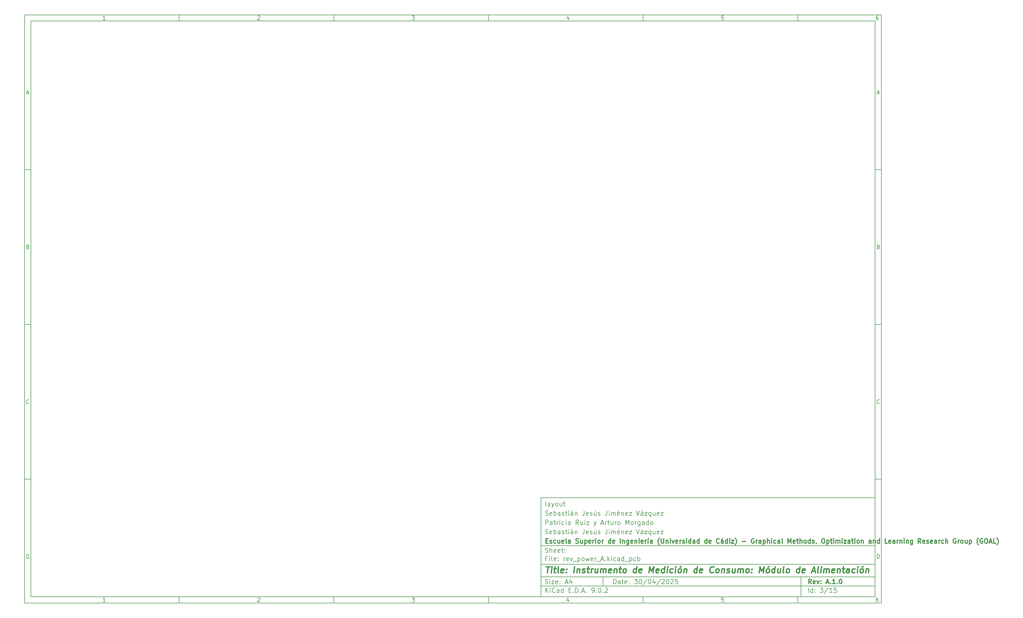
<source format=gbr>
%TF.GenerationSoftware,KiCad,Pcbnew,9.0.2*%
%TF.CreationDate,2025-11-09T23:00:08+01:00*%
%TF.ProjectId,rev_power_A,7265765f-706f-4776-9572-5f412e6b6963,A.1.0*%
%TF.SameCoordinates,Original*%
%TF.FileFunction,Glue,Top*%
%TF.FilePolarity,Positive*%
%FSLAX46Y46*%
G04 Gerber Fmt 4.6, Leading zero omitted, Abs format (unit mm)*
G04 Created by KiCad (PCBNEW 9.0.2) date 2025-11-09 23:00:08*
%MOMM*%
%LPD*%
G01*
G04 APERTURE LIST*
%ADD10C,0.100000*%
%ADD11C,0.150000*%
%ADD12C,0.300000*%
%ADD13C,0.400000*%
G04 APERTURE END LIST*
D10*
D11*
X177002200Y-166007200D02*
X285002200Y-166007200D01*
X285002200Y-198007200D01*
X177002200Y-198007200D01*
X177002200Y-166007200D01*
D10*
D11*
X10000000Y-10000000D02*
X287002200Y-10000000D01*
X287002200Y-200007200D01*
X10000000Y-200007200D01*
X10000000Y-10000000D01*
D10*
D11*
X12000000Y-12000000D02*
X285002200Y-12000000D01*
X285002200Y-198007200D01*
X12000000Y-198007200D01*
X12000000Y-12000000D01*
D10*
D11*
X60000000Y-12000000D02*
X60000000Y-10000000D01*
D10*
D11*
X110000000Y-12000000D02*
X110000000Y-10000000D01*
D10*
D11*
X160000000Y-12000000D02*
X160000000Y-10000000D01*
D10*
D11*
X210000000Y-12000000D02*
X210000000Y-10000000D01*
D10*
D11*
X260000000Y-12000000D02*
X260000000Y-10000000D01*
D10*
D11*
X36089160Y-11593604D02*
X35346303Y-11593604D01*
X35717731Y-11593604D02*
X35717731Y-10293604D01*
X35717731Y-10293604D02*
X35593922Y-10479319D01*
X35593922Y-10479319D02*
X35470112Y-10603128D01*
X35470112Y-10603128D02*
X35346303Y-10665033D01*
D10*
D11*
X85346303Y-10417414D02*
X85408207Y-10355509D01*
X85408207Y-10355509D02*
X85532017Y-10293604D01*
X85532017Y-10293604D02*
X85841541Y-10293604D01*
X85841541Y-10293604D02*
X85965350Y-10355509D01*
X85965350Y-10355509D02*
X86027255Y-10417414D01*
X86027255Y-10417414D02*
X86089160Y-10541223D01*
X86089160Y-10541223D02*
X86089160Y-10665033D01*
X86089160Y-10665033D02*
X86027255Y-10850747D01*
X86027255Y-10850747D02*
X85284398Y-11593604D01*
X85284398Y-11593604D02*
X86089160Y-11593604D01*
D10*
D11*
X135284398Y-10293604D02*
X136089160Y-10293604D01*
X136089160Y-10293604D02*
X135655826Y-10788842D01*
X135655826Y-10788842D02*
X135841541Y-10788842D01*
X135841541Y-10788842D02*
X135965350Y-10850747D01*
X135965350Y-10850747D02*
X136027255Y-10912652D01*
X136027255Y-10912652D02*
X136089160Y-11036461D01*
X136089160Y-11036461D02*
X136089160Y-11345985D01*
X136089160Y-11345985D02*
X136027255Y-11469795D01*
X136027255Y-11469795D02*
X135965350Y-11531700D01*
X135965350Y-11531700D02*
X135841541Y-11593604D01*
X135841541Y-11593604D02*
X135470112Y-11593604D01*
X135470112Y-11593604D02*
X135346303Y-11531700D01*
X135346303Y-11531700D02*
X135284398Y-11469795D01*
D10*
D11*
X185965350Y-10726938D02*
X185965350Y-11593604D01*
X185655826Y-10231700D02*
X185346303Y-11160271D01*
X185346303Y-11160271D02*
X186151064Y-11160271D01*
D10*
D11*
X236027255Y-10293604D02*
X235408207Y-10293604D01*
X235408207Y-10293604D02*
X235346303Y-10912652D01*
X235346303Y-10912652D02*
X235408207Y-10850747D01*
X235408207Y-10850747D02*
X235532017Y-10788842D01*
X235532017Y-10788842D02*
X235841541Y-10788842D01*
X235841541Y-10788842D02*
X235965350Y-10850747D01*
X235965350Y-10850747D02*
X236027255Y-10912652D01*
X236027255Y-10912652D02*
X236089160Y-11036461D01*
X236089160Y-11036461D02*
X236089160Y-11345985D01*
X236089160Y-11345985D02*
X236027255Y-11469795D01*
X236027255Y-11469795D02*
X235965350Y-11531700D01*
X235965350Y-11531700D02*
X235841541Y-11593604D01*
X235841541Y-11593604D02*
X235532017Y-11593604D01*
X235532017Y-11593604D02*
X235408207Y-11531700D01*
X235408207Y-11531700D02*
X235346303Y-11469795D01*
D10*
D11*
X285965350Y-10293604D02*
X285717731Y-10293604D01*
X285717731Y-10293604D02*
X285593922Y-10355509D01*
X285593922Y-10355509D02*
X285532017Y-10417414D01*
X285532017Y-10417414D02*
X285408207Y-10603128D01*
X285408207Y-10603128D02*
X285346303Y-10850747D01*
X285346303Y-10850747D02*
X285346303Y-11345985D01*
X285346303Y-11345985D02*
X285408207Y-11469795D01*
X285408207Y-11469795D02*
X285470112Y-11531700D01*
X285470112Y-11531700D02*
X285593922Y-11593604D01*
X285593922Y-11593604D02*
X285841541Y-11593604D01*
X285841541Y-11593604D02*
X285965350Y-11531700D01*
X285965350Y-11531700D02*
X286027255Y-11469795D01*
X286027255Y-11469795D02*
X286089160Y-11345985D01*
X286089160Y-11345985D02*
X286089160Y-11036461D01*
X286089160Y-11036461D02*
X286027255Y-10912652D01*
X286027255Y-10912652D02*
X285965350Y-10850747D01*
X285965350Y-10850747D02*
X285841541Y-10788842D01*
X285841541Y-10788842D02*
X285593922Y-10788842D01*
X285593922Y-10788842D02*
X285470112Y-10850747D01*
X285470112Y-10850747D02*
X285408207Y-10912652D01*
X285408207Y-10912652D02*
X285346303Y-11036461D01*
D10*
D11*
X60000000Y-198007200D02*
X60000000Y-200007200D01*
D10*
D11*
X110000000Y-198007200D02*
X110000000Y-200007200D01*
D10*
D11*
X160000000Y-198007200D02*
X160000000Y-200007200D01*
D10*
D11*
X210000000Y-198007200D02*
X210000000Y-200007200D01*
D10*
D11*
X260000000Y-198007200D02*
X260000000Y-200007200D01*
D10*
D11*
X36089160Y-199600804D02*
X35346303Y-199600804D01*
X35717731Y-199600804D02*
X35717731Y-198300804D01*
X35717731Y-198300804D02*
X35593922Y-198486519D01*
X35593922Y-198486519D02*
X35470112Y-198610328D01*
X35470112Y-198610328D02*
X35346303Y-198672233D01*
D10*
D11*
X85346303Y-198424614D02*
X85408207Y-198362709D01*
X85408207Y-198362709D02*
X85532017Y-198300804D01*
X85532017Y-198300804D02*
X85841541Y-198300804D01*
X85841541Y-198300804D02*
X85965350Y-198362709D01*
X85965350Y-198362709D02*
X86027255Y-198424614D01*
X86027255Y-198424614D02*
X86089160Y-198548423D01*
X86089160Y-198548423D02*
X86089160Y-198672233D01*
X86089160Y-198672233D02*
X86027255Y-198857947D01*
X86027255Y-198857947D02*
X85284398Y-199600804D01*
X85284398Y-199600804D02*
X86089160Y-199600804D01*
D10*
D11*
X135284398Y-198300804D02*
X136089160Y-198300804D01*
X136089160Y-198300804D02*
X135655826Y-198796042D01*
X135655826Y-198796042D02*
X135841541Y-198796042D01*
X135841541Y-198796042D02*
X135965350Y-198857947D01*
X135965350Y-198857947D02*
X136027255Y-198919852D01*
X136027255Y-198919852D02*
X136089160Y-199043661D01*
X136089160Y-199043661D02*
X136089160Y-199353185D01*
X136089160Y-199353185D02*
X136027255Y-199476995D01*
X136027255Y-199476995D02*
X135965350Y-199538900D01*
X135965350Y-199538900D02*
X135841541Y-199600804D01*
X135841541Y-199600804D02*
X135470112Y-199600804D01*
X135470112Y-199600804D02*
X135346303Y-199538900D01*
X135346303Y-199538900D02*
X135284398Y-199476995D01*
D10*
D11*
X185965350Y-198734138D02*
X185965350Y-199600804D01*
X185655826Y-198238900D02*
X185346303Y-199167471D01*
X185346303Y-199167471D02*
X186151064Y-199167471D01*
D10*
D11*
X236027255Y-198300804D02*
X235408207Y-198300804D01*
X235408207Y-198300804D02*
X235346303Y-198919852D01*
X235346303Y-198919852D02*
X235408207Y-198857947D01*
X235408207Y-198857947D02*
X235532017Y-198796042D01*
X235532017Y-198796042D02*
X235841541Y-198796042D01*
X235841541Y-198796042D02*
X235965350Y-198857947D01*
X235965350Y-198857947D02*
X236027255Y-198919852D01*
X236027255Y-198919852D02*
X236089160Y-199043661D01*
X236089160Y-199043661D02*
X236089160Y-199353185D01*
X236089160Y-199353185D02*
X236027255Y-199476995D01*
X236027255Y-199476995D02*
X235965350Y-199538900D01*
X235965350Y-199538900D02*
X235841541Y-199600804D01*
X235841541Y-199600804D02*
X235532017Y-199600804D01*
X235532017Y-199600804D02*
X235408207Y-199538900D01*
X235408207Y-199538900D02*
X235346303Y-199476995D01*
D10*
D11*
X285965350Y-198300804D02*
X285717731Y-198300804D01*
X285717731Y-198300804D02*
X285593922Y-198362709D01*
X285593922Y-198362709D02*
X285532017Y-198424614D01*
X285532017Y-198424614D02*
X285408207Y-198610328D01*
X285408207Y-198610328D02*
X285346303Y-198857947D01*
X285346303Y-198857947D02*
X285346303Y-199353185D01*
X285346303Y-199353185D02*
X285408207Y-199476995D01*
X285408207Y-199476995D02*
X285470112Y-199538900D01*
X285470112Y-199538900D02*
X285593922Y-199600804D01*
X285593922Y-199600804D02*
X285841541Y-199600804D01*
X285841541Y-199600804D02*
X285965350Y-199538900D01*
X285965350Y-199538900D02*
X286027255Y-199476995D01*
X286027255Y-199476995D02*
X286089160Y-199353185D01*
X286089160Y-199353185D02*
X286089160Y-199043661D01*
X286089160Y-199043661D02*
X286027255Y-198919852D01*
X286027255Y-198919852D02*
X285965350Y-198857947D01*
X285965350Y-198857947D02*
X285841541Y-198796042D01*
X285841541Y-198796042D02*
X285593922Y-198796042D01*
X285593922Y-198796042D02*
X285470112Y-198857947D01*
X285470112Y-198857947D02*
X285408207Y-198919852D01*
X285408207Y-198919852D02*
X285346303Y-199043661D01*
D10*
D11*
X10000000Y-60000000D02*
X12000000Y-60000000D01*
D10*
D11*
X10000000Y-110000000D02*
X12000000Y-110000000D01*
D10*
D11*
X10000000Y-160000000D02*
X12000000Y-160000000D01*
D10*
D11*
X10690476Y-35222176D02*
X11309523Y-35222176D01*
X10566666Y-35593604D02*
X10999999Y-34293604D01*
X10999999Y-34293604D02*
X11433333Y-35593604D01*
D10*
D11*
X11092857Y-84912652D02*
X11278571Y-84974557D01*
X11278571Y-84974557D02*
X11340476Y-85036461D01*
X11340476Y-85036461D02*
X11402380Y-85160271D01*
X11402380Y-85160271D02*
X11402380Y-85345985D01*
X11402380Y-85345985D02*
X11340476Y-85469795D01*
X11340476Y-85469795D02*
X11278571Y-85531700D01*
X11278571Y-85531700D02*
X11154761Y-85593604D01*
X11154761Y-85593604D02*
X10659523Y-85593604D01*
X10659523Y-85593604D02*
X10659523Y-84293604D01*
X10659523Y-84293604D02*
X11092857Y-84293604D01*
X11092857Y-84293604D02*
X11216666Y-84355509D01*
X11216666Y-84355509D02*
X11278571Y-84417414D01*
X11278571Y-84417414D02*
X11340476Y-84541223D01*
X11340476Y-84541223D02*
X11340476Y-84665033D01*
X11340476Y-84665033D02*
X11278571Y-84788842D01*
X11278571Y-84788842D02*
X11216666Y-84850747D01*
X11216666Y-84850747D02*
X11092857Y-84912652D01*
X11092857Y-84912652D02*
X10659523Y-84912652D01*
D10*
D11*
X11402380Y-135469795D02*
X11340476Y-135531700D01*
X11340476Y-135531700D02*
X11154761Y-135593604D01*
X11154761Y-135593604D02*
X11030952Y-135593604D01*
X11030952Y-135593604D02*
X10845238Y-135531700D01*
X10845238Y-135531700D02*
X10721428Y-135407890D01*
X10721428Y-135407890D02*
X10659523Y-135284080D01*
X10659523Y-135284080D02*
X10597619Y-135036461D01*
X10597619Y-135036461D02*
X10597619Y-134850747D01*
X10597619Y-134850747D02*
X10659523Y-134603128D01*
X10659523Y-134603128D02*
X10721428Y-134479319D01*
X10721428Y-134479319D02*
X10845238Y-134355509D01*
X10845238Y-134355509D02*
X11030952Y-134293604D01*
X11030952Y-134293604D02*
X11154761Y-134293604D01*
X11154761Y-134293604D02*
X11340476Y-134355509D01*
X11340476Y-134355509D02*
X11402380Y-134417414D01*
D10*
D11*
X10659523Y-185593604D02*
X10659523Y-184293604D01*
X10659523Y-184293604D02*
X10969047Y-184293604D01*
X10969047Y-184293604D02*
X11154761Y-184355509D01*
X11154761Y-184355509D02*
X11278571Y-184479319D01*
X11278571Y-184479319D02*
X11340476Y-184603128D01*
X11340476Y-184603128D02*
X11402380Y-184850747D01*
X11402380Y-184850747D02*
X11402380Y-185036461D01*
X11402380Y-185036461D02*
X11340476Y-185284080D01*
X11340476Y-185284080D02*
X11278571Y-185407890D01*
X11278571Y-185407890D02*
X11154761Y-185531700D01*
X11154761Y-185531700D02*
X10969047Y-185593604D01*
X10969047Y-185593604D02*
X10659523Y-185593604D01*
D10*
D11*
X287002200Y-60000000D02*
X285002200Y-60000000D01*
D10*
D11*
X287002200Y-110000000D02*
X285002200Y-110000000D01*
D10*
D11*
X287002200Y-160000000D02*
X285002200Y-160000000D01*
D10*
D11*
X285692676Y-35222176D02*
X286311723Y-35222176D01*
X285568866Y-35593604D02*
X286002199Y-34293604D01*
X286002199Y-34293604D02*
X286435533Y-35593604D01*
D10*
D11*
X286095057Y-84912652D02*
X286280771Y-84974557D01*
X286280771Y-84974557D02*
X286342676Y-85036461D01*
X286342676Y-85036461D02*
X286404580Y-85160271D01*
X286404580Y-85160271D02*
X286404580Y-85345985D01*
X286404580Y-85345985D02*
X286342676Y-85469795D01*
X286342676Y-85469795D02*
X286280771Y-85531700D01*
X286280771Y-85531700D02*
X286156961Y-85593604D01*
X286156961Y-85593604D02*
X285661723Y-85593604D01*
X285661723Y-85593604D02*
X285661723Y-84293604D01*
X285661723Y-84293604D02*
X286095057Y-84293604D01*
X286095057Y-84293604D02*
X286218866Y-84355509D01*
X286218866Y-84355509D02*
X286280771Y-84417414D01*
X286280771Y-84417414D02*
X286342676Y-84541223D01*
X286342676Y-84541223D02*
X286342676Y-84665033D01*
X286342676Y-84665033D02*
X286280771Y-84788842D01*
X286280771Y-84788842D02*
X286218866Y-84850747D01*
X286218866Y-84850747D02*
X286095057Y-84912652D01*
X286095057Y-84912652D02*
X285661723Y-84912652D01*
D10*
D11*
X286404580Y-135469795D02*
X286342676Y-135531700D01*
X286342676Y-135531700D02*
X286156961Y-135593604D01*
X286156961Y-135593604D02*
X286033152Y-135593604D01*
X286033152Y-135593604D02*
X285847438Y-135531700D01*
X285847438Y-135531700D02*
X285723628Y-135407890D01*
X285723628Y-135407890D02*
X285661723Y-135284080D01*
X285661723Y-135284080D02*
X285599819Y-135036461D01*
X285599819Y-135036461D02*
X285599819Y-134850747D01*
X285599819Y-134850747D02*
X285661723Y-134603128D01*
X285661723Y-134603128D02*
X285723628Y-134479319D01*
X285723628Y-134479319D02*
X285847438Y-134355509D01*
X285847438Y-134355509D02*
X286033152Y-134293604D01*
X286033152Y-134293604D02*
X286156961Y-134293604D01*
X286156961Y-134293604D02*
X286342676Y-134355509D01*
X286342676Y-134355509D02*
X286404580Y-134417414D01*
D10*
D11*
X285661723Y-185593604D02*
X285661723Y-184293604D01*
X285661723Y-184293604D02*
X285971247Y-184293604D01*
X285971247Y-184293604D02*
X286156961Y-184355509D01*
X286156961Y-184355509D02*
X286280771Y-184479319D01*
X286280771Y-184479319D02*
X286342676Y-184603128D01*
X286342676Y-184603128D02*
X286404580Y-184850747D01*
X286404580Y-184850747D02*
X286404580Y-185036461D01*
X286404580Y-185036461D02*
X286342676Y-185284080D01*
X286342676Y-185284080D02*
X286280771Y-185407890D01*
X286280771Y-185407890D02*
X286156961Y-185531700D01*
X286156961Y-185531700D02*
X285971247Y-185593604D01*
X285971247Y-185593604D02*
X285661723Y-185593604D01*
D10*
D11*
X200458026Y-193793328D02*
X200458026Y-192293328D01*
X200458026Y-192293328D02*
X200815169Y-192293328D01*
X200815169Y-192293328D02*
X201029455Y-192364757D01*
X201029455Y-192364757D02*
X201172312Y-192507614D01*
X201172312Y-192507614D02*
X201243741Y-192650471D01*
X201243741Y-192650471D02*
X201315169Y-192936185D01*
X201315169Y-192936185D02*
X201315169Y-193150471D01*
X201315169Y-193150471D02*
X201243741Y-193436185D01*
X201243741Y-193436185D02*
X201172312Y-193579042D01*
X201172312Y-193579042D02*
X201029455Y-193721900D01*
X201029455Y-193721900D02*
X200815169Y-193793328D01*
X200815169Y-193793328D02*
X200458026Y-193793328D01*
X202600884Y-193793328D02*
X202600884Y-193007614D01*
X202600884Y-193007614D02*
X202529455Y-192864757D01*
X202529455Y-192864757D02*
X202386598Y-192793328D01*
X202386598Y-192793328D02*
X202100884Y-192793328D01*
X202100884Y-192793328D02*
X201958026Y-192864757D01*
X202600884Y-193721900D02*
X202458026Y-193793328D01*
X202458026Y-193793328D02*
X202100884Y-193793328D01*
X202100884Y-193793328D02*
X201958026Y-193721900D01*
X201958026Y-193721900D02*
X201886598Y-193579042D01*
X201886598Y-193579042D02*
X201886598Y-193436185D01*
X201886598Y-193436185D02*
X201958026Y-193293328D01*
X201958026Y-193293328D02*
X202100884Y-193221900D01*
X202100884Y-193221900D02*
X202458026Y-193221900D01*
X202458026Y-193221900D02*
X202600884Y-193150471D01*
X203100884Y-192793328D02*
X203672312Y-192793328D01*
X203315169Y-192293328D02*
X203315169Y-193579042D01*
X203315169Y-193579042D02*
X203386598Y-193721900D01*
X203386598Y-193721900D02*
X203529455Y-193793328D01*
X203529455Y-193793328D02*
X203672312Y-193793328D01*
X204743741Y-193721900D02*
X204600884Y-193793328D01*
X204600884Y-193793328D02*
X204315170Y-193793328D01*
X204315170Y-193793328D02*
X204172312Y-193721900D01*
X204172312Y-193721900D02*
X204100884Y-193579042D01*
X204100884Y-193579042D02*
X204100884Y-193007614D01*
X204100884Y-193007614D02*
X204172312Y-192864757D01*
X204172312Y-192864757D02*
X204315170Y-192793328D01*
X204315170Y-192793328D02*
X204600884Y-192793328D01*
X204600884Y-192793328D02*
X204743741Y-192864757D01*
X204743741Y-192864757D02*
X204815170Y-193007614D01*
X204815170Y-193007614D02*
X204815170Y-193150471D01*
X204815170Y-193150471D02*
X204100884Y-193293328D01*
X205458026Y-193650471D02*
X205529455Y-193721900D01*
X205529455Y-193721900D02*
X205458026Y-193793328D01*
X205458026Y-193793328D02*
X205386598Y-193721900D01*
X205386598Y-193721900D02*
X205458026Y-193650471D01*
X205458026Y-193650471D02*
X205458026Y-193793328D01*
X205458026Y-192864757D02*
X205529455Y-192936185D01*
X205529455Y-192936185D02*
X205458026Y-193007614D01*
X205458026Y-193007614D02*
X205386598Y-192936185D01*
X205386598Y-192936185D02*
X205458026Y-192864757D01*
X205458026Y-192864757D02*
X205458026Y-193007614D01*
X207172312Y-192293328D02*
X208100884Y-192293328D01*
X208100884Y-192293328D02*
X207600884Y-192864757D01*
X207600884Y-192864757D02*
X207815169Y-192864757D01*
X207815169Y-192864757D02*
X207958027Y-192936185D01*
X207958027Y-192936185D02*
X208029455Y-193007614D01*
X208029455Y-193007614D02*
X208100884Y-193150471D01*
X208100884Y-193150471D02*
X208100884Y-193507614D01*
X208100884Y-193507614D02*
X208029455Y-193650471D01*
X208029455Y-193650471D02*
X207958027Y-193721900D01*
X207958027Y-193721900D02*
X207815169Y-193793328D01*
X207815169Y-193793328D02*
X207386598Y-193793328D01*
X207386598Y-193793328D02*
X207243741Y-193721900D01*
X207243741Y-193721900D02*
X207172312Y-193650471D01*
X209029455Y-192293328D02*
X209172312Y-192293328D01*
X209172312Y-192293328D02*
X209315169Y-192364757D01*
X209315169Y-192364757D02*
X209386598Y-192436185D01*
X209386598Y-192436185D02*
X209458026Y-192579042D01*
X209458026Y-192579042D02*
X209529455Y-192864757D01*
X209529455Y-192864757D02*
X209529455Y-193221900D01*
X209529455Y-193221900D02*
X209458026Y-193507614D01*
X209458026Y-193507614D02*
X209386598Y-193650471D01*
X209386598Y-193650471D02*
X209315169Y-193721900D01*
X209315169Y-193721900D02*
X209172312Y-193793328D01*
X209172312Y-193793328D02*
X209029455Y-193793328D01*
X209029455Y-193793328D02*
X208886598Y-193721900D01*
X208886598Y-193721900D02*
X208815169Y-193650471D01*
X208815169Y-193650471D02*
X208743740Y-193507614D01*
X208743740Y-193507614D02*
X208672312Y-193221900D01*
X208672312Y-193221900D02*
X208672312Y-192864757D01*
X208672312Y-192864757D02*
X208743740Y-192579042D01*
X208743740Y-192579042D02*
X208815169Y-192436185D01*
X208815169Y-192436185D02*
X208886598Y-192364757D01*
X208886598Y-192364757D02*
X209029455Y-192293328D01*
X211243740Y-192221900D02*
X209958026Y-194150471D01*
X212029455Y-192293328D02*
X212172312Y-192293328D01*
X212172312Y-192293328D02*
X212315169Y-192364757D01*
X212315169Y-192364757D02*
X212386598Y-192436185D01*
X212386598Y-192436185D02*
X212458026Y-192579042D01*
X212458026Y-192579042D02*
X212529455Y-192864757D01*
X212529455Y-192864757D02*
X212529455Y-193221900D01*
X212529455Y-193221900D02*
X212458026Y-193507614D01*
X212458026Y-193507614D02*
X212386598Y-193650471D01*
X212386598Y-193650471D02*
X212315169Y-193721900D01*
X212315169Y-193721900D02*
X212172312Y-193793328D01*
X212172312Y-193793328D02*
X212029455Y-193793328D01*
X212029455Y-193793328D02*
X211886598Y-193721900D01*
X211886598Y-193721900D02*
X211815169Y-193650471D01*
X211815169Y-193650471D02*
X211743740Y-193507614D01*
X211743740Y-193507614D02*
X211672312Y-193221900D01*
X211672312Y-193221900D02*
X211672312Y-192864757D01*
X211672312Y-192864757D02*
X211743740Y-192579042D01*
X211743740Y-192579042D02*
X211815169Y-192436185D01*
X211815169Y-192436185D02*
X211886598Y-192364757D01*
X211886598Y-192364757D02*
X212029455Y-192293328D01*
X213815169Y-192793328D02*
X213815169Y-193793328D01*
X213458026Y-192221900D02*
X213100883Y-193293328D01*
X213100883Y-193293328D02*
X214029454Y-193293328D01*
X215672311Y-192221900D02*
X214386597Y-194150471D01*
X216100883Y-192436185D02*
X216172311Y-192364757D01*
X216172311Y-192364757D02*
X216315169Y-192293328D01*
X216315169Y-192293328D02*
X216672311Y-192293328D01*
X216672311Y-192293328D02*
X216815169Y-192364757D01*
X216815169Y-192364757D02*
X216886597Y-192436185D01*
X216886597Y-192436185D02*
X216958026Y-192579042D01*
X216958026Y-192579042D02*
X216958026Y-192721900D01*
X216958026Y-192721900D02*
X216886597Y-192936185D01*
X216886597Y-192936185D02*
X216029454Y-193793328D01*
X216029454Y-193793328D02*
X216958026Y-193793328D01*
X217886597Y-192293328D02*
X218029454Y-192293328D01*
X218029454Y-192293328D02*
X218172311Y-192364757D01*
X218172311Y-192364757D02*
X218243740Y-192436185D01*
X218243740Y-192436185D02*
X218315168Y-192579042D01*
X218315168Y-192579042D02*
X218386597Y-192864757D01*
X218386597Y-192864757D02*
X218386597Y-193221900D01*
X218386597Y-193221900D02*
X218315168Y-193507614D01*
X218315168Y-193507614D02*
X218243740Y-193650471D01*
X218243740Y-193650471D02*
X218172311Y-193721900D01*
X218172311Y-193721900D02*
X218029454Y-193793328D01*
X218029454Y-193793328D02*
X217886597Y-193793328D01*
X217886597Y-193793328D02*
X217743740Y-193721900D01*
X217743740Y-193721900D02*
X217672311Y-193650471D01*
X217672311Y-193650471D02*
X217600882Y-193507614D01*
X217600882Y-193507614D02*
X217529454Y-193221900D01*
X217529454Y-193221900D02*
X217529454Y-192864757D01*
X217529454Y-192864757D02*
X217600882Y-192579042D01*
X217600882Y-192579042D02*
X217672311Y-192436185D01*
X217672311Y-192436185D02*
X217743740Y-192364757D01*
X217743740Y-192364757D02*
X217886597Y-192293328D01*
X218958025Y-192436185D02*
X219029453Y-192364757D01*
X219029453Y-192364757D02*
X219172311Y-192293328D01*
X219172311Y-192293328D02*
X219529453Y-192293328D01*
X219529453Y-192293328D02*
X219672311Y-192364757D01*
X219672311Y-192364757D02*
X219743739Y-192436185D01*
X219743739Y-192436185D02*
X219815168Y-192579042D01*
X219815168Y-192579042D02*
X219815168Y-192721900D01*
X219815168Y-192721900D02*
X219743739Y-192936185D01*
X219743739Y-192936185D02*
X218886596Y-193793328D01*
X218886596Y-193793328D02*
X219815168Y-193793328D01*
X221172310Y-192293328D02*
X220458024Y-192293328D01*
X220458024Y-192293328D02*
X220386596Y-193007614D01*
X220386596Y-193007614D02*
X220458024Y-192936185D01*
X220458024Y-192936185D02*
X220600882Y-192864757D01*
X220600882Y-192864757D02*
X220958024Y-192864757D01*
X220958024Y-192864757D02*
X221100882Y-192936185D01*
X221100882Y-192936185D02*
X221172310Y-193007614D01*
X221172310Y-193007614D02*
X221243739Y-193150471D01*
X221243739Y-193150471D02*
X221243739Y-193507614D01*
X221243739Y-193507614D02*
X221172310Y-193650471D01*
X221172310Y-193650471D02*
X221100882Y-193721900D01*
X221100882Y-193721900D02*
X220958024Y-193793328D01*
X220958024Y-193793328D02*
X220600882Y-193793328D01*
X220600882Y-193793328D02*
X220458024Y-193721900D01*
X220458024Y-193721900D02*
X220386596Y-193650471D01*
D10*
D11*
X177002200Y-194507200D02*
X285002200Y-194507200D01*
D10*
D11*
X178458026Y-196593328D02*
X178458026Y-195093328D01*
X179315169Y-196593328D02*
X178672312Y-195736185D01*
X179315169Y-195093328D02*
X178458026Y-195950471D01*
X179958026Y-196593328D02*
X179958026Y-195593328D01*
X179958026Y-195093328D02*
X179886598Y-195164757D01*
X179886598Y-195164757D02*
X179958026Y-195236185D01*
X179958026Y-195236185D02*
X180029455Y-195164757D01*
X180029455Y-195164757D02*
X179958026Y-195093328D01*
X179958026Y-195093328D02*
X179958026Y-195236185D01*
X181529455Y-196450471D02*
X181458027Y-196521900D01*
X181458027Y-196521900D02*
X181243741Y-196593328D01*
X181243741Y-196593328D02*
X181100884Y-196593328D01*
X181100884Y-196593328D02*
X180886598Y-196521900D01*
X180886598Y-196521900D02*
X180743741Y-196379042D01*
X180743741Y-196379042D02*
X180672312Y-196236185D01*
X180672312Y-196236185D02*
X180600884Y-195950471D01*
X180600884Y-195950471D02*
X180600884Y-195736185D01*
X180600884Y-195736185D02*
X180672312Y-195450471D01*
X180672312Y-195450471D02*
X180743741Y-195307614D01*
X180743741Y-195307614D02*
X180886598Y-195164757D01*
X180886598Y-195164757D02*
X181100884Y-195093328D01*
X181100884Y-195093328D02*
X181243741Y-195093328D01*
X181243741Y-195093328D02*
X181458027Y-195164757D01*
X181458027Y-195164757D02*
X181529455Y-195236185D01*
X182815170Y-196593328D02*
X182815170Y-195807614D01*
X182815170Y-195807614D02*
X182743741Y-195664757D01*
X182743741Y-195664757D02*
X182600884Y-195593328D01*
X182600884Y-195593328D02*
X182315170Y-195593328D01*
X182315170Y-195593328D02*
X182172312Y-195664757D01*
X182815170Y-196521900D02*
X182672312Y-196593328D01*
X182672312Y-196593328D02*
X182315170Y-196593328D01*
X182315170Y-196593328D02*
X182172312Y-196521900D01*
X182172312Y-196521900D02*
X182100884Y-196379042D01*
X182100884Y-196379042D02*
X182100884Y-196236185D01*
X182100884Y-196236185D02*
X182172312Y-196093328D01*
X182172312Y-196093328D02*
X182315170Y-196021900D01*
X182315170Y-196021900D02*
X182672312Y-196021900D01*
X182672312Y-196021900D02*
X182815170Y-195950471D01*
X184172313Y-196593328D02*
X184172313Y-195093328D01*
X184172313Y-196521900D02*
X184029455Y-196593328D01*
X184029455Y-196593328D02*
X183743741Y-196593328D01*
X183743741Y-196593328D02*
X183600884Y-196521900D01*
X183600884Y-196521900D02*
X183529455Y-196450471D01*
X183529455Y-196450471D02*
X183458027Y-196307614D01*
X183458027Y-196307614D02*
X183458027Y-195879042D01*
X183458027Y-195879042D02*
X183529455Y-195736185D01*
X183529455Y-195736185D02*
X183600884Y-195664757D01*
X183600884Y-195664757D02*
X183743741Y-195593328D01*
X183743741Y-195593328D02*
X184029455Y-195593328D01*
X184029455Y-195593328D02*
X184172313Y-195664757D01*
X186029455Y-195807614D02*
X186529455Y-195807614D01*
X186743741Y-196593328D02*
X186029455Y-196593328D01*
X186029455Y-196593328D02*
X186029455Y-195093328D01*
X186029455Y-195093328D02*
X186743741Y-195093328D01*
X187386598Y-196450471D02*
X187458027Y-196521900D01*
X187458027Y-196521900D02*
X187386598Y-196593328D01*
X187386598Y-196593328D02*
X187315170Y-196521900D01*
X187315170Y-196521900D02*
X187386598Y-196450471D01*
X187386598Y-196450471D02*
X187386598Y-196593328D01*
X188100884Y-196593328D02*
X188100884Y-195093328D01*
X188100884Y-195093328D02*
X188458027Y-195093328D01*
X188458027Y-195093328D02*
X188672313Y-195164757D01*
X188672313Y-195164757D02*
X188815170Y-195307614D01*
X188815170Y-195307614D02*
X188886599Y-195450471D01*
X188886599Y-195450471D02*
X188958027Y-195736185D01*
X188958027Y-195736185D02*
X188958027Y-195950471D01*
X188958027Y-195950471D02*
X188886599Y-196236185D01*
X188886599Y-196236185D02*
X188815170Y-196379042D01*
X188815170Y-196379042D02*
X188672313Y-196521900D01*
X188672313Y-196521900D02*
X188458027Y-196593328D01*
X188458027Y-196593328D02*
X188100884Y-196593328D01*
X189600884Y-196450471D02*
X189672313Y-196521900D01*
X189672313Y-196521900D02*
X189600884Y-196593328D01*
X189600884Y-196593328D02*
X189529456Y-196521900D01*
X189529456Y-196521900D02*
X189600884Y-196450471D01*
X189600884Y-196450471D02*
X189600884Y-196593328D01*
X190243742Y-196164757D02*
X190958028Y-196164757D01*
X190100885Y-196593328D02*
X190600885Y-195093328D01*
X190600885Y-195093328D02*
X191100885Y-196593328D01*
X191600884Y-196450471D02*
X191672313Y-196521900D01*
X191672313Y-196521900D02*
X191600884Y-196593328D01*
X191600884Y-196593328D02*
X191529456Y-196521900D01*
X191529456Y-196521900D02*
X191600884Y-196450471D01*
X191600884Y-196450471D02*
X191600884Y-196593328D01*
X193529456Y-196593328D02*
X193815170Y-196593328D01*
X193815170Y-196593328D02*
X193958027Y-196521900D01*
X193958027Y-196521900D02*
X194029456Y-196450471D01*
X194029456Y-196450471D02*
X194172313Y-196236185D01*
X194172313Y-196236185D02*
X194243742Y-195950471D01*
X194243742Y-195950471D02*
X194243742Y-195379042D01*
X194243742Y-195379042D02*
X194172313Y-195236185D01*
X194172313Y-195236185D02*
X194100885Y-195164757D01*
X194100885Y-195164757D02*
X193958027Y-195093328D01*
X193958027Y-195093328D02*
X193672313Y-195093328D01*
X193672313Y-195093328D02*
X193529456Y-195164757D01*
X193529456Y-195164757D02*
X193458027Y-195236185D01*
X193458027Y-195236185D02*
X193386599Y-195379042D01*
X193386599Y-195379042D02*
X193386599Y-195736185D01*
X193386599Y-195736185D02*
X193458027Y-195879042D01*
X193458027Y-195879042D02*
X193529456Y-195950471D01*
X193529456Y-195950471D02*
X193672313Y-196021900D01*
X193672313Y-196021900D02*
X193958027Y-196021900D01*
X193958027Y-196021900D02*
X194100885Y-195950471D01*
X194100885Y-195950471D02*
X194172313Y-195879042D01*
X194172313Y-195879042D02*
X194243742Y-195736185D01*
X194886598Y-196450471D02*
X194958027Y-196521900D01*
X194958027Y-196521900D02*
X194886598Y-196593328D01*
X194886598Y-196593328D02*
X194815170Y-196521900D01*
X194815170Y-196521900D02*
X194886598Y-196450471D01*
X194886598Y-196450471D02*
X194886598Y-196593328D01*
X195886599Y-195093328D02*
X196029456Y-195093328D01*
X196029456Y-195093328D02*
X196172313Y-195164757D01*
X196172313Y-195164757D02*
X196243742Y-195236185D01*
X196243742Y-195236185D02*
X196315170Y-195379042D01*
X196315170Y-195379042D02*
X196386599Y-195664757D01*
X196386599Y-195664757D02*
X196386599Y-196021900D01*
X196386599Y-196021900D02*
X196315170Y-196307614D01*
X196315170Y-196307614D02*
X196243742Y-196450471D01*
X196243742Y-196450471D02*
X196172313Y-196521900D01*
X196172313Y-196521900D02*
X196029456Y-196593328D01*
X196029456Y-196593328D02*
X195886599Y-196593328D01*
X195886599Y-196593328D02*
X195743742Y-196521900D01*
X195743742Y-196521900D02*
X195672313Y-196450471D01*
X195672313Y-196450471D02*
X195600884Y-196307614D01*
X195600884Y-196307614D02*
X195529456Y-196021900D01*
X195529456Y-196021900D02*
X195529456Y-195664757D01*
X195529456Y-195664757D02*
X195600884Y-195379042D01*
X195600884Y-195379042D02*
X195672313Y-195236185D01*
X195672313Y-195236185D02*
X195743742Y-195164757D01*
X195743742Y-195164757D02*
X195886599Y-195093328D01*
X197029455Y-196450471D02*
X197100884Y-196521900D01*
X197100884Y-196521900D02*
X197029455Y-196593328D01*
X197029455Y-196593328D02*
X196958027Y-196521900D01*
X196958027Y-196521900D02*
X197029455Y-196450471D01*
X197029455Y-196450471D02*
X197029455Y-196593328D01*
X197672313Y-195236185D02*
X197743741Y-195164757D01*
X197743741Y-195164757D02*
X197886599Y-195093328D01*
X197886599Y-195093328D02*
X198243741Y-195093328D01*
X198243741Y-195093328D02*
X198386599Y-195164757D01*
X198386599Y-195164757D02*
X198458027Y-195236185D01*
X198458027Y-195236185D02*
X198529456Y-195379042D01*
X198529456Y-195379042D02*
X198529456Y-195521900D01*
X198529456Y-195521900D02*
X198458027Y-195736185D01*
X198458027Y-195736185D02*
X197600884Y-196593328D01*
X197600884Y-196593328D02*
X198529456Y-196593328D01*
D10*
D11*
X177002200Y-191507200D02*
X285002200Y-191507200D01*
D10*
D12*
X264413853Y-193785528D02*
X263913853Y-193071242D01*
X263556710Y-193785528D02*
X263556710Y-192285528D01*
X263556710Y-192285528D02*
X264128139Y-192285528D01*
X264128139Y-192285528D02*
X264270996Y-192356957D01*
X264270996Y-192356957D02*
X264342425Y-192428385D01*
X264342425Y-192428385D02*
X264413853Y-192571242D01*
X264413853Y-192571242D02*
X264413853Y-192785528D01*
X264413853Y-192785528D02*
X264342425Y-192928385D01*
X264342425Y-192928385D02*
X264270996Y-192999814D01*
X264270996Y-192999814D02*
X264128139Y-193071242D01*
X264128139Y-193071242D02*
X263556710Y-193071242D01*
X265628139Y-193714100D02*
X265485282Y-193785528D01*
X265485282Y-193785528D02*
X265199568Y-193785528D01*
X265199568Y-193785528D02*
X265056710Y-193714100D01*
X265056710Y-193714100D02*
X264985282Y-193571242D01*
X264985282Y-193571242D02*
X264985282Y-192999814D01*
X264985282Y-192999814D02*
X265056710Y-192856957D01*
X265056710Y-192856957D02*
X265199568Y-192785528D01*
X265199568Y-192785528D02*
X265485282Y-192785528D01*
X265485282Y-192785528D02*
X265628139Y-192856957D01*
X265628139Y-192856957D02*
X265699568Y-192999814D01*
X265699568Y-192999814D02*
X265699568Y-193142671D01*
X265699568Y-193142671D02*
X264985282Y-193285528D01*
X266199567Y-192785528D02*
X266556710Y-193785528D01*
X266556710Y-193785528D02*
X266913853Y-192785528D01*
X267485281Y-193642671D02*
X267556710Y-193714100D01*
X267556710Y-193714100D02*
X267485281Y-193785528D01*
X267485281Y-193785528D02*
X267413853Y-193714100D01*
X267413853Y-193714100D02*
X267485281Y-193642671D01*
X267485281Y-193642671D02*
X267485281Y-193785528D01*
X267485281Y-192856957D02*
X267556710Y-192928385D01*
X267556710Y-192928385D02*
X267485281Y-192999814D01*
X267485281Y-192999814D02*
X267413853Y-192928385D01*
X267413853Y-192928385D02*
X267485281Y-192856957D01*
X267485281Y-192856957D02*
X267485281Y-192999814D01*
X269270996Y-193356957D02*
X269985282Y-193356957D01*
X269128139Y-193785528D02*
X269628139Y-192285528D01*
X269628139Y-192285528D02*
X270128139Y-193785528D01*
X270628138Y-193642671D02*
X270699567Y-193714100D01*
X270699567Y-193714100D02*
X270628138Y-193785528D01*
X270628138Y-193785528D02*
X270556710Y-193714100D01*
X270556710Y-193714100D02*
X270628138Y-193642671D01*
X270628138Y-193642671D02*
X270628138Y-193785528D01*
X272128139Y-193785528D02*
X271270996Y-193785528D01*
X271699567Y-193785528D02*
X271699567Y-192285528D01*
X271699567Y-192285528D02*
X271556710Y-192499814D01*
X271556710Y-192499814D02*
X271413853Y-192642671D01*
X271413853Y-192642671D02*
X271270996Y-192714100D01*
X272770995Y-193642671D02*
X272842424Y-193714100D01*
X272842424Y-193714100D02*
X272770995Y-193785528D01*
X272770995Y-193785528D02*
X272699567Y-193714100D01*
X272699567Y-193714100D02*
X272770995Y-193642671D01*
X272770995Y-193642671D02*
X272770995Y-193785528D01*
X273770996Y-192285528D02*
X273913853Y-192285528D01*
X273913853Y-192285528D02*
X274056710Y-192356957D01*
X274056710Y-192356957D02*
X274128139Y-192428385D01*
X274128139Y-192428385D02*
X274199567Y-192571242D01*
X274199567Y-192571242D02*
X274270996Y-192856957D01*
X274270996Y-192856957D02*
X274270996Y-193214100D01*
X274270996Y-193214100D02*
X274199567Y-193499814D01*
X274199567Y-193499814D02*
X274128139Y-193642671D01*
X274128139Y-193642671D02*
X274056710Y-193714100D01*
X274056710Y-193714100D02*
X273913853Y-193785528D01*
X273913853Y-193785528D02*
X273770996Y-193785528D01*
X273770996Y-193785528D02*
X273628139Y-193714100D01*
X273628139Y-193714100D02*
X273556710Y-193642671D01*
X273556710Y-193642671D02*
X273485281Y-193499814D01*
X273485281Y-193499814D02*
X273413853Y-193214100D01*
X273413853Y-193214100D02*
X273413853Y-192856957D01*
X273413853Y-192856957D02*
X273485281Y-192571242D01*
X273485281Y-192571242D02*
X273556710Y-192428385D01*
X273556710Y-192428385D02*
X273628139Y-192356957D01*
X273628139Y-192356957D02*
X273770996Y-192285528D01*
D10*
D11*
X178386598Y-193721900D02*
X178600884Y-193793328D01*
X178600884Y-193793328D02*
X178958026Y-193793328D01*
X178958026Y-193793328D02*
X179100884Y-193721900D01*
X179100884Y-193721900D02*
X179172312Y-193650471D01*
X179172312Y-193650471D02*
X179243741Y-193507614D01*
X179243741Y-193507614D02*
X179243741Y-193364757D01*
X179243741Y-193364757D02*
X179172312Y-193221900D01*
X179172312Y-193221900D02*
X179100884Y-193150471D01*
X179100884Y-193150471D02*
X178958026Y-193079042D01*
X178958026Y-193079042D02*
X178672312Y-193007614D01*
X178672312Y-193007614D02*
X178529455Y-192936185D01*
X178529455Y-192936185D02*
X178458026Y-192864757D01*
X178458026Y-192864757D02*
X178386598Y-192721900D01*
X178386598Y-192721900D02*
X178386598Y-192579042D01*
X178386598Y-192579042D02*
X178458026Y-192436185D01*
X178458026Y-192436185D02*
X178529455Y-192364757D01*
X178529455Y-192364757D02*
X178672312Y-192293328D01*
X178672312Y-192293328D02*
X179029455Y-192293328D01*
X179029455Y-192293328D02*
X179243741Y-192364757D01*
X179886597Y-193793328D02*
X179886597Y-192793328D01*
X179886597Y-192293328D02*
X179815169Y-192364757D01*
X179815169Y-192364757D02*
X179886597Y-192436185D01*
X179886597Y-192436185D02*
X179958026Y-192364757D01*
X179958026Y-192364757D02*
X179886597Y-192293328D01*
X179886597Y-192293328D02*
X179886597Y-192436185D01*
X180458026Y-192793328D02*
X181243741Y-192793328D01*
X181243741Y-192793328D02*
X180458026Y-193793328D01*
X180458026Y-193793328D02*
X181243741Y-193793328D01*
X182386598Y-193721900D02*
X182243741Y-193793328D01*
X182243741Y-193793328D02*
X181958027Y-193793328D01*
X181958027Y-193793328D02*
X181815169Y-193721900D01*
X181815169Y-193721900D02*
X181743741Y-193579042D01*
X181743741Y-193579042D02*
X181743741Y-193007614D01*
X181743741Y-193007614D02*
X181815169Y-192864757D01*
X181815169Y-192864757D02*
X181958027Y-192793328D01*
X181958027Y-192793328D02*
X182243741Y-192793328D01*
X182243741Y-192793328D02*
X182386598Y-192864757D01*
X182386598Y-192864757D02*
X182458027Y-193007614D01*
X182458027Y-193007614D02*
X182458027Y-193150471D01*
X182458027Y-193150471D02*
X181743741Y-193293328D01*
X183100883Y-193650471D02*
X183172312Y-193721900D01*
X183172312Y-193721900D02*
X183100883Y-193793328D01*
X183100883Y-193793328D02*
X183029455Y-193721900D01*
X183029455Y-193721900D02*
X183100883Y-193650471D01*
X183100883Y-193650471D02*
X183100883Y-193793328D01*
X183100883Y-192864757D02*
X183172312Y-192936185D01*
X183172312Y-192936185D02*
X183100883Y-193007614D01*
X183100883Y-193007614D02*
X183029455Y-192936185D01*
X183029455Y-192936185D02*
X183100883Y-192864757D01*
X183100883Y-192864757D02*
X183100883Y-193007614D01*
X184886598Y-193364757D02*
X185600884Y-193364757D01*
X184743741Y-193793328D02*
X185243741Y-192293328D01*
X185243741Y-192293328D02*
X185743741Y-193793328D01*
X186886598Y-192793328D02*
X186886598Y-193793328D01*
X186529455Y-192221900D02*
X186172312Y-193293328D01*
X186172312Y-193293328D02*
X187100883Y-193293328D01*
D10*
D11*
X263458026Y-196593328D02*
X263458026Y-195093328D01*
X264815170Y-196593328D02*
X264815170Y-195093328D01*
X264815170Y-196521900D02*
X264672312Y-196593328D01*
X264672312Y-196593328D02*
X264386598Y-196593328D01*
X264386598Y-196593328D02*
X264243741Y-196521900D01*
X264243741Y-196521900D02*
X264172312Y-196450471D01*
X264172312Y-196450471D02*
X264100884Y-196307614D01*
X264100884Y-196307614D02*
X264100884Y-195879042D01*
X264100884Y-195879042D02*
X264172312Y-195736185D01*
X264172312Y-195736185D02*
X264243741Y-195664757D01*
X264243741Y-195664757D02*
X264386598Y-195593328D01*
X264386598Y-195593328D02*
X264672312Y-195593328D01*
X264672312Y-195593328D02*
X264815170Y-195664757D01*
X265529455Y-196450471D02*
X265600884Y-196521900D01*
X265600884Y-196521900D02*
X265529455Y-196593328D01*
X265529455Y-196593328D02*
X265458027Y-196521900D01*
X265458027Y-196521900D02*
X265529455Y-196450471D01*
X265529455Y-196450471D02*
X265529455Y-196593328D01*
X265529455Y-195664757D02*
X265600884Y-195736185D01*
X265600884Y-195736185D02*
X265529455Y-195807614D01*
X265529455Y-195807614D02*
X265458027Y-195736185D01*
X265458027Y-195736185D02*
X265529455Y-195664757D01*
X265529455Y-195664757D02*
X265529455Y-195807614D01*
X267243741Y-195093328D02*
X268172313Y-195093328D01*
X268172313Y-195093328D02*
X267672313Y-195664757D01*
X267672313Y-195664757D02*
X267886598Y-195664757D01*
X267886598Y-195664757D02*
X268029456Y-195736185D01*
X268029456Y-195736185D02*
X268100884Y-195807614D01*
X268100884Y-195807614D02*
X268172313Y-195950471D01*
X268172313Y-195950471D02*
X268172313Y-196307614D01*
X268172313Y-196307614D02*
X268100884Y-196450471D01*
X268100884Y-196450471D02*
X268029456Y-196521900D01*
X268029456Y-196521900D02*
X267886598Y-196593328D01*
X267886598Y-196593328D02*
X267458027Y-196593328D01*
X267458027Y-196593328D02*
X267315170Y-196521900D01*
X267315170Y-196521900D02*
X267243741Y-196450471D01*
X269886598Y-195021900D02*
X268600884Y-196950471D01*
X271172313Y-196593328D02*
X270315170Y-196593328D01*
X270743741Y-196593328D02*
X270743741Y-195093328D01*
X270743741Y-195093328D02*
X270600884Y-195307614D01*
X270600884Y-195307614D02*
X270458027Y-195450471D01*
X270458027Y-195450471D02*
X270315170Y-195521900D01*
X272529455Y-195093328D02*
X271815169Y-195093328D01*
X271815169Y-195093328D02*
X271743741Y-195807614D01*
X271743741Y-195807614D02*
X271815169Y-195736185D01*
X271815169Y-195736185D02*
X271958027Y-195664757D01*
X271958027Y-195664757D02*
X272315169Y-195664757D01*
X272315169Y-195664757D02*
X272458027Y-195736185D01*
X272458027Y-195736185D02*
X272529455Y-195807614D01*
X272529455Y-195807614D02*
X272600884Y-195950471D01*
X272600884Y-195950471D02*
X272600884Y-196307614D01*
X272600884Y-196307614D02*
X272529455Y-196450471D01*
X272529455Y-196450471D02*
X272458027Y-196521900D01*
X272458027Y-196521900D02*
X272315169Y-196593328D01*
X272315169Y-196593328D02*
X271958027Y-196593328D01*
X271958027Y-196593328D02*
X271815169Y-196521900D01*
X271815169Y-196521900D02*
X271743741Y-196450471D01*
D10*
D11*
X177002200Y-187507200D02*
X285002200Y-187507200D01*
D10*
D13*
X178693928Y-188211638D02*
X179836785Y-188211638D01*
X179015357Y-190211638D02*
X179265357Y-188211638D01*
X180253452Y-190211638D02*
X180420119Y-188878304D01*
X180503452Y-188211638D02*
X180396309Y-188306876D01*
X180396309Y-188306876D02*
X180479643Y-188402114D01*
X180479643Y-188402114D02*
X180586786Y-188306876D01*
X180586786Y-188306876D02*
X180503452Y-188211638D01*
X180503452Y-188211638D02*
X180479643Y-188402114D01*
X181086786Y-188878304D02*
X181848690Y-188878304D01*
X181455833Y-188211638D02*
X181241548Y-189925923D01*
X181241548Y-189925923D02*
X181312976Y-190116400D01*
X181312976Y-190116400D02*
X181491548Y-190211638D01*
X181491548Y-190211638D02*
X181682024Y-190211638D01*
X182634405Y-190211638D02*
X182455833Y-190116400D01*
X182455833Y-190116400D02*
X182384405Y-189925923D01*
X182384405Y-189925923D02*
X182598690Y-188211638D01*
X184170119Y-190116400D02*
X183967738Y-190211638D01*
X183967738Y-190211638D02*
X183586785Y-190211638D01*
X183586785Y-190211638D02*
X183408214Y-190116400D01*
X183408214Y-190116400D02*
X183336785Y-189925923D01*
X183336785Y-189925923D02*
X183432024Y-189164019D01*
X183432024Y-189164019D02*
X183551071Y-188973542D01*
X183551071Y-188973542D02*
X183753452Y-188878304D01*
X183753452Y-188878304D02*
X184134404Y-188878304D01*
X184134404Y-188878304D02*
X184312976Y-188973542D01*
X184312976Y-188973542D02*
X184384404Y-189164019D01*
X184384404Y-189164019D02*
X184360595Y-189354495D01*
X184360595Y-189354495D02*
X183384404Y-189544971D01*
X185134405Y-190021161D02*
X185217738Y-190116400D01*
X185217738Y-190116400D02*
X185110595Y-190211638D01*
X185110595Y-190211638D02*
X185027262Y-190116400D01*
X185027262Y-190116400D02*
X185134405Y-190021161D01*
X185134405Y-190021161D02*
X185110595Y-190211638D01*
X185265357Y-188973542D02*
X185348690Y-189068780D01*
X185348690Y-189068780D02*
X185241548Y-189164019D01*
X185241548Y-189164019D02*
X185158214Y-189068780D01*
X185158214Y-189068780D02*
X185265357Y-188973542D01*
X185265357Y-188973542D02*
X185241548Y-189164019D01*
X187586786Y-190211638D02*
X187836786Y-188211638D01*
X188705834Y-188878304D02*
X188539167Y-190211638D01*
X188682024Y-189068780D02*
X188789167Y-188973542D01*
X188789167Y-188973542D02*
X188991548Y-188878304D01*
X188991548Y-188878304D02*
X189277262Y-188878304D01*
X189277262Y-188878304D02*
X189455834Y-188973542D01*
X189455834Y-188973542D02*
X189527262Y-189164019D01*
X189527262Y-189164019D02*
X189396310Y-190211638D01*
X190265358Y-190116400D02*
X190443929Y-190211638D01*
X190443929Y-190211638D02*
X190824882Y-190211638D01*
X190824882Y-190211638D02*
X191027263Y-190116400D01*
X191027263Y-190116400D02*
X191146310Y-189925923D01*
X191146310Y-189925923D02*
X191158215Y-189830685D01*
X191158215Y-189830685D02*
X191086786Y-189640209D01*
X191086786Y-189640209D02*
X190908215Y-189544971D01*
X190908215Y-189544971D02*
X190622501Y-189544971D01*
X190622501Y-189544971D02*
X190443929Y-189449733D01*
X190443929Y-189449733D02*
X190372501Y-189259257D01*
X190372501Y-189259257D02*
X190384406Y-189164019D01*
X190384406Y-189164019D02*
X190503453Y-188973542D01*
X190503453Y-188973542D02*
X190705834Y-188878304D01*
X190705834Y-188878304D02*
X190991548Y-188878304D01*
X190991548Y-188878304D02*
X191170120Y-188973542D01*
X191848692Y-188878304D02*
X192610596Y-188878304D01*
X192217739Y-188211638D02*
X192003454Y-189925923D01*
X192003454Y-189925923D02*
X192074882Y-190116400D01*
X192074882Y-190116400D02*
X192253454Y-190211638D01*
X192253454Y-190211638D02*
X192443930Y-190211638D01*
X193110596Y-190211638D02*
X193277263Y-188878304D01*
X193229644Y-189259257D02*
X193348691Y-189068780D01*
X193348691Y-189068780D02*
X193455834Y-188973542D01*
X193455834Y-188973542D02*
X193658215Y-188878304D01*
X193658215Y-188878304D02*
X193848691Y-188878304D01*
X195372501Y-188878304D02*
X195205834Y-190211638D01*
X194515358Y-188878304D02*
X194384406Y-189925923D01*
X194384406Y-189925923D02*
X194455834Y-190116400D01*
X194455834Y-190116400D02*
X194634406Y-190211638D01*
X194634406Y-190211638D02*
X194920120Y-190211638D01*
X194920120Y-190211638D02*
X195122501Y-190116400D01*
X195122501Y-190116400D02*
X195229644Y-190021161D01*
X196158215Y-190211638D02*
X196324882Y-188878304D01*
X196301072Y-189068780D02*
X196408215Y-188973542D01*
X196408215Y-188973542D02*
X196610596Y-188878304D01*
X196610596Y-188878304D02*
X196896310Y-188878304D01*
X196896310Y-188878304D02*
X197074882Y-188973542D01*
X197074882Y-188973542D02*
X197146310Y-189164019D01*
X197146310Y-189164019D02*
X197015358Y-190211638D01*
X197146310Y-189164019D02*
X197265358Y-188973542D01*
X197265358Y-188973542D02*
X197467739Y-188878304D01*
X197467739Y-188878304D02*
X197753453Y-188878304D01*
X197753453Y-188878304D02*
X197932025Y-188973542D01*
X197932025Y-188973542D02*
X198003453Y-189164019D01*
X198003453Y-189164019D02*
X197872501Y-190211638D01*
X199598692Y-190116400D02*
X199396311Y-190211638D01*
X199396311Y-190211638D02*
X199015358Y-190211638D01*
X199015358Y-190211638D02*
X198836787Y-190116400D01*
X198836787Y-190116400D02*
X198765358Y-189925923D01*
X198765358Y-189925923D02*
X198860597Y-189164019D01*
X198860597Y-189164019D02*
X198979644Y-188973542D01*
X198979644Y-188973542D02*
X199182025Y-188878304D01*
X199182025Y-188878304D02*
X199562977Y-188878304D01*
X199562977Y-188878304D02*
X199741549Y-188973542D01*
X199741549Y-188973542D02*
X199812977Y-189164019D01*
X199812977Y-189164019D02*
X199789168Y-189354495D01*
X199789168Y-189354495D02*
X198812977Y-189544971D01*
X200705835Y-188878304D02*
X200539168Y-190211638D01*
X200682025Y-189068780D02*
X200789168Y-188973542D01*
X200789168Y-188973542D02*
X200991549Y-188878304D01*
X200991549Y-188878304D02*
X201277263Y-188878304D01*
X201277263Y-188878304D02*
X201455835Y-188973542D01*
X201455835Y-188973542D02*
X201527263Y-189164019D01*
X201527263Y-189164019D02*
X201396311Y-190211638D01*
X202229645Y-188878304D02*
X202991549Y-188878304D01*
X202598692Y-188211638D02*
X202384407Y-189925923D01*
X202384407Y-189925923D02*
X202455835Y-190116400D01*
X202455835Y-190116400D02*
X202634407Y-190211638D01*
X202634407Y-190211638D02*
X202824883Y-190211638D01*
X203777264Y-190211638D02*
X203598692Y-190116400D01*
X203598692Y-190116400D02*
X203515359Y-190021161D01*
X203515359Y-190021161D02*
X203443930Y-189830685D01*
X203443930Y-189830685D02*
X203515359Y-189259257D01*
X203515359Y-189259257D02*
X203634406Y-189068780D01*
X203634406Y-189068780D02*
X203741549Y-188973542D01*
X203741549Y-188973542D02*
X203943930Y-188878304D01*
X203943930Y-188878304D02*
X204229644Y-188878304D01*
X204229644Y-188878304D02*
X204408216Y-188973542D01*
X204408216Y-188973542D02*
X204491549Y-189068780D01*
X204491549Y-189068780D02*
X204562978Y-189259257D01*
X204562978Y-189259257D02*
X204491549Y-189830685D01*
X204491549Y-189830685D02*
X204372502Y-190021161D01*
X204372502Y-190021161D02*
X204265359Y-190116400D01*
X204265359Y-190116400D02*
X204062978Y-190211638D01*
X204062978Y-190211638D02*
X203777264Y-190211638D01*
X207682026Y-190211638D02*
X207932026Y-188211638D01*
X207693931Y-190116400D02*
X207491550Y-190211638D01*
X207491550Y-190211638D02*
X207110598Y-190211638D01*
X207110598Y-190211638D02*
X206932026Y-190116400D01*
X206932026Y-190116400D02*
X206848693Y-190021161D01*
X206848693Y-190021161D02*
X206777264Y-189830685D01*
X206777264Y-189830685D02*
X206848693Y-189259257D01*
X206848693Y-189259257D02*
X206967740Y-189068780D01*
X206967740Y-189068780D02*
X207074883Y-188973542D01*
X207074883Y-188973542D02*
X207277264Y-188878304D01*
X207277264Y-188878304D02*
X207658217Y-188878304D01*
X207658217Y-188878304D02*
X207836788Y-188973542D01*
X209408217Y-190116400D02*
X209205836Y-190211638D01*
X209205836Y-190211638D02*
X208824883Y-190211638D01*
X208824883Y-190211638D02*
X208646312Y-190116400D01*
X208646312Y-190116400D02*
X208574883Y-189925923D01*
X208574883Y-189925923D02*
X208670122Y-189164019D01*
X208670122Y-189164019D02*
X208789169Y-188973542D01*
X208789169Y-188973542D02*
X208991550Y-188878304D01*
X208991550Y-188878304D02*
X209372502Y-188878304D01*
X209372502Y-188878304D02*
X209551074Y-188973542D01*
X209551074Y-188973542D02*
X209622502Y-189164019D01*
X209622502Y-189164019D02*
X209598693Y-189354495D01*
X209598693Y-189354495D02*
X208622502Y-189544971D01*
X211872503Y-190211638D02*
X212122503Y-188211638D01*
X212122503Y-188211638D02*
X212610598Y-189640209D01*
X212610598Y-189640209D02*
X213455837Y-188211638D01*
X213455837Y-188211638D02*
X213205837Y-190211638D01*
X214932027Y-190116400D02*
X214729646Y-190211638D01*
X214729646Y-190211638D02*
X214348693Y-190211638D01*
X214348693Y-190211638D02*
X214170122Y-190116400D01*
X214170122Y-190116400D02*
X214098693Y-189925923D01*
X214098693Y-189925923D02*
X214193932Y-189164019D01*
X214193932Y-189164019D02*
X214312979Y-188973542D01*
X214312979Y-188973542D02*
X214515360Y-188878304D01*
X214515360Y-188878304D02*
X214896312Y-188878304D01*
X214896312Y-188878304D02*
X215074884Y-188973542D01*
X215074884Y-188973542D02*
X215146312Y-189164019D01*
X215146312Y-189164019D02*
X215122503Y-189354495D01*
X215122503Y-189354495D02*
X214146312Y-189544971D01*
X216729646Y-190211638D02*
X216979646Y-188211638D01*
X216741551Y-190116400D02*
X216539170Y-190211638D01*
X216539170Y-190211638D02*
X216158218Y-190211638D01*
X216158218Y-190211638D02*
X215979646Y-190116400D01*
X215979646Y-190116400D02*
X215896313Y-190021161D01*
X215896313Y-190021161D02*
X215824884Y-189830685D01*
X215824884Y-189830685D02*
X215896313Y-189259257D01*
X215896313Y-189259257D02*
X216015360Y-189068780D01*
X216015360Y-189068780D02*
X216122503Y-188973542D01*
X216122503Y-188973542D02*
X216324884Y-188878304D01*
X216324884Y-188878304D02*
X216705837Y-188878304D01*
X216705837Y-188878304D02*
X216884408Y-188973542D01*
X217682027Y-190211638D02*
X217848694Y-188878304D01*
X217932027Y-188211638D02*
X217824884Y-188306876D01*
X217824884Y-188306876D02*
X217908218Y-188402114D01*
X217908218Y-188402114D02*
X218015361Y-188306876D01*
X218015361Y-188306876D02*
X217932027Y-188211638D01*
X217932027Y-188211638D02*
X217908218Y-188402114D01*
X219503456Y-190116400D02*
X219301075Y-190211638D01*
X219301075Y-190211638D02*
X218920123Y-190211638D01*
X218920123Y-190211638D02*
X218741551Y-190116400D01*
X218741551Y-190116400D02*
X218658218Y-190021161D01*
X218658218Y-190021161D02*
X218586789Y-189830685D01*
X218586789Y-189830685D02*
X218658218Y-189259257D01*
X218658218Y-189259257D02*
X218777265Y-189068780D01*
X218777265Y-189068780D02*
X218884408Y-188973542D01*
X218884408Y-188973542D02*
X219086789Y-188878304D01*
X219086789Y-188878304D02*
X219467742Y-188878304D01*
X219467742Y-188878304D02*
X219646313Y-188973542D01*
X220348694Y-190211638D02*
X220515361Y-188878304D01*
X220598694Y-188211638D02*
X220491551Y-188306876D01*
X220491551Y-188306876D02*
X220574885Y-188402114D01*
X220574885Y-188402114D02*
X220682028Y-188306876D01*
X220682028Y-188306876D02*
X220598694Y-188211638D01*
X220598694Y-188211638D02*
X220574885Y-188402114D01*
X221586790Y-190211638D02*
X221408218Y-190116400D01*
X221408218Y-190116400D02*
X221324885Y-190021161D01*
X221324885Y-190021161D02*
X221253456Y-189830685D01*
X221253456Y-189830685D02*
X221324885Y-189259257D01*
X221324885Y-189259257D02*
X221443932Y-189068780D01*
X221443932Y-189068780D02*
X221551075Y-188973542D01*
X221551075Y-188973542D02*
X221753456Y-188878304D01*
X221753456Y-188878304D02*
X222039170Y-188878304D01*
X222039170Y-188878304D02*
X222217742Y-188973542D01*
X222217742Y-188973542D02*
X222301075Y-189068780D01*
X222301075Y-189068780D02*
X222372504Y-189259257D01*
X222372504Y-189259257D02*
X222301075Y-189830685D01*
X222301075Y-189830685D02*
X222182028Y-190021161D01*
X222182028Y-190021161D02*
X222074885Y-190116400D01*
X222074885Y-190116400D02*
X221872504Y-190211638D01*
X221872504Y-190211638D02*
X221586790Y-190211638D01*
X222229647Y-188116400D02*
X221908218Y-188402114D01*
X223277266Y-188878304D02*
X223110599Y-190211638D01*
X223253456Y-189068780D02*
X223360599Y-188973542D01*
X223360599Y-188973542D02*
X223562980Y-188878304D01*
X223562980Y-188878304D02*
X223848694Y-188878304D01*
X223848694Y-188878304D02*
X224027266Y-188973542D01*
X224027266Y-188973542D02*
X224098694Y-189164019D01*
X224098694Y-189164019D02*
X223967742Y-190211638D01*
X227301076Y-190211638D02*
X227551076Y-188211638D01*
X227312981Y-190116400D02*
X227110600Y-190211638D01*
X227110600Y-190211638D02*
X226729648Y-190211638D01*
X226729648Y-190211638D02*
X226551076Y-190116400D01*
X226551076Y-190116400D02*
X226467743Y-190021161D01*
X226467743Y-190021161D02*
X226396314Y-189830685D01*
X226396314Y-189830685D02*
X226467743Y-189259257D01*
X226467743Y-189259257D02*
X226586790Y-189068780D01*
X226586790Y-189068780D02*
X226693933Y-188973542D01*
X226693933Y-188973542D02*
X226896314Y-188878304D01*
X226896314Y-188878304D02*
X227277267Y-188878304D01*
X227277267Y-188878304D02*
X227455838Y-188973542D01*
X229027267Y-190116400D02*
X228824886Y-190211638D01*
X228824886Y-190211638D02*
X228443933Y-190211638D01*
X228443933Y-190211638D02*
X228265362Y-190116400D01*
X228265362Y-190116400D02*
X228193933Y-189925923D01*
X228193933Y-189925923D02*
X228289172Y-189164019D01*
X228289172Y-189164019D02*
X228408219Y-188973542D01*
X228408219Y-188973542D02*
X228610600Y-188878304D01*
X228610600Y-188878304D02*
X228991552Y-188878304D01*
X228991552Y-188878304D02*
X229170124Y-188973542D01*
X229170124Y-188973542D02*
X229241552Y-189164019D01*
X229241552Y-189164019D02*
X229217743Y-189354495D01*
X229217743Y-189354495D02*
X228241552Y-189544971D01*
X232658220Y-190021161D02*
X232551077Y-190116400D01*
X232551077Y-190116400D02*
X232253458Y-190211638D01*
X232253458Y-190211638D02*
X232062982Y-190211638D01*
X232062982Y-190211638D02*
X231789172Y-190116400D01*
X231789172Y-190116400D02*
X231622506Y-189925923D01*
X231622506Y-189925923D02*
X231551077Y-189735447D01*
X231551077Y-189735447D02*
X231503458Y-189354495D01*
X231503458Y-189354495D02*
X231539172Y-189068780D01*
X231539172Y-189068780D02*
X231682029Y-188687828D01*
X231682029Y-188687828D02*
X231801077Y-188497352D01*
X231801077Y-188497352D02*
X232015363Y-188306876D01*
X232015363Y-188306876D02*
X232312982Y-188211638D01*
X232312982Y-188211638D02*
X232503458Y-188211638D01*
X232503458Y-188211638D02*
X232777268Y-188306876D01*
X232777268Y-188306876D02*
X232860601Y-188402114D01*
X233777268Y-190211638D02*
X233598696Y-190116400D01*
X233598696Y-190116400D02*
X233515363Y-190021161D01*
X233515363Y-190021161D02*
X233443934Y-189830685D01*
X233443934Y-189830685D02*
X233515363Y-189259257D01*
X233515363Y-189259257D02*
X233634410Y-189068780D01*
X233634410Y-189068780D02*
X233741553Y-188973542D01*
X233741553Y-188973542D02*
X233943934Y-188878304D01*
X233943934Y-188878304D02*
X234229648Y-188878304D01*
X234229648Y-188878304D02*
X234408220Y-188973542D01*
X234408220Y-188973542D02*
X234491553Y-189068780D01*
X234491553Y-189068780D02*
X234562982Y-189259257D01*
X234562982Y-189259257D02*
X234491553Y-189830685D01*
X234491553Y-189830685D02*
X234372506Y-190021161D01*
X234372506Y-190021161D02*
X234265363Y-190116400D01*
X234265363Y-190116400D02*
X234062982Y-190211638D01*
X234062982Y-190211638D02*
X233777268Y-190211638D01*
X235467744Y-188878304D02*
X235301077Y-190211638D01*
X235443934Y-189068780D02*
X235551077Y-188973542D01*
X235551077Y-188973542D02*
X235753458Y-188878304D01*
X235753458Y-188878304D02*
X236039172Y-188878304D01*
X236039172Y-188878304D02*
X236217744Y-188973542D01*
X236217744Y-188973542D02*
X236289172Y-189164019D01*
X236289172Y-189164019D02*
X236158220Y-190211638D01*
X237027268Y-190116400D02*
X237205839Y-190211638D01*
X237205839Y-190211638D02*
X237586792Y-190211638D01*
X237586792Y-190211638D02*
X237789173Y-190116400D01*
X237789173Y-190116400D02*
X237908220Y-189925923D01*
X237908220Y-189925923D02*
X237920125Y-189830685D01*
X237920125Y-189830685D02*
X237848696Y-189640209D01*
X237848696Y-189640209D02*
X237670125Y-189544971D01*
X237670125Y-189544971D02*
X237384411Y-189544971D01*
X237384411Y-189544971D02*
X237205839Y-189449733D01*
X237205839Y-189449733D02*
X237134411Y-189259257D01*
X237134411Y-189259257D02*
X237146316Y-189164019D01*
X237146316Y-189164019D02*
X237265363Y-188973542D01*
X237265363Y-188973542D02*
X237467744Y-188878304D01*
X237467744Y-188878304D02*
X237753458Y-188878304D01*
X237753458Y-188878304D02*
X237932030Y-188973542D01*
X239753459Y-188878304D02*
X239586792Y-190211638D01*
X238896316Y-188878304D02*
X238765364Y-189925923D01*
X238765364Y-189925923D02*
X238836792Y-190116400D01*
X238836792Y-190116400D02*
X239015364Y-190211638D01*
X239015364Y-190211638D02*
X239301078Y-190211638D01*
X239301078Y-190211638D02*
X239503459Y-190116400D01*
X239503459Y-190116400D02*
X239610602Y-190021161D01*
X240539173Y-190211638D02*
X240705840Y-188878304D01*
X240682030Y-189068780D02*
X240789173Y-188973542D01*
X240789173Y-188973542D02*
X240991554Y-188878304D01*
X240991554Y-188878304D02*
X241277268Y-188878304D01*
X241277268Y-188878304D02*
X241455840Y-188973542D01*
X241455840Y-188973542D02*
X241527268Y-189164019D01*
X241527268Y-189164019D02*
X241396316Y-190211638D01*
X241527268Y-189164019D02*
X241646316Y-188973542D01*
X241646316Y-188973542D02*
X241848697Y-188878304D01*
X241848697Y-188878304D02*
X242134411Y-188878304D01*
X242134411Y-188878304D02*
X242312983Y-188973542D01*
X242312983Y-188973542D02*
X242384411Y-189164019D01*
X242384411Y-189164019D02*
X242253459Y-190211638D01*
X243491555Y-190211638D02*
X243312983Y-190116400D01*
X243312983Y-190116400D02*
X243229650Y-190021161D01*
X243229650Y-190021161D02*
X243158221Y-189830685D01*
X243158221Y-189830685D02*
X243229650Y-189259257D01*
X243229650Y-189259257D02*
X243348697Y-189068780D01*
X243348697Y-189068780D02*
X243455840Y-188973542D01*
X243455840Y-188973542D02*
X243658221Y-188878304D01*
X243658221Y-188878304D02*
X243943935Y-188878304D01*
X243943935Y-188878304D02*
X244122507Y-188973542D01*
X244122507Y-188973542D02*
X244205840Y-189068780D01*
X244205840Y-189068780D02*
X244277269Y-189259257D01*
X244277269Y-189259257D02*
X244205840Y-189830685D01*
X244205840Y-189830685D02*
X244086793Y-190021161D01*
X244086793Y-190021161D02*
X243979650Y-190116400D01*
X243979650Y-190116400D02*
X243777269Y-190211638D01*
X243777269Y-190211638D02*
X243491555Y-190211638D01*
X245039174Y-190021161D02*
X245122507Y-190116400D01*
X245122507Y-190116400D02*
X245015364Y-190211638D01*
X245015364Y-190211638D02*
X244932031Y-190116400D01*
X244932031Y-190116400D02*
X245039174Y-190021161D01*
X245039174Y-190021161D02*
X245015364Y-190211638D01*
X245170126Y-188973542D02*
X245253459Y-189068780D01*
X245253459Y-189068780D02*
X245146317Y-189164019D01*
X245146317Y-189164019D02*
X245062983Y-189068780D01*
X245062983Y-189068780D02*
X245170126Y-188973542D01*
X245170126Y-188973542D02*
X245146317Y-189164019D01*
X247491555Y-190211638D02*
X247741555Y-188211638D01*
X247741555Y-188211638D02*
X248229650Y-189640209D01*
X248229650Y-189640209D02*
X249074889Y-188211638D01*
X249074889Y-188211638D02*
X248824889Y-190211638D01*
X250062984Y-190211638D02*
X249884412Y-190116400D01*
X249884412Y-190116400D02*
X249801079Y-190021161D01*
X249801079Y-190021161D02*
X249729650Y-189830685D01*
X249729650Y-189830685D02*
X249801079Y-189259257D01*
X249801079Y-189259257D02*
X249920126Y-189068780D01*
X249920126Y-189068780D02*
X250027269Y-188973542D01*
X250027269Y-188973542D02*
X250229650Y-188878304D01*
X250229650Y-188878304D02*
X250515364Y-188878304D01*
X250515364Y-188878304D02*
X250693936Y-188973542D01*
X250693936Y-188973542D02*
X250777269Y-189068780D01*
X250777269Y-189068780D02*
X250848698Y-189259257D01*
X250848698Y-189259257D02*
X250777269Y-189830685D01*
X250777269Y-189830685D02*
X250658222Y-190021161D01*
X250658222Y-190021161D02*
X250551079Y-190116400D01*
X250551079Y-190116400D02*
X250348698Y-190211638D01*
X250348698Y-190211638D02*
X250062984Y-190211638D01*
X250705841Y-188116400D02*
X250384412Y-188402114D01*
X252443936Y-190211638D02*
X252693936Y-188211638D01*
X252455841Y-190116400D02*
X252253460Y-190211638D01*
X252253460Y-190211638D02*
X251872508Y-190211638D01*
X251872508Y-190211638D02*
X251693936Y-190116400D01*
X251693936Y-190116400D02*
X251610603Y-190021161D01*
X251610603Y-190021161D02*
X251539174Y-189830685D01*
X251539174Y-189830685D02*
X251610603Y-189259257D01*
X251610603Y-189259257D02*
X251729650Y-189068780D01*
X251729650Y-189068780D02*
X251836793Y-188973542D01*
X251836793Y-188973542D02*
X252039174Y-188878304D01*
X252039174Y-188878304D02*
X252420127Y-188878304D01*
X252420127Y-188878304D02*
X252598698Y-188973542D01*
X254420127Y-188878304D02*
X254253460Y-190211638D01*
X253562984Y-188878304D02*
X253432032Y-189925923D01*
X253432032Y-189925923D02*
X253503460Y-190116400D01*
X253503460Y-190116400D02*
X253682032Y-190211638D01*
X253682032Y-190211638D02*
X253967746Y-190211638D01*
X253967746Y-190211638D02*
X254170127Y-190116400D01*
X254170127Y-190116400D02*
X254277270Y-190021161D01*
X255491556Y-190211638D02*
X255312984Y-190116400D01*
X255312984Y-190116400D02*
X255241556Y-189925923D01*
X255241556Y-189925923D02*
X255455841Y-188211638D01*
X256539175Y-190211638D02*
X256360603Y-190116400D01*
X256360603Y-190116400D02*
X256277270Y-190021161D01*
X256277270Y-190021161D02*
X256205841Y-189830685D01*
X256205841Y-189830685D02*
X256277270Y-189259257D01*
X256277270Y-189259257D02*
X256396317Y-189068780D01*
X256396317Y-189068780D02*
X256503460Y-188973542D01*
X256503460Y-188973542D02*
X256705841Y-188878304D01*
X256705841Y-188878304D02*
X256991555Y-188878304D01*
X256991555Y-188878304D02*
X257170127Y-188973542D01*
X257170127Y-188973542D02*
X257253460Y-189068780D01*
X257253460Y-189068780D02*
X257324889Y-189259257D01*
X257324889Y-189259257D02*
X257253460Y-189830685D01*
X257253460Y-189830685D02*
X257134413Y-190021161D01*
X257134413Y-190021161D02*
X257027270Y-190116400D01*
X257027270Y-190116400D02*
X256824889Y-190211638D01*
X256824889Y-190211638D02*
X256539175Y-190211638D01*
X260443937Y-190211638D02*
X260693937Y-188211638D01*
X260455842Y-190116400D02*
X260253461Y-190211638D01*
X260253461Y-190211638D02*
X259872509Y-190211638D01*
X259872509Y-190211638D02*
X259693937Y-190116400D01*
X259693937Y-190116400D02*
X259610604Y-190021161D01*
X259610604Y-190021161D02*
X259539175Y-189830685D01*
X259539175Y-189830685D02*
X259610604Y-189259257D01*
X259610604Y-189259257D02*
X259729651Y-189068780D01*
X259729651Y-189068780D02*
X259836794Y-188973542D01*
X259836794Y-188973542D02*
X260039175Y-188878304D01*
X260039175Y-188878304D02*
X260420128Y-188878304D01*
X260420128Y-188878304D02*
X260598699Y-188973542D01*
X262170128Y-190116400D02*
X261967747Y-190211638D01*
X261967747Y-190211638D02*
X261586794Y-190211638D01*
X261586794Y-190211638D02*
X261408223Y-190116400D01*
X261408223Y-190116400D02*
X261336794Y-189925923D01*
X261336794Y-189925923D02*
X261432033Y-189164019D01*
X261432033Y-189164019D02*
X261551080Y-188973542D01*
X261551080Y-188973542D02*
X261753461Y-188878304D01*
X261753461Y-188878304D02*
X262134413Y-188878304D01*
X262134413Y-188878304D02*
X262312985Y-188973542D01*
X262312985Y-188973542D02*
X262384413Y-189164019D01*
X262384413Y-189164019D02*
X262360604Y-189354495D01*
X262360604Y-189354495D02*
X261384413Y-189544971D01*
X264610605Y-189640209D02*
X265562986Y-189640209D01*
X264348700Y-190211638D02*
X265265367Y-188211638D01*
X265265367Y-188211638D02*
X265682033Y-190211638D01*
X266634415Y-190211638D02*
X266455843Y-190116400D01*
X266455843Y-190116400D02*
X266384415Y-189925923D01*
X266384415Y-189925923D02*
X266598700Y-188211638D01*
X267396319Y-190211638D02*
X267562986Y-188878304D01*
X267646319Y-188211638D02*
X267539176Y-188306876D01*
X267539176Y-188306876D02*
X267622510Y-188402114D01*
X267622510Y-188402114D02*
X267729653Y-188306876D01*
X267729653Y-188306876D02*
X267646319Y-188211638D01*
X267646319Y-188211638D02*
X267622510Y-188402114D01*
X268348700Y-190211638D02*
X268515367Y-188878304D01*
X268491557Y-189068780D02*
X268598700Y-188973542D01*
X268598700Y-188973542D02*
X268801081Y-188878304D01*
X268801081Y-188878304D02*
X269086795Y-188878304D01*
X269086795Y-188878304D02*
X269265367Y-188973542D01*
X269265367Y-188973542D02*
X269336795Y-189164019D01*
X269336795Y-189164019D02*
X269205843Y-190211638D01*
X269336795Y-189164019D02*
X269455843Y-188973542D01*
X269455843Y-188973542D02*
X269658224Y-188878304D01*
X269658224Y-188878304D02*
X269943938Y-188878304D01*
X269943938Y-188878304D02*
X270122510Y-188973542D01*
X270122510Y-188973542D02*
X270193938Y-189164019D01*
X270193938Y-189164019D02*
X270062986Y-190211638D01*
X271789177Y-190116400D02*
X271586796Y-190211638D01*
X271586796Y-190211638D02*
X271205843Y-190211638D01*
X271205843Y-190211638D02*
X271027272Y-190116400D01*
X271027272Y-190116400D02*
X270955843Y-189925923D01*
X270955843Y-189925923D02*
X271051082Y-189164019D01*
X271051082Y-189164019D02*
X271170129Y-188973542D01*
X271170129Y-188973542D02*
X271372510Y-188878304D01*
X271372510Y-188878304D02*
X271753462Y-188878304D01*
X271753462Y-188878304D02*
X271932034Y-188973542D01*
X271932034Y-188973542D02*
X272003462Y-189164019D01*
X272003462Y-189164019D02*
X271979653Y-189354495D01*
X271979653Y-189354495D02*
X271003462Y-189544971D01*
X272896320Y-188878304D02*
X272729653Y-190211638D01*
X272872510Y-189068780D02*
X272979653Y-188973542D01*
X272979653Y-188973542D02*
X273182034Y-188878304D01*
X273182034Y-188878304D02*
X273467748Y-188878304D01*
X273467748Y-188878304D02*
X273646320Y-188973542D01*
X273646320Y-188973542D02*
X273717748Y-189164019D01*
X273717748Y-189164019D02*
X273586796Y-190211638D01*
X274420130Y-188878304D02*
X275182034Y-188878304D01*
X274789177Y-188211638D02*
X274574892Y-189925923D01*
X274574892Y-189925923D02*
X274646320Y-190116400D01*
X274646320Y-190116400D02*
X274824892Y-190211638D01*
X274824892Y-190211638D02*
X275015368Y-190211638D01*
X276539177Y-190211638D02*
X276670129Y-189164019D01*
X276670129Y-189164019D02*
X276598701Y-188973542D01*
X276598701Y-188973542D02*
X276420129Y-188878304D01*
X276420129Y-188878304D02*
X276039177Y-188878304D01*
X276039177Y-188878304D02*
X275836796Y-188973542D01*
X276551082Y-190116400D02*
X276348701Y-190211638D01*
X276348701Y-190211638D02*
X275872510Y-190211638D01*
X275872510Y-190211638D02*
X275693939Y-190116400D01*
X275693939Y-190116400D02*
X275622510Y-189925923D01*
X275622510Y-189925923D02*
X275646320Y-189735447D01*
X275646320Y-189735447D02*
X275765368Y-189544971D01*
X275765368Y-189544971D02*
X275967749Y-189449733D01*
X275967749Y-189449733D02*
X276443939Y-189449733D01*
X276443939Y-189449733D02*
X276646320Y-189354495D01*
X278360606Y-190116400D02*
X278158225Y-190211638D01*
X278158225Y-190211638D02*
X277777273Y-190211638D01*
X277777273Y-190211638D02*
X277598701Y-190116400D01*
X277598701Y-190116400D02*
X277515368Y-190021161D01*
X277515368Y-190021161D02*
X277443939Y-189830685D01*
X277443939Y-189830685D02*
X277515368Y-189259257D01*
X277515368Y-189259257D02*
X277634415Y-189068780D01*
X277634415Y-189068780D02*
X277741558Y-188973542D01*
X277741558Y-188973542D02*
X277943939Y-188878304D01*
X277943939Y-188878304D02*
X278324892Y-188878304D01*
X278324892Y-188878304D02*
X278503463Y-188973542D01*
X279205844Y-190211638D02*
X279372511Y-188878304D01*
X279455844Y-188211638D02*
X279348701Y-188306876D01*
X279348701Y-188306876D02*
X279432035Y-188402114D01*
X279432035Y-188402114D02*
X279539178Y-188306876D01*
X279539178Y-188306876D02*
X279455844Y-188211638D01*
X279455844Y-188211638D02*
X279432035Y-188402114D01*
X280443940Y-190211638D02*
X280265368Y-190116400D01*
X280265368Y-190116400D02*
X280182035Y-190021161D01*
X280182035Y-190021161D02*
X280110606Y-189830685D01*
X280110606Y-189830685D02*
X280182035Y-189259257D01*
X280182035Y-189259257D02*
X280301082Y-189068780D01*
X280301082Y-189068780D02*
X280408225Y-188973542D01*
X280408225Y-188973542D02*
X280610606Y-188878304D01*
X280610606Y-188878304D02*
X280896320Y-188878304D01*
X280896320Y-188878304D02*
X281074892Y-188973542D01*
X281074892Y-188973542D02*
X281158225Y-189068780D01*
X281158225Y-189068780D02*
X281229654Y-189259257D01*
X281229654Y-189259257D02*
X281158225Y-189830685D01*
X281158225Y-189830685D02*
X281039178Y-190021161D01*
X281039178Y-190021161D02*
X280932035Y-190116400D01*
X280932035Y-190116400D02*
X280729654Y-190211638D01*
X280729654Y-190211638D02*
X280443940Y-190211638D01*
X281086797Y-188116400D02*
X280765368Y-188402114D01*
X282134416Y-188878304D02*
X281967749Y-190211638D01*
X282110606Y-189068780D02*
X282217749Y-188973542D01*
X282217749Y-188973542D02*
X282420130Y-188878304D01*
X282420130Y-188878304D02*
X282705844Y-188878304D01*
X282705844Y-188878304D02*
X282884416Y-188973542D01*
X282884416Y-188973542D02*
X282955844Y-189164019D01*
X282955844Y-189164019D02*
X282824892Y-190211638D01*
D10*
D11*
X178958026Y-185607614D02*
X178458026Y-185607614D01*
X178458026Y-186393328D02*
X178458026Y-184893328D01*
X178458026Y-184893328D02*
X179172312Y-184893328D01*
X179743740Y-186393328D02*
X179743740Y-185393328D01*
X179743740Y-184893328D02*
X179672312Y-184964757D01*
X179672312Y-184964757D02*
X179743740Y-185036185D01*
X179743740Y-185036185D02*
X179815169Y-184964757D01*
X179815169Y-184964757D02*
X179743740Y-184893328D01*
X179743740Y-184893328D02*
X179743740Y-185036185D01*
X180672312Y-186393328D02*
X180529455Y-186321900D01*
X180529455Y-186321900D02*
X180458026Y-186179042D01*
X180458026Y-186179042D02*
X180458026Y-184893328D01*
X181815169Y-186321900D02*
X181672312Y-186393328D01*
X181672312Y-186393328D02*
X181386598Y-186393328D01*
X181386598Y-186393328D02*
X181243740Y-186321900D01*
X181243740Y-186321900D02*
X181172312Y-186179042D01*
X181172312Y-186179042D02*
X181172312Y-185607614D01*
X181172312Y-185607614D02*
X181243740Y-185464757D01*
X181243740Y-185464757D02*
X181386598Y-185393328D01*
X181386598Y-185393328D02*
X181672312Y-185393328D01*
X181672312Y-185393328D02*
X181815169Y-185464757D01*
X181815169Y-185464757D02*
X181886598Y-185607614D01*
X181886598Y-185607614D02*
X181886598Y-185750471D01*
X181886598Y-185750471D02*
X181172312Y-185893328D01*
X182529454Y-186250471D02*
X182600883Y-186321900D01*
X182600883Y-186321900D02*
X182529454Y-186393328D01*
X182529454Y-186393328D02*
X182458026Y-186321900D01*
X182458026Y-186321900D02*
X182529454Y-186250471D01*
X182529454Y-186250471D02*
X182529454Y-186393328D01*
X182529454Y-185464757D02*
X182600883Y-185536185D01*
X182600883Y-185536185D02*
X182529454Y-185607614D01*
X182529454Y-185607614D02*
X182458026Y-185536185D01*
X182458026Y-185536185D02*
X182529454Y-185464757D01*
X182529454Y-185464757D02*
X182529454Y-185607614D01*
X184386597Y-186393328D02*
X184386597Y-185393328D01*
X184386597Y-185679042D02*
X184458026Y-185536185D01*
X184458026Y-185536185D02*
X184529455Y-185464757D01*
X184529455Y-185464757D02*
X184672312Y-185393328D01*
X184672312Y-185393328D02*
X184815169Y-185393328D01*
X185886597Y-186321900D02*
X185743740Y-186393328D01*
X185743740Y-186393328D02*
X185458026Y-186393328D01*
X185458026Y-186393328D02*
X185315168Y-186321900D01*
X185315168Y-186321900D02*
X185243740Y-186179042D01*
X185243740Y-186179042D02*
X185243740Y-185607614D01*
X185243740Y-185607614D02*
X185315168Y-185464757D01*
X185315168Y-185464757D02*
X185458026Y-185393328D01*
X185458026Y-185393328D02*
X185743740Y-185393328D01*
X185743740Y-185393328D02*
X185886597Y-185464757D01*
X185886597Y-185464757D02*
X185958026Y-185607614D01*
X185958026Y-185607614D02*
X185958026Y-185750471D01*
X185958026Y-185750471D02*
X185243740Y-185893328D01*
X186458025Y-185393328D02*
X186815168Y-186393328D01*
X186815168Y-186393328D02*
X187172311Y-185393328D01*
X187386597Y-186536185D02*
X188529454Y-186536185D01*
X188886596Y-185393328D02*
X188886596Y-186893328D01*
X188886596Y-185464757D02*
X189029454Y-185393328D01*
X189029454Y-185393328D02*
X189315168Y-185393328D01*
X189315168Y-185393328D02*
X189458025Y-185464757D01*
X189458025Y-185464757D02*
X189529454Y-185536185D01*
X189529454Y-185536185D02*
X189600882Y-185679042D01*
X189600882Y-185679042D02*
X189600882Y-186107614D01*
X189600882Y-186107614D02*
X189529454Y-186250471D01*
X189529454Y-186250471D02*
X189458025Y-186321900D01*
X189458025Y-186321900D02*
X189315168Y-186393328D01*
X189315168Y-186393328D02*
X189029454Y-186393328D01*
X189029454Y-186393328D02*
X188886596Y-186321900D01*
X190458025Y-186393328D02*
X190315168Y-186321900D01*
X190315168Y-186321900D02*
X190243739Y-186250471D01*
X190243739Y-186250471D02*
X190172311Y-186107614D01*
X190172311Y-186107614D02*
X190172311Y-185679042D01*
X190172311Y-185679042D02*
X190243739Y-185536185D01*
X190243739Y-185536185D02*
X190315168Y-185464757D01*
X190315168Y-185464757D02*
X190458025Y-185393328D01*
X190458025Y-185393328D02*
X190672311Y-185393328D01*
X190672311Y-185393328D02*
X190815168Y-185464757D01*
X190815168Y-185464757D02*
X190886597Y-185536185D01*
X190886597Y-185536185D02*
X190958025Y-185679042D01*
X190958025Y-185679042D02*
X190958025Y-186107614D01*
X190958025Y-186107614D02*
X190886597Y-186250471D01*
X190886597Y-186250471D02*
X190815168Y-186321900D01*
X190815168Y-186321900D02*
X190672311Y-186393328D01*
X190672311Y-186393328D02*
X190458025Y-186393328D01*
X191458025Y-185393328D02*
X191743740Y-186393328D01*
X191743740Y-186393328D02*
X192029454Y-185679042D01*
X192029454Y-185679042D02*
X192315168Y-186393328D01*
X192315168Y-186393328D02*
X192600882Y-185393328D01*
X193743740Y-186321900D02*
X193600883Y-186393328D01*
X193600883Y-186393328D02*
X193315169Y-186393328D01*
X193315169Y-186393328D02*
X193172311Y-186321900D01*
X193172311Y-186321900D02*
X193100883Y-186179042D01*
X193100883Y-186179042D02*
X193100883Y-185607614D01*
X193100883Y-185607614D02*
X193172311Y-185464757D01*
X193172311Y-185464757D02*
X193315169Y-185393328D01*
X193315169Y-185393328D02*
X193600883Y-185393328D01*
X193600883Y-185393328D02*
X193743740Y-185464757D01*
X193743740Y-185464757D02*
X193815169Y-185607614D01*
X193815169Y-185607614D02*
X193815169Y-185750471D01*
X193815169Y-185750471D02*
X193100883Y-185893328D01*
X194458025Y-186393328D02*
X194458025Y-185393328D01*
X194458025Y-185679042D02*
X194529454Y-185536185D01*
X194529454Y-185536185D02*
X194600883Y-185464757D01*
X194600883Y-185464757D02*
X194743740Y-185393328D01*
X194743740Y-185393328D02*
X194886597Y-185393328D01*
X195029454Y-186536185D02*
X196172311Y-186536185D01*
X196458025Y-185964757D02*
X197172311Y-185964757D01*
X196315168Y-186393328D02*
X196815168Y-184893328D01*
X196815168Y-184893328D02*
X197315168Y-186393328D01*
X197815167Y-186250471D02*
X197886596Y-186321900D01*
X197886596Y-186321900D02*
X197815167Y-186393328D01*
X197815167Y-186393328D02*
X197743739Y-186321900D01*
X197743739Y-186321900D02*
X197815167Y-186250471D01*
X197815167Y-186250471D02*
X197815167Y-186393328D01*
X198529453Y-186393328D02*
X198529453Y-184893328D01*
X198672311Y-185821900D02*
X199100882Y-186393328D01*
X199100882Y-185393328D02*
X198529453Y-185964757D01*
X199743739Y-186393328D02*
X199743739Y-185393328D01*
X199743739Y-184893328D02*
X199672311Y-184964757D01*
X199672311Y-184964757D02*
X199743739Y-185036185D01*
X199743739Y-185036185D02*
X199815168Y-184964757D01*
X199815168Y-184964757D02*
X199743739Y-184893328D01*
X199743739Y-184893328D02*
X199743739Y-185036185D01*
X201100883Y-186321900D02*
X200958025Y-186393328D01*
X200958025Y-186393328D02*
X200672311Y-186393328D01*
X200672311Y-186393328D02*
X200529454Y-186321900D01*
X200529454Y-186321900D02*
X200458025Y-186250471D01*
X200458025Y-186250471D02*
X200386597Y-186107614D01*
X200386597Y-186107614D02*
X200386597Y-185679042D01*
X200386597Y-185679042D02*
X200458025Y-185536185D01*
X200458025Y-185536185D02*
X200529454Y-185464757D01*
X200529454Y-185464757D02*
X200672311Y-185393328D01*
X200672311Y-185393328D02*
X200958025Y-185393328D01*
X200958025Y-185393328D02*
X201100883Y-185464757D01*
X202386597Y-186393328D02*
X202386597Y-185607614D01*
X202386597Y-185607614D02*
X202315168Y-185464757D01*
X202315168Y-185464757D02*
X202172311Y-185393328D01*
X202172311Y-185393328D02*
X201886597Y-185393328D01*
X201886597Y-185393328D02*
X201743739Y-185464757D01*
X202386597Y-186321900D02*
X202243739Y-186393328D01*
X202243739Y-186393328D02*
X201886597Y-186393328D01*
X201886597Y-186393328D02*
X201743739Y-186321900D01*
X201743739Y-186321900D02*
X201672311Y-186179042D01*
X201672311Y-186179042D02*
X201672311Y-186036185D01*
X201672311Y-186036185D02*
X201743739Y-185893328D01*
X201743739Y-185893328D02*
X201886597Y-185821900D01*
X201886597Y-185821900D02*
X202243739Y-185821900D01*
X202243739Y-185821900D02*
X202386597Y-185750471D01*
X203743740Y-186393328D02*
X203743740Y-184893328D01*
X203743740Y-186321900D02*
X203600882Y-186393328D01*
X203600882Y-186393328D02*
X203315168Y-186393328D01*
X203315168Y-186393328D02*
X203172311Y-186321900D01*
X203172311Y-186321900D02*
X203100882Y-186250471D01*
X203100882Y-186250471D02*
X203029454Y-186107614D01*
X203029454Y-186107614D02*
X203029454Y-185679042D01*
X203029454Y-185679042D02*
X203100882Y-185536185D01*
X203100882Y-185536185D02*
X203172311Y-185464757D01*
X203172311Y-185464757D02*
X203315168Y-185393328D01*
X203315168Y-185393328D02*
X203600882Y-185393328D01*
X203600882Y-185393328D02*
X203743740Y-185464757D01*
X204100883Y-186536185D02*
X205243740Y-186536185D01*
X205600882Y-185393328D02*
X205600882Y-186893328D01*
X205600882Y-185464757D02*
X205743740Y-185393328D01*
X205743740Y-185393328D02*
X206029454Y-185393328D01*
X206029454Y-185393328D02*
X206172311Y-185464757D01*
X206172311Y-185464757D02*
X206243740Y-185536185D01*
X206243740Y-185536185D02*
X206315168Y-185679042D01*
X206315168Y-185679042D02*
X206315168Y-186107614D01*
X206315168Y-186107614D02*
X206243740Y-186250471D01*
X206243740Y-186250471D02*
X206172311Y-186321900D01*
X206172311Y-186321900D02*
X206029454Y-186393328D01*
X206029454Y-186393328D02*
X205743740Y-186393328D01*
X205743740Y-186393328D02*
X205600882Y-186321900D01*
X207600883Y-186321900D02*
X207458025Y-186393328D01*
X207458025Y-186393328D02*
X207172311Y-186393328D01*
X207172311Y-186393328D02*
X207029454Y-186321900D01*
X207029454Y-186321900D02*
X206958025Y-186250471D01*
X206958025Y-186250471D02*
X206886597Y-186107614D01*
X206886597Y-186107614D02*
X206886597Y-185679042D01*
X206886597Y-185679042D02*
X206958025Y-185536185D01*
X206958025Y-185536185D02*
X207029454Y-185464757D01*
X207029454Y-185464757D02*
X207172311Y-185393328D01*
X207172311Y-185393328D02*
X207458025Y-185393328D01*
X207458025Y-185393328D02*
X207600883Y-185464757D01*
X208243739Y-186393328D02*
X208243739Y-184893328D01*
X208243739Y-185464757D02*
X208386597Y-185393328D01*
X208386597Y-185393328D02*
X208672311Y-185393328D01*
X208672311Y-185393328D02*
X208815168Y-185464757D01*
X208815168Y-185464757D02*
X208886597Y-185536185D01*
X208886597Y-185536185D02*
X208958025Y-185679042D01*
X208958025Y-185679042D02*
X208958025Y-186107614D01*
X208958025Y-186107614D02*
X208886597Y-186250471D01*
X208886597Y-186250471D02*
X208815168Y-186321900D01*
X208815168Y-186321900D02*
X208672311Y-186393328D01*
X208672311Y-186393328D02*
X208386597Y-186393328D01*
X208386597Y-186393328D02*
X208243739Y-186321900D01*
D10*
D11*
X177002200Y-181507200D02*
X285002200Y-181507200D01*
D10*
D11*
X178386598Y-183621900D02*
X178600884Y-183693328D01*
X178600884Y-183693328D02*
X178958026Y-183693328D01*
X178958026Y-183693328D02*
X179100884Y-183621900D01*
X179100884Y-183621900D02*
X179172312Y-183550471D01*
X179172312Y-183550471D02*
X179243741Y-183407614D01*
X179243741Y-183407614D02*
X179243741Y-183264757D01*
X179243741Y-183264757D02*
X179172312Y-183121900D01*
X179172312Y-183121900D02*
X179100884Y-183050471D01*
X179100884Y-183050471D02*
X178958026Y-182979042D01*
X178958026Y-182979042D02*
X178672312Y-182907614D01*
X178672312Y-182907614D02*
X178529455Y-182836185D01*
X178529455Y-182836185D02*
X178458026Y-182764757D01*
X178458026Y-182764757D02*
X178386598Y-182621900D01*
X178386598Y-182621900D02*
X178386598Y-182479042D01*
X178386598Y-182479042D02*
X178458026Y-182336185D01*
X178458026Y-182336185D02*
X178529455Y-182264757D01*
X178529455Y-182264757D02*
X178672312Y-182193328D01*
X178672312Y-182193328D02*
X179029455Y-182193328D01*
X179029455Y-182193328D02*
X179243741Y-182264757D01*
X179886597Y-183693328D02*
X179886597Y-182193328D01*
X180529455Y-183693328D02*
X180529455Y-182907614D01*
X180529455Y-182907614D02*
X180458026Y-182764757D01*
X180458026Y-182764757D02*
X180315169Y-182693328D01*
X180315169Y-182693328D02*
X180100883Y-182693328D01*
X180100883Y-182693328D02*
X179958026Y-182764757D01*
X179958026Y-182764757D02*
X179886597Y-182836185D01*
X181815169Y-183621900D02*
X181672312Y-183693328D01*
X181672312Y-183693328D02*
X181386598Y-183693328D01*
X181386598Y-183693328D02*
X181243740Y-183621900D01*
X181243740Y-183621900D02*
X181172312Y-183479042D01*
X181172312Y-183479042D02*
X181172312Y-182907614D01*
X181172312Y-182907614D02*
X181243740Y-182764757D01*
X181243740Y-182764757D02*
X181386598Y-182693328D01*
X181386598Y-182693328D02*
X181672312Y-182693328D01*
X181672312Y-182693328D02*
X181815169Y-182764757D01*
X181815169Y-182764757D02*
X181886598Y-182907614D01*
X181886598Y-182907614D02*
X181886598Y-183050471D01*
X181886598Y-183050471D02*
X181172312Y-183193328D01*
X183100883Y-183621900D02*
X182958026Y-183693328D01*
X182958026Y-183693328D02*
X182672312Y-183693328D01*
X182672312Y-183693328D02*
X182529454Y-183621900D01*
X182529454Y-183621900D02*
X182458026Y-183479042D01*
X182458026Y-183479042D02*
X182458026Y-182907614D01*
X182458026Y-182907614D02*
X182529454Y-182764757D01*
X182529454Y-182764757D02*
X182672312Y-182693328D01*
X182672312Y-182693328D02*
X182958026Y-182693328D01*
X182958026Y-182693328D02*
X183100883Y-182764757D01*
X183100883Y-182764757D02*
X183172312Y-182907614D01*
X183172312Y-182907614D02*
X183172312Y-183050471D01*
X183172312Y-183050471D02*
X182458026Y-183193328D01*
X183600883Y-182693328D02*
X184172311Y-182693328D01*
X183815168Y-182193328D02*
X183815168Y-183479042D01*
X183815168Y-183479042D02*
X183886597Y-183621900D01*
X183886597Y-183621900D02*
X184029454Y-183693328D01*
X184029454Y-183693328D02*
X184172311Y-183693328D01*
X184672311Y-183550471D02*
X184743740Y-183621900D01*
X184743740Y-183621900D02*
X184672311Y-183693328D01*
X184672311Y-183693328D02*
X184600883Y-183621900D01*
X184600883Y-183621900D02*
X184672311Y-183550471D01*
X184672311Y-183550471D02*
X184672311Y-183693328D01*
X184672311Y-182764757D02*
X184743740Y-182836185D01*
X184743740Y-182836185D02*
X184672311Y-182907614D01*
X184672311Y-182907614D02*
X184600883Y-182836185D01*
X184600883Y-182836185D02*
X184672311Y-182764757D01*
X184672311Y-182764757D02*
X184672311Y-182907614D01*
D10*
D12*
X178556710Y-179899814D02*
X179056710Y-179899814D01*
X179270996Y-180685528D02*
X178556710Y-180685528D01*
X178556710Y-180685528D02*
X178556710Y-179185528D01*
X178556710Y-179185528D02*
X179270996Y-179185528D01*
X179842425Y-180614100D02*
X179985282Y-180685528D01*
X179985282Y-180685528D02*
X180270996Y-180685528D01*
X180270996Y-180685528D02*
X180413853Y-180614100D01*
X180413853Y-180614100D02*
X180485282Y-180471242D01*
X180485282Y-180471242D02*
X180485282Y-180399814D01*
X180485282Y-180399814D02*
X180413853Y-180256957D01*
X180413853Y-180256957D02*
X180270996Y-180185528D01*
X180270996Y-180185528D02*
X180056711Y-180185528D01*
X180056711Y-180185528D02*
X179913853Y-180114100D01*
X179913853Y-180114100D02*
X179842425Y-179971242D01*
X179842425Y-179971242D02*
X179842425Y-179899814D01*
X179842425Y-179899814D02*
X179913853Y-179756957D01*
X179913853Y-179756957D02*
X180056711Y-179685528D01*
X180056711Y-179685528D02*
X180270996Y-179685528D01*
X180270996Y-179685528D02*
X180413853Y-179756957D01*
X181770997Y-180614100D02*
X181628139Y-180685528D01*
X181628139Y-180685528D02*
X181342425Y-180685528D01*
X181342425Y-180685528D02*
X181199568Y-180614100D01*
X181199568Y-180614100D02*
X181128139Y-180542671D01*
X181128139Y-180542671D02*
X181056711Y-180399814D01*
X181056711Y-180399814D02*
X181056711Y-179971242D01*
X181056711Y-179971242D02*
X181128139Y-179828385D01*
X181128139Y-179828385D02*
X181199568Y-179756957D01*
X181199568Y-179756957D02*
X181342425Y-179685528D01*
X181342425Y-179685528D02*
X181628139Y-179685528D01*
X181628139Y-179685528D02*
X181770997Y-179756957D01*
X183056711Y-179685528D02*
X183056711Y-180685528D01*
X182413853Y-179685528D02*
X182413853Y-180471242D01*
X182413853Y-180471242D02*
X182485282Y-180614100D01*
X182485282Y-180614100D02*
X182628139Y-180685528D01*
X182628139Y-180685528D02*
X182842425Y-180685528D01*
X182842425Y-180685528D02*
X182985282Y-180614100D01*
X182985282Y-180614100D02*
X183056711Y-180542671D01*
X184342425Y-180614100D02*
X184199568Y-180685528D01*
X184199568Y-180685528D02*
X183913854Y-180685528D01*
X183913854Y-180685528D02*
X183770996Y-180614100D01*
X183770996Y-180614100D02*
X183699568Y-180471242D01*
X183699568Y-180471242D02*
X183699568Y-179899814D01*
X183699568Y-179899814D02*
X183770996Y-179756957D01*
X183770996Y-179756957D02*
X183913854Y-179685528D01*
X183913854Y-179685528D02*
X184199568Y-179685528D01*
X184199568Y-179685528D02*
X184342425Y-179756957D01*
X184342425Y-179756957D02*
X184413854Y-179899814D01*
X184413854Y-179899814D02*
X184413854Y-180042671D01*
X184413854Y-180042671D02*
X183699568Y-180185528D01*
X185270996Y-180685528D02*
X185128139Y-180614100D01*
X185128139Y-180614100D02*
X185056710Y-180471242D01*
X185056710Y-180471242D02*
X185056710Y-179185528D01*
X186485282Y-180685528D02*
X186485282Y-179899814D01*
X186485282Y-179899814D02*
X186413853Y-179756957D01*
X186413853Y-179756957D02*
X186270996Y-179685528D01*
X186270996Y-179685528D02*
X185985282Y-179685528D01*
X185985282Y-179685528D02*
X185842424Y-179756957D01*
X186485282Y-180614100D02*
X186342424Y-180685528D01*
X186342424Y-180685528D02*
X185985282Y-180685528D01*
X185985282Y-180685528D02*
X185842424Y-180614100D01*
X185842424Y-180614100D02*
X185770996Y-180471242D01*
X185770996Y-180471242D02*
X185770996Y-180328385D01*
X185770996Y-180328385D02*
X185842424Y-180185528D01*
X185842424Y-180185528D02*
X185985282Y-180114100D01*
X185985282Y-180114100D02*
X186342424Y-180114100D01*
X186342424Y-180114100D02*
X186485282Y-180042671D01*
X188270996Y-180614100D02*
X188485282Y-180685528D01*
X188485282Y-180685528D02*
X188842424Y-180685528D01*
X188842424Y-180685528D02*
X188985282Y-180614100D01*
X188985282Y-180614100D02*
X189056710Y-180542671D01*
X189056710Y-180542671D02*
X189128139Y-180399814D01*
X189128139Y-180399814D02*
X189128139Y-180256957D01*
X189128139Y-180256957D02*
X189056710Y-180114100D01*
X189056710Y-180114100D02*
X188985282Y-180042671D01*
X188985282Y-180042671D02*
X188842424Y-179971242D01*
X188842424Y-179971242D02*
X188556710Y-179899814D01*
X188556710Y-179899814D02*
X188413853Y-179828385D01*
X188413853Y-179828385D02*
X188342424Y-179756957D01*
X188342424Y-179756957D02*
X188270996Y-179614100D01*
X188270996Y-179614100D02*
X188270996Y-179471242D01*
X188270996Y-179471242D02*
X188342424Y-179328385D01*
X188342424Y-179328385D02*
X188413853Y-179256957D01*
X188413853Y-179256957D02*
X188556710Y-179185528D01*
X188556710Y-179185528D02*
X188913853Y-179185528D01*
X188913853Y-179185528D02*
X189128139Y-179256957D01*
X190413853Y-179685528D02*
X190413853Y-180685528D01*
X189770995Y-179685528D02*
X189770995Y-180471242D01*
X189770995Y-180471242D02*
X189842424Y-180614100D01*
X189842424Y-180614100D02*
X189985281Y-180685528D01*
X189985281Y-180685528D02*
X190199567Y-180685528D01*
X190199567Y-180685528D02*
X190342424Y-180614100D01*
X190342424Y-180614100D02*
X190413853Y-180542671D01*
X191128138Y-179685528D02*
X191128138Y-181185528D01*
X191128138Y-179756957D02*
X191270996Y-179685528D01*
X191270996Y-179685528D02*
X191556710Y-179685528D01*
X191556710Y-179685528D02*
X191699567Y-179756957D01*
X191699567Y-179756957D02*
X191770996Y-179828385D01*
X191770996Y-179828385D02*
X191842424Y-179971242D01*
X191842424Y-179971242D02*
X191842424Y-180399814D01*
X191842424Y-180399814D02*
X191770996Y-180542671D01*
X191770996Y-180542671D02*
X191699567Y-180614100D01*
X191699567Y-180614100D02*
X191556710Y-180685528D01*
X191556710Y-180685528D02*
X191270996Y-180685528D01*
X191270996Y-180685528D02*
X191128138Y-180614100D01*
X193056710Y-180614100D02*
X192913853Y-180685528D01*
X192913853Y-180685528D02*
X192628139Y-180685528D01*
X192628139Y-180685528D02*
X192485281Y-180614100D01*
X192485281Y-180614100D02*
X192413853Y-180471242D01*
X192413853Y-180471242D02*
X192413853Y-179899814D01*
X192413853Y-179899814D02*
X192485281Y-179756957D01*
X192485281Y-179756957D02*
X192628139Y-179685528D01*
X192628139Y-179685528D02*
X192913853Y-179685528D01*
X192913853Y-179685528D02*
X193056710Y-179756957D01*
X193056710Y-179756957D02*
X193128139Y-179899814D01*
X193128139Y-179899814D02*
X193128139Y-180042671D01*
X193128139Y-180042671D02*
X192413853Y-180185528D01*
X193770995Y-180685528D02*
X193770995Y-179685528D01*
X193770995Y-179971242D02*
X193842424Y-179828385D01*
X193842424Y-179828385D02*
X193913853Y-179756957D01*
X193913853Y-179756957D02*
X194056710Y-179685528D01*
X194056710Y-179685528D02*
X194199567Y-179685528D01*
X194699566Y-180685528D02*
X194699566Y-179685528D01*
X194699566Y-179185528D02*
X194628138Y-179256957D01*
X194628138Y-179256957D02*
X194699566Y-179328385D01*
X194699566Y-179328385D02*
X194770995Y-179256957D01*
X194770995Y-179256957D02*
X194699566Y-179185528D01*
X194699566Y-179185528D02*
X194699566Y-179328385D01*
X195628138Y-180685528D02*
X195485281Y-180614100D01*
X195485281Y-180614100D02*
X195413852Y-180542671D01*
X195413852Y-180542671D02*
X195342424Y-180399814D01*
X195342424Y-180399814D02*
X195342424Y-179971242D01*
X195342424Y-179971242D02*
X195413852Y-179828385D01*
X195413852Y-179828385D02*
X195485281Y-179756957D01*
X195485281Y-179756957D02*
X195628138Y-179685528D01*
X195628138Y-179685528D02*
X195842424Y-179685528D01*
X195842424Y-179685528D02*
X195985281Y-179756957D01*
X195985281Y-179756957D02*
X196056710Y-179828385D01*
X196056710Y-179828385D02*
X196128138Y-179971242D01*
X196128138Y-179971242D02*
X196128138Y-180399814D01*
X196128138Y-180399814D02*
X196056710Y-180542671D01*
X196056710Y-180542671D02*
X195985281Y-180614100D01*
X195985281Y-180614100D02*
X195842424Y-180685528D01*
X195842424Y-180685528D02*
X195628138Y-180685528D01*
X196770995Y-180685528D02*
X196770995Y-179685528D01*
X196770995Y-179971242D02*
X196842424Y-179828385D01*
X196842424Y-179828385D02*
X196913853Y-179756957D01*
X196913853Y-179756957D02*
X197056710Y-179685528D01*
X197056710Y-179685528D02*
X197199567Y-179685528D01*
X199485281Y-180685528D02*
X199485281Y-179185528D01*
X199485281Y-180614100D02*
X199342423Y-180685528D01*
X199342423Y-180685528D02*
X199056709Y-180685528D01*
X199056709Y-180685528D02*
X198913852Y-180614100D01*
X198913852Y-180614100D02*
X198842423Y-180542671D01*
X198842423Y-180542671D02*
X198770995Y-180399814D01*
X198770995Y-180399814D02*
X198770995Y-179971242D01*
X198770995Y-179971242D02*
X198842423Y-179828385D01*
X198842423Y-179828385D02*
X198913852Y-179756957D01*
X198913852Y-179756957D02*
X199056709Y-179685528D01*
X199056709Y-179685528D02*
X199342423Y-179685528D01*
X199342423Y-179685528D02*
X199485281Y-179756957D01*
X200770995Y-180614100D02*
X200628138Y-180685528D01*
X200628138Y-180685528D02*
X200342424Y-180685528D01*
X200342424Y-180685528D02*
X200199566Y-180614100D01*
X200199566Y-180614100D02*
X200128138Y-180471242D01*
X200128138Y-180471242D02*
X200128138Y-179899814D01*
X200128138Y-179899814D02*
X200199566Y-179756957D01*
X200199566Y-179756957D02*
X200342424Y-179685528D01*
X200342424Y-179685528D02*
X200628138Y-179685528D01*
X200628138Y-179685528D02*
X200770995Y-179756957D01*
X200770995Y-179756957D02*
X200842424Y-179899814D01*
X200842424Y-179899814D02*
X200842424Y-180042671D01*
X200842424Y-180042671D02*
X200128138Y-180185528D01*
X202628137Y-180685528D02*
X202628137Y-179185528D01*
X203342423Y-179685528D02*
X203342423Y-180685528D01*
X203342423Y-179828385D02*
X203413852Y-179756957D01*
X203413852Y-179756957D02*
X203556709Y-179685528D01*
X203556709Y-179685528D02*
X203770995Y-179685528D01*
X203770995Y-179685528D02*
X203913852Y-179756957D01*
X203913852Y-179756957D02*
X203985281Y-179899814D01*
X203985281Y-179899814D02*
X203985281Y-180685528D01*
X205342424Y-179685528D02*
X205342424Y-180899814D01*
X205342424Y-180899814D02*
X205270995Y-181042671D01*
X205270995Y-181042671D02*
X205199566Y-181114100D01*
X205199566Y-181114100D02*
X205056709Y-181185528D01*
X205056709Y-181185528D02*
X204842424Y-181185528D01*
X204842424Y-181185528D02*
X204699566Y-181114100D01*
X205342424Y-180614100D02*
X205199566Y-180685528D01*
X205199566Y-180685528D02*
X204913852Y-180685528D01*
X204913852Y-180685528D02*
X204770995Y-180614100D01*
X204770995Y-180614100D02*
X204699566Y-180542671D01*
X204699566Y-180542671D02*
X204628138Y-180399814D01*
X204628138Y-180399814D02*
X204628138Y-179971242D01*
X204628138Y-179971242D02*
X204699566Y-179828385D01*
X204699566Y-179828385D02*
X204770995Y-179756957D01*
X204770995Y-179756957D02*
X204913852Y-179685528D01*
X204913852Y-179685528D02*
X205199566Y-179685528D01*
X205199566Y-179685528D02*
X205342424Y-179756957D01*
X206628138Y-180614100D02*
X206485281Y-180685528D01*
X206485281Y-180685528D02*
X206199567Y-180685528D01*
X206199567Y-180685528D02*
X206056709Y-180614100D01*
X206056709Y-180614100D02*
X205985281Y-180471242D01*
X205985281Y-180471242D02*
X205985281Y-179899814D01*
X205985281Y-179899814D02*
X206056709Y-179756957D01*
X206056709Y-179756957D02*
X206199567Y-179685528D01*
X206199567Y-179685528D02*
X206485281Y-179685528D01*
X206485281Y-179685528D02*
X206628138Y-179756957D01*
X206628138Y-179756957D02*
X206699567Y-179899814D01*
X206699567Y-179899814D02*
X206699567Y-180042671D01*
X206699567Y-180042671D02*
X205985281Y-180185528D01*
X207342423Y-179685528D02*
X207342423Y-180685528D01*
X207342423Y-179828385D02*
X207413852Y-179756957D01*
X207413852Y-179756957D02*
X207556709Y-179685528D01*
X207556709Y-179685528D02*
X207770995Y-179685528D01*
X207770995Y-179685528D02*
X207913852Y-179756957D01*
X207913852Y-179756957D02*
X207985281Y-179899814D01*
X207985281Y-179899814D02*
X207985281Y-180685528D01*
X208699566Y-180685528D02*
X208699566Y-179685528D01*
X208699566Y-179185528D02*
X208628138Y-179256957D01*
X208628138Y-179256957D02*
X208699566Y-179328385D01*
X208699566Y-179328385D02*
X208770995Y-179256957D01*
X208770995Y-179256957D02*
X208699566Y-179185528D01*
X208699566Y-179185528D02*
X208699566Y-179328385D01*
X209985281Y-180614100D02*
X209842424Y-180685528D01*
X209842424Y-180685528D02*
X209556710Y-180685528D01*
X209556710Y-180685528D02*
X209413852Y-180614100D01*
X209413852Y-180614100D02*
X209342424Y-180471242D01*
X209342424Y-180471242D02*
X209342424Y-179899814D01*
X209342424Y-179899814D02*
X209413852Y-179756957D01*
X209413852Y-179756957D02*
X209556710Y-179685528D01*
X209556710Y-179685528D02*
X209842424Y-179685528D01*
X209842424Y-179685528D02*
X209985281Y-179756957D01*
X209985281Y-179756957D02*
X210056710Y-179899814D01*
X210056710Y-179899814D02*
X210056710Y-180042671D01*
X210056710Y-180042671D02*
X209342424Y-180185528D01*
X210699566Y-180685528D02*
X210699566Y-179685528D01*
X210699566Y-179971242D02*
X210770995Y-179828385D01*
X210770995Y-179828385D02*
X210842424Y-179756957D01*
X210842424Y-179756957D02*
X210985281Y-179685528D01*
X210985281Y-179685528D02*
X211128138Y-179685528D01*
X211628137Y-180685528D02*
X211628137Y-179685528D01*
X211770995Y-179114100D02*
X211556709Y-179328385D01*
X212985281Y-180685528D02*
X212985281Y-179899814D01*
X212985281Y-179899814D02*
X212913852Y-179756957D01*
X212913852Y-179756957D02*
X212770995Y-179685528D01*
X212770995Y-179685528D02*
X212485281Y-179685528D01*
X212485281Y-179685528D02*
X212342423Y-179756957D01*
X212985281Y-180614100D02*
X212842423Y-180685528D01*
X212842423Y-180685528D02*
X212485281Y-180685528D01*
X212485281Y-180685528D02*
X212342423Y-180614100D01*
X212342423Y-180614100D02*
X212270995Y-180471242D01*
X212270995Y-180471242D02*
X212270995Y-180328385D01*
X212270995Y-180328385D02*
X212342423Y-180185528D01*
X212342423Y-180185528D02*
X212485281Y-180114100D01*
X212485281Y-180114100D02*
X212842423Y-180114100D01*
X212842423Y-180114100D02*
X212985281Y-180042671D01*
X215270995Y-181256957D02*
X215199566Y-181185528D01*
X215199566Y-181185528D02*
X215056709Y-180971242D01*
X215056709Y-180971242D02*
X214985281Y-180828385D01*
X214985281Y-180828385D02*
X214913852Y-180614100D01*
X214913852Y-180614100D02*
X214842423Y-180256957D01*
X214842423Y-180256957D02*
X214842423Y-179971242D01*
X214842423Y-179971242D02*
X214913852Y-179614100D01*
X214913852Y-179614100D02*
X214985281Y-179399814D01*
X214985281Y-179399814D02*
X215056709Y-179256957D01*
X215056709Y-179256957D02*
X215199566Y-179042671D01*
X215199566Y-179042671D02*
X215270995Y-178971242D01*
X215842423Y-179185528D02*
X215842423Y-180399814D01*
X215842423Y-180399814D02*
X215913852Y-180542671D01*
X215913852Y-180542671D02*
X215985281Y-180614100D01*
X215985281Y-180614100D02*
X216128138Y-180685528D01*
X216128138Y-180685528D02*
X216413852Y-180685528D01*
X216413852Y-180685528D02*
X216556709Y-180614100D01*
X216556709Y-180614100D02*
X216628138Y-180542671D01*
X216628138Y-180542671D02*
X216699566Y-180399814D01*
X216699566Y-180399814D02*
X216699566Y-179185528D01*
X217413852Y-179685528D02*
X217413852Y-180685528D01*
X217413852Y-179828385D02*
X217485281Y-179756957D01*
X217485281Y-179756957D02*
X217628138Y-179685528D01*
X217628138Y-179685528D02*
X217842424Y-179685528D01*
X217842424Y-179685528D02*
X217985281Y-179756957D01*
X217985281Y-179756957D02*
X218056710Y-179899814D01*
X218056710Y-179899814D02*
X218056710Y-180685528D01*
X218770995Y-180685528D02*
X218770995Y-179685528D01*
X218770995Y-179185528D02*
X218699567Y-179256957D01*
X218699567Y-179256957D02*
X218770995Y-179328385D01*
X218770995Y-179328385D02*
X218842424Y-179256957D01*
X218842424Y-179256957D02*
X218770995Y-179185528D01*
X218770995Y-179185528D02*
X218770995Y-179328385D01*
X219342424Y-179685528D02*
X219699567Y-180685528D01*
X219699567Y-180685528D02*
X220056710Y-179685528D01*
X221199567Y-180614100D02*
X221056710Y-180685528D01*
X221056710Y-180685528D02*
X220770996Y-180685528D01*
X220770996Y-180685528D02*
X220628138Y-180614100D01*
X220628138Y-180614100D02*
X220556710Y-180471242D01*
X220556710Y-180471242D02*
X220556710Y-179899814D01*
X220556710Y-179899814D02*
X220628138Y-179756957D01*
X220628138Y-179756957D02*
X220770996Y-179685528D01*
X220770996Y-179685528D02*
X221056710Y-179685528D01*
X221056710Y-179685528D02*
X221199567Y-179756957D01*
X221199567Y-179756957D02*
X221270996Y-179899814D01*
X221270996Y-179899814D02*
X221270996Y-180042671D01*
X221270996Y-180042671D02*
X220556710Y-180185528D01*
X221913852Y-180685528D02*
X221913852Y-179685528D01*
X221913852Y-179971242D02*
X221985281Y-179828385D01*
X221985281Y-179828385D02*
X222056710Y-179756957D01*
X222056710Y-179756957D02*
X222199567Y-179685528D01*
X222199567Y-179685528D02*
X222342424Y-179685528D01*
X222770995Y-180614100D02*
X222913852Y-180685528D01*
X222913852Y-180685528D02*
X223199566Y-180685528D01*
X223199566Y-180685528D02*
X223342423Y-180614100D01*
X223342423Y-180614100D02*
X223413852Y-180471242D01*
X223413852Y-180471242D02*
X223413852Y-180399814D01*
X223413852Y-180399814D02*
X223342423Y-180256957D01*
X223342423Y-180256957D02*
X223199566Y-180185528D01*
X223199566Y-180185528D02*
X222985281Y-180185528D01*
X222985281Y-180185528D02*
X222842423Y-180114100D01*
X222842423Y-180114100D02*
X222770995Y-179971242D01*
X222770995Y-179971242D02*
X222770995Y-179899814D01*
X222770995Y-179899814D02*
X222842423Y-179756957D01*
X222842423Y-179756957D02*
X222985281Y-179685528D01*
X222985281Y-179685528D02*
X223199566Y-179685528D01*
X223199566Y-179685528D02*
X223342423Y-179756957D01*
X224056709Y-180685528D02*
X224056709Y-179685528D01*
X224056709Y-179185528D02*
X223985281Y-179256957D01*
X223985281Y-179256957D02*
X224056709Y-179328385D01*
X224056709Y-179328385D02*
X224128138Y-179256957D01*
X224128138Y-179256957D02*
X224056709Y-179185528D01*
X224056709Y-179185528D02*
X224056709Y-179328385D01*
X225413853Y-180685528D02*
X225413853Y-179185528D01*
X225413853Y-180614100D02*
X225270995Y-180685528D01*
X225270995Y-180685528D02*
X224985281Y-180685528D01*
X224985281Y-180685528D02*
X224842424Y-180614100D01*
X224842424Y-180614100D02*
X224770995Y-180542671D01*
X224770995Y-180542671D02*
X224699567Y-180399814D01*
X224699567Y-180399814D02*
X224699567Y-179971242D01*
X224699567Y-179971242D02*
X224770995Y-179828385D01*
X224770995Y-179828385D02*
X224842424Y-179756957D01*
X224842424Y-179756957D02*
X224985281Y-179685528D01*
X224985281Y-179685528D02*
X225270995Y-179685528D01*
X225270995Y-179685528D02*
X225413853Y-179756957D01*
X226770996Y-180685528D02*
X226770996Y-179899814D01*
X226770996Y-179899814D02*
X226699567Y-179756957D01*
X226699567Y-179756957D02*
X226556710Y-179685528D01*
X226556710Y-179685528D02*
X226270996Y-179685528D01*
X226270996Y-179685528D02*
X226128138Y-179756957D01*
X226770996Y-180614100D02*
X226628138Y-180685528D01*
X226628138Y-180685528D02*
X226270996Y-180685528D01*
X226270996Y-180685528D02*
X226128138Y-180614100D01*
X226128138Y-180614100D02*
X226056710Y-180471242D01*
X226056710Y-180471242D02*
X226056710Y-180328385D01*
X226056710Y-180328385D02*
X226128138Y-180185528D01*
X226128138Y-180185528D02*
X226270996Y-180114100D01*
X226270996Y-180114100D02*
X226628138Y-180114100D01*
X226628138Y-180114100D02*
X226770996Y-180042671D01*
X228128139Y-180685528D02*
X228128139Y-179185528D01*
X228128139Y-180614100D02*
X227985281Y-180685528D01*
X227985281Y-180685528D02*
X227699567Y-180685528D01*
X227699567Y-180685528D02*
X227556710Y-180614100D01*
X227556710Y-180614100D02*
X227485281Y-180542671D01*
X227485281Y-180542671D02*
X227413853Y-180399814D01*
X227413853Y-180399814D02*
X227413853Y-179971242D01*
X227413853Y-179971242D02*
X227485281Y-179828385D01*
X227485281Y-179828385D02*
X227556710Y-179756957D01*
X227556710Y-179756957D02*
X227699567Y-179685528D01*
X227699567Y-179685528D02*
X227985281Y-179685528D01*
X227985281Y-179685528D02*
X228128139Y-179756957D01*
X230628139Y-180685528D02*
X230628139Y-179185528D01*
X230628139Y-180614100D02*
X230485281Y-180685528D01*
X230485281Y-180685528D02*
X230199567Y-180685528D01*
X230199567Y-180685528D02*
X230056710Y-180614100D01*
X230056710Y-180614100D02*
X229985281Y-180542671D01*
X229985281Y-180542671D02*
X229913853Y-180399814D01*
X229913853Y-180399814D02*
X229913853Y-179971242D01*
X229913853Y-179971242D02*
X229985281Y-179828385D01*
X229985281Y-179828385D02*
X230056710Y-179756957D01*
X230056710Y-179756957D02*
X230199567Y-179685528D01*
X230199567Y-179685528D02*
X230485281Y-179685528D01*
X230485281Y-179685528D02*
X230628139Y-179756957D01*
X231913853Y-180614100D02*
X231770996Y-180685528D01*
X231770996Y-180685528D02*
X231485282Y-180685528D01*
X231485282Y-180685528D02*
X231342424Y-180614100D01*
X231342424Y-180614100D02*
X231270996Y-180471242D01*
X231270996Y-180471242D02*
X231270996Y-179899814D01*
X231270996Y-179899814D02*
X231342424Y-179756957D01*
X231342424Y-179756957D02*
X231485282Y-179685528D01*
X231485282Y-179685528D02*
X231770996Y-179685528D01*
X231770996Y-179685528D02*
X231913853Y-179756957D01*
X231913853Y-179756957D02*
X231985282Y-179899814D01*
X231985282Y-179899814D02*
X231985282Y-180042671D01*
X231985282Y-180042671D02*
X231270996Y-180185528D01*
X234628138Y-180542671D02*
X234556710Y-180614100D01*
X234556710Y-180614100D02*
X234342424Y-180685528D01*
X234342424Y-180685528D02*
X234199567Y-180685528D01*
X234199567Y-180685528D02*
X233985281Y-180614100D01*
X233985281Y-180614100D02*
X233842424Y-180471242D01*
X233842424Y-180471242D02*
X233770995Y-180328385D01*
X233770995Y-180328385D02*
X233699567Y-180042671D01*
X233699567Y-180042671D02*
X233699567Y-179828385D01*
X233699567Y-179828385D02*
X233770995Y-179542671D01*
X233770995Y-179542671D02*
X233842424Y-179399814D01*
X233842424Y-179399814D02*
X233985281Y-179256957D01*
X233985281Y-179256957D02*
X234199567Y-179185528D01*
X234199567Y-179185528D02*
X234342424Y-179185528D01*
X234342424Y-179185528D02*
X234556710Y-179256957D01*
X234556710Y-179256957D02*
X234628138Y-179328385D01*
X235913853Y-180685528D02*
X235913853Y-179899814D01*
X235913853Y-179899814D02*
X235842424Y-179756957D01*
X235842424Y-179756957D02*
X235699567Y-179685528D01*
X235699567Y-179685528D02*
X235413853Y-179685528D01*
X235413853Y-179685528D02*
X235270995Y-179756957D01*
X235913853Y-180614100D02*
X235770995Y-180685528D01*
X235770995Y-180685528D02*
X235413853Y-180685528D01*
X235413853Y-180685528D02*
X235270995Y-180614100D01*
X235270995Y-180614100D02*
X235199567Y-180471242D01*
X235199567Y-180471242D02*
X235199567Y-180328385D01*
X235199567Y-180328385D02*
X235270995Y-180185528D01*
X235270995Y-180185528D02*
X235413853Y-180114100D01*
X235413853Y-180114100D02*
X235770995Y-180114100D01*
X235770995Y-180114100D02*
X235913853Y-180042671D01*
X235699567Y-179114100D02*
X235485281Y-179328385D01*
X237270996Y-180685528D02*
X237270996Y-179185528D01*
X237270996Y-180614100D02*
X237128138Y-180685528D01*
X237128138Y-180685528D02*
X236842424Y-180685528D01*
X236842424Y-180685528D02*
X236699567Y-180614100D01*
X236699567Y-180614100D02*
X236628138Y-180542671D01*
X236628138Y-180542671D02*
X236556710Y-180399814D01*
X236556710Y-180399814D02*
X236556710Y-179971242D01*
X236556710Y-179971242D02*
X236628138Y-179828385D01*
X236628138Y-179828385D02*
X236699567Y-179756957D01*
X236699567Y-179756957D02*
X236842424Y-179685528D01*
X236842424Y-179685528D02*
X237128138Y-179685528D01*
X237128138Y-179685528D02*
X237270996Y-179756957D01*
X237985281Y-180685528D02*
X237985281Y-179685528D01*
X237985281Y-179185528D02*
X237913853Y-179256957D01*
X237913853Y-179256957D02*
X237985281Y-179328385D01*
X237985281Y-179328385D02*
X238056710Y-179256957D01*
X238056710Y-179256957D02*
X237985281Y-179185528D01*
X237985281Y-179185528D02*
X237985281Y-179328385D01*
X238556710Y-179685528D02*
X239342425Y-179685528D01*
X239342425Y-179685528D02*
X238556710Y-180685528D01*
X238556710Y-180685528D02*
X239342425Y-180685528D01*
X239770996Y-181256957D02*
X239842425Y-181185528D01*
X239842425Y-181185528D02*
X239985282Y-180971242D01*
X239985282Y-180971242D02*
X240056711Y-180828385D01*
X240056711Y-180828385D02*
X240128139Y-180614100D01*
X240128139Y-180614100D02*
X240199568Y-180256957D01*
X240199568Y-180256957D02*
X240199568Y-179971242D01*
X240199568Y-179971242D02*
X240128139Y-179614100D01*
X240128139Y-179614100D02*
X240056711Y-179399814D01*
X240056711Y-179399814D02*
X239985282Y-179256957D01*
X239985282Y-179256957D02*
X239842425Y-179042671D01*
X239842425Y-179042671D02*
X239770996Y-178971242D01*
X242056710Y-180114100D02*
X243199568Y-180114100D01*
X245842425Y-179256957D02*
X245699568Y-179185528D01*
X245699568Y-179185528D02*
X245485282Y-179185528D01*
X245485282Y-179185528D02*
X245270996Y-179256957D01*
X245270996Y-179256957D02*
X245128139Y-179399814D01*
X245128139Y-179399814D02*
X245056710Y-179542671D01*
X245056710Y-179542671D02*
X244985282Y-179828385D01*
X244985282Y-179828385D02*
X244985282Y-180042671D01*
X244985282Y-180042671D02*
X245056710Y-180328385D01*
X245056710Y-180328385D02*
X245128139Y-180471242D01*
X245128139Y-180471242D02*
X245270996Y-180614100D01*
X245270996Y-180614100D02*
X245485282Y-180685528D01*
X245485282Y-180685528D02*
X245628139Y-180685528D01*
X245628139Y-180685528D02*
X245842425Y-180614100D01*
X245842425Y-180614100D02*
X245913853Y-180542671D01*
X245913853Y-180542671D02*
X245913853Y-180042671D01*
X245913853Y-180042671D02*
X245628139Y-180042671D01*
X246556710Y-180685528D02*
X246556710Y-179685528D01*
X246556710Y-179971242D02*
X246628139Y-179828385D01*
X246628139Y-179828385D02*
X246699568Y-179756957D01*
X246699568Y-179756957D02*
X246842425Y-179685528D01*
X246842425Y-179685528D02*
X246985282Y-179685528D01*
X248128139Y-180685528D02*
X248128139Y-179899814D01*
X248128139Y-179899814D02*
X248056710Y-179756957D01*
X248056710Y-179756957D02*
X247913853Y-179685528D01*
X247913853Y-179685528D02*
X247628139Y-179685528D01*
X247628139Y-179685528D02*
X247485281Y-179756957D01*
X248128139Y-180614100D02*
X247985281Y-180685528D01*
X247985281Y-180685528D02*
X247628139Y-180685528D01*
X247628139Y-180685528D02*
X247485281Y-180614100D01*
X247485281Y-180614100D02*
X247413853Y-180471242D01*
X247413853Y-180471242D02*
X247413853Y-180328385D01*
X247413853Y-180328385D02*
X247485281Y-180185528D01*
X247485281Y-180185528D02*
X247628139Y-180114100D01*
X247628139Y-180114100D02*
X247985281Y-180114100D01*
X247985281Y-180114100D02*
X248128139Y-180042671D01*
X248842424Y-179685528D02*
X248842424Y-181185528D01*
X248842424Y-179756957D02*
X248985282Y-179685528D01*
X248985282Y-179685528D02*
X249270996Y-179685528D01*
X249270996Y-179685528D02*
X249413853Y-179756957D01*
X249413853Y-179756957D02*
X249485282Y-179828385D01*
X249485282Y-179828385D02*
X249556710Y-179971242D01*
X249556710Y-179971242D02*
X249556710Y-180399814D01*
X249556710Y-180399814D02*
X249485282Y-180542671D01*
X249485282Y-180542671D02*
X249413853Y-180614100D01*
X249413853Y-180614100D02*
X249270996Y-180685528D01*
X249270996Y-180685528D02*
X248985282Y-180685528D01*
X248985282Y-180685528D02*
X248842424Y-180614100D01*
X250199567Y-180685528D02*
X250199567Y-179185528D01*
X250842425Y-180685528D02*
X250842425Y-179899814D01*
X250842425Y-179899814D02*
X250770996Y-179756957D01*
X250770996Y-179756957D02*
X250628139Y-179685528D01*
X250628139Y-179685528D02*
X250413853Y-179685528D01*
X250413853Y-179685528D02*
X250270996Y-179756957D01*
X250270996Y-179756957D02*
X250199567Y-179828385D01*
X251556710Y-180685528D02*
X251556710Y-179685528D01*
X251556710Y-179185528D02*
X251485282Y-179256957D01*
X251485282Y-179256957D02*
X251556710Y-179328385D01*
X251556710Y-179328385D02*
X251628139Y-179256957D01*
X251628139Y-179256957D02*
X251556710Y-179185528D01*
X251556710Y-179185528D02*
X251556710Y-179328385D01*
X252913854Y-180614100D02*
X252770996Y-180685528D01*
X252770996Y-180685528D02*
X252485282Y-180685528D01*
X252485282Y-180685528D02*
X252342425Y-180614100D01*
X252342425Y-180614100D02*
X252270996Y-180542671D01*
X252270996Y-180542671D02*
X252199568Y-180399814D01*
X252199568Y-180399814D02*
X252199568Y-179971242D01*
X252199568Y-179971242D02*
X252270996Y-179828385D01*
X252270996Y-179828385D02*
X252342425Y-179756957D01*
X252342425Y-179756957D02*
X252485282Y-179685528D01*
X252485282Y-179685528D02*
X252770996Y-179685528D01*
X252770996Y-179685528D02*
X252913854Y-179756957D01*
X254199568Y-180685528D02*
X254199568Y-179899814D01*
X254199568Y-179899814D02*
X254128139Y-179756957D01*
X254128139Y-179756957D02*
X253985282Y-179685528D01*
X253985282Y-179685528D02*
X253699568Y-179685528D01*
X253699568Y-179685528D02*
X253556710Y-179756957D01*
X254199568Y-180614100D02*
X254056710Y-180685528D01*
X254056710Y-180685528D02*
X253699568Y-180685528D01*
X253699568Y-180685528D02*
X253556710Y-180614100D01*
X253556710Y-180614100D02*
X253485282Y-180471242D01*
X253485282Y-180471242D02*
X253485282Y-180328385D01*
X253485282Y-180328385D02*
X253556710Y-180185528D01*
X253556710Y-180185528D02*
X253699568Y-180114100D01*
X253699568Y-180114100D02*
X254056710Y-180114100D01*
X254056710Y-180114100D02*
X254199568Y-180042671D01*
X255128139Y-180685528D02*
X254985282Y-180614100D01*
X254985282Y-180614100D02*
X254913853Y-180471242D01*
X254913853Y-180471242D02*
X254913853Y-179185528D01*
X256842424Y-180685528D02*
X256842424Y-179185528D01*
X256842424Y-179185528D02*
X257342424Y-180256957D01*
X257342424Y-180256957D02*
X257842424Y-179185528D01*
X257842424Y-179185528D02*
X257842424Y-180685528D01*
X259128139Y-180614100D02*
X258985282Y-180685528D01*
X258985282Y-180685528D02*
X258699568Y-180685528D01*
X258699568Y-180685528D02*
X258556710Y-180614100D01*
X258556710Y-180614100D02*
X258485282Y-180471242D01*
X258485282Y-180471242D02*
X258485282Y-179899814D01*
X258485282Y-179899814D02*
X258556710Y-179756957D01*
X258556710Y-179756957D02*
X258699568Y-179685528D01*
X258699568Y-179685528D02*
X258985282Y-179685528D01*
X258985282Y-179685528D02*
X259128139Y-179756957D01*
X259128139Y-179756957D02*
X259199568Y-179899814D01*
X259199568Y-179899814D02*
X259199568Y-180042671D01*
X259199568Y-180042671D02*
X258485282Y-180185528D01*
X259628139Y-179685528D02*
X260199567Y-179685528D01*
X259842424Y-179185528D02*
X259842424Y-180471242D01*
X259842424Y-180471242D02*
X259913853Y-180614100D01*
X259913853Y-180614100D02*
X260056710Y-180685528D01*
X260056710Y-180685528D02*
X260199567Y-180685528D01*
X260699567Y-180685528D02*
X260699567Y-179185528D01*
X261342425Y-180685528D02*
X261342425Y-179899814D01*
X261342425Y-179899814D02*
X261270996Y-179756957D01*
X261270996Y-179756957D02*
X261128139Y-179685528D01*
X261128139Y-179685528D02*
X260913853Y-179685528D01*
X260913853Y-179685528D02*
X260770996Y-179756957D01*
X260770996Y-179756957D02*
X260699567Y-179828385D01*
X262270996Y-180685528D02*
X262128139Y-180614100D01*
X262128139Y-180614100D02*
X262056710Y-180542671D01*
X262056710Y-180542671D02*
X261985282Y-180399814D01*
X261985282Y-180399814D02*
X261985282Y-179971242D01*
X261985282Y-179971242D02*
X262056710Y-179828385D01*
X262056710Y-179828385D02*
X262128139Y-179756957D01*
X262128139Y-179756957D02*
X262270996Y-179685528D01*
X262270996Y-179685528D02*
X262485282Y-179685528D01*
X262485282Y-179685528D02*
X262628139Y-179756957D01*
X262628139Y-179756957D02*
X262699568Y-179828385D01*
X262699568Y-179828385D02*
X262770996Y-179971242D01*
X262770996Y-179971242D02*
X262770996Y-180399814D01*
X262770996Y-180399814D02*
X262699568Y-180542671D01*
X262699568Y-180542671D02*
X262628139Y-180614100D01*
X262628139Y-180614100D02*
X262485282Y-180685528D01*
X262485282Y-180685528D02*
X262270996Y-180685528D01*
X264056711Y-180685528D02*
X264056711Y-179185528D01*
X264056711Y-180614100D02*
X263913853Y-180685528D01*
X263913853Y-180685528D02*
X263628139Y-180685528D01*
X263628139Y-180685528D02*
X263485282Y-180614100D01*
X263485282Y-180614100D02*
X263413853Y-180542671D01*
X263413853Y-180542671D02*
X263342425Y-180399814D01*
X263342425Y-180399814D02*
X263342425Y-179971242D01*
X263342425Y-179971242D02*
X263413853Y-179828385D01*
X263413853Y-179828385D02*
X263485282Y-179756957D01*
X263485282Y-179756957D02*
X263628139Y-179685528D01*
X263628139Y-179685528D02*
X263913853Y-179685528D01*
X263913853Y-179685528D02*
X264056711Y-179756957D01*
X264699568Y-180614100D02*
X264842425Y-180685528D01*
X264842425Y-180685528D02*
X265128139Y-180685528D01*
X265128139Y-180685528D02*
X265270996Y-180614100D01*
X265270996Y-180614100D02*
X265342425Y-180471242D01*
X265342425Y-180471242D02*
X265342425Y-180399814D01*
X265342425Y-180399814D02*
X265270996Y-180256957D01*
X265270996Y-180256957D02*
X265128139Y-180185528D01*
X265128139Y-180185528D02*
X264913854Y-180185528D01*
X264913854Y-180185528D02*
X264770996Y-180114100D01*
X264770996Y-180114100D02*
X264699568Y-179971242D01*
X264699568Y-179971242D02*
X264699568Y-179899814D01*
X264699568Y-179899814D02*
X264770996Y-179756957D01*
X264770996Y-179756957D02*
X264913854Y-179685528D01*
X264913854Y-179685528D02*
X265128139Y-179685528D01*
X265128139Y-179685528D02*
X265270996Y-179756957D01*
X266056711Y-180614100D02*
X266056711Y-180685528D01*
X266056711Y-180685528D02*
X265985282Y-180828385D01*
X265985282Y-180828385D02*
X265913854Y-180899814D01*
X268128140Y-179185528D02*
X268413854Y-179185528D01*
X268413854Y-179185528D02*
X268556711Y-179256957D01*
X268556711Y-179256957D02*
X268699568Y-179399814D01*
X268699568Y-179399814D02*
X268770997Y-179685528D01*
X268770997Y-179685528D02*
X268770997Y-180185528D01*
X268770997Y-180185528D02*
X268699568Y-180471242D01*
X268699568Y-180471242D02*
X268556711Y-180614100D01*
X268556711Y-180614100D02*
X268413854Y-180685528D01*
X268413854Y-180685528D02*
X268128140Y-180685528D01*
X268128140Y-180685528D02*
X267985283Y-180614100D01*
X267985283Y-180614100D02*
X267842425Y-180471242D01*
X267842425Y-180471242D02*
X267770997Y-180185528D01*
X267770997Y-180185528D02*
X267770997Y-179685528D01*
X267770997Y-179685528D02*
X267842425Y-179399814D01*
X267842425Y-179399814D02*
X267985283Y-179256957D01*
X267985283Y-179256957D02*
X268128140Y-179185528D01*
X269413854Y-179685528D02*
X269413854Y-181185528D01*
X269413854Y-179756957D02*
X269556712Y-179685528D01*
X269556712Y-179685528D02*
X269842426Y-179685528D01*
X269842426Y-179685528D02*
X269985283Y-179756957D01*
X269985283Y-179756957D02*
X270056712Y-179828385D01*
X270056712Y-179828385D02*
X270128140Y-179971242D01*
X270128140Y-179971242D02*
X270128140Y-180399814D01*
X270128140Y-180399814D02*
X270056712Y-180542671D01*
X270056712Y-180542671D02*
X269985283Y-180614100D01*
X269985283Y-180614100D02*
X269842426Y-180685528D01*
X269842426Y-180685528D02*
X269556712Y-180685528D01*
X269556712Y-180685528D02*
X269413854Y-180614100D01*
X270556712Y-179685528D02*
X271128140Y-179685528D01*
X270770997Y-179185528D02*
X270770997Y-180471242D01*
X270770997Y-180471242D02*
X270842426Y-180614100D01*
X270842426Y-180614100D02*
X270985283Y-180685528D01*
X270985283Y-180685528D02*
X271128140Y-180685528D01*
X271628140Y-180685528D02*
X271628140Y-179685528D01*
X271628140Y-179185528D02*
X271556712Y-179256957D01*
X271556712Y-179256957D02*
X271628140Y-179328385D01*
X271628140Y-179328385D02*
X271699569Y-179256957D01*
X271699569Y-179256957D02*
X271628140Y-179185528D01*
X271628140Y-179185528D02*
X271628140Y-179328385D01*
X272342426Y-180685528D02*
X272342426Y-179685528D01*
X272342426Y-179828385D02*
X272413855Y-179756957D01*
X272413855Y-179756957D02*
X272556712Y-179685528D01*
X272556712Y-179685528D02*
X272770998Y-179685528D01*
X272770998Y-179685528D02*
X272913855Y-179756957D01*
X272913855Y-179756957D02*
X272985284Y-179899814D01*
X272985284Y-179899814D02*
X272985284Y-180685528D01*
X272985284Y-179899814D02*
X273056712Y-179756957D01*
X273056712Y-179756957D02*
X273199569Y-179685528D01*
X273199569Y-179685528D02*
X273413855Y-179685528D01*
X273413855Y-179685528D02*
X273556712Y-179756957D01*
X273556712Y-179756957D02*
X273628141Y-179899814D01*
X273628141Y-179899814D02*
X273628141Y-180685528D01*
X274342426Y-180685528D02*
X274342426Y-179685528D01*
X274342426Y-179185528D02*
X274270998Y-179256957D01*
X274270998Y-179256957D02*
X274342426Y-179328385D01*
X274342426Y-179328385D02*
X274413855Y-179256957D01*
X274413855Y-179256957D02*
X274342426Y-179185528D01*
X274342426Y-179185528D02*
X274342426Y-179328385D01*
X274913855Y-179685528D02*
X275699570Y-179685528D01*
X275699570Y-179685528D02*
X274913855Y-180685528D01*
X274913855Y-180685528D02*
X275699570Y-180685528D01*
X276913856Y-180685528D02*
X276913856Y-179899814D01*
X276913856Y-179899814D02*
X276842427Y-179756957D01*
X276842427Y-179756957D02*
X276699570Y-179685528D01*
X276699570Y-179685528D02*
X276413856Y-179685528D01*
X276413856Y-179685528D02*
X276270998Y-179756957D01*
X276913856Y-180614100D02*
X276770998Y-180685528D01*
X276770998Y-180685528D02*
X276413856Y-180685528D01*
X276413856Y-180685528D02*
X276270998Y-180614100D01*
X276270998Y-180614100D02*
X276199570Y-180471242D01*
X276199570Y-180471242D02*
X276199570Y-180328385D01*
X276199570Y-180328385D02*
X276270998Y-180185528D01*
X276270998Y-180185528D02*
X276413856Y-180114100D01*
X276413856Y-180114100D02*
X276770998Y-180114100D01*
X276770998Y-180114100D02*
X276913856Y-180042671D01*
X277413856Y-179685528D02*
X277985284Y-179685528D01*
X277628141Y-179185528D02*
X277628141Y-180471242D01*
X277628141Y-180471242D02*
X277699570Y-180614100D01*
X277699570Y-180614100D02*
X277842427Y-180685528D01*
X277842427Y-180685528D02*
X277985284Y-180685528D01*
X278485284Y-180685528D02*
X278485284Y-179685528D01*
X278485284Y-179185528D02*
X278413856Y-179256957D01*
X278413856Y-179256957D02*
X278485284Y-179328385D01*
X278485284Y-179328385D02*
X278556713Y-179256957D01*
X278556713Y-179256957D02*
X278485284Y-179185528D01*
X278485284Y-179185528D02*
X278485284Y-179328385D01*
X279413856Y-180685528D02*
X279270999Y-180614100D01*
X279270999Y-180614100D02*
X279199570Y-180542671D01*
X279199570Y-180542671D02*
X279128142Y-180399814D01*
X279128142Y-180399814D02*
X279128142Y-179971242D01*
X279128142Y-179971242D02*
X279199570Y-179828385D01*
X279199570Y-179828385D02*
X279270999Y-179756957D01*
X279270999Y-179756957D02*
X279413856Y-179685528D01*
X279413856Y-179685528D02*
X279628142Y-179685528D01*
X279628142Y-179685528D02*
X279770999Y-179756957D01*
X279770999Y-179756957D02*
X279842428Y-179828385D01*
X279842428Y-179828385D02*
X279913856Y-179971242D01*
X279913856Y-179971242D02*
X279913856Y-180399814D01*
X279913856Y-180399814D02*
X279842428Y-180542671D01*
X279842428Y-180542671D02*
X279770999Y-180614100D01*
X279770999Y-180614100D02*
X279628142Y-180685528D01*
X279628142Y-180685528D02*
X279413856Y-180685528D01*
X280556713Y-179685528D02*
X280556713Y-180685528D01*
X280556713Y-179828385D02*
X280628142Y-179756957D01*
X280628142Y-179756957D02*
X280770999Y-179685528D01*
X280770999Y-179685528D02*
X280985285Y-179685528D01*
X280985285Y-179685528D02*
X281128142Y-179756957D01*
X281128142Y-179756957D02*
X281199571Y-179899814D01*
X281199571Y-179899814D02*
X281199571Y-180685528D01*
X283699571Y-180685528D02*
X283699571Y-179899814D01*
X283699571Y-179899814D02*
X283628142Y-179756957D01*
X283628142Y-179756957D02*
X283485285Y-179685528D01*
X283485285Y-179685528D02*
X283199571Y-179685528D01*
X283199571Y-179685528D02*
X283056713Y-179756957D01*
X283699571Y-180614100D02*
X283556713Y-180685528D01*
X283556713Y-180685528D02*
X283199571Y-180685528D01*
X283199571Y-180685528D02*
X283056713Y-180614100D01*
X283056713Y-180614100D02*
X282985285Y-180471242D01*
X282985285Y-180471242D02*
X282985285Y-180328385D01*
X282985285Y-180328385D02*
X283056713Y-180185528D01*
X283056713Y-180185528D02*
X283199571Y-180114100D01*
X283199571Y-180114100D02*
X283556713Y-180114100D01*
X283556713Y-180114100D02*
X283699571Y-180042671D01*
X284413856Y-179685528D02*
X284413856Y-180685528D01*
X284413856Y-179828385D02*
X284485285Y-179756957D01*
X284485285Y-179756957D02*
X284628142Y-179685528D01*
X284628142Y-179685528D02*
X284842428Y-179685528D01*
X284842428Y-179685528D02*
X284985285Y-179756957D01*
X284985285Y-179756957D02*
X285056714Y-179899814D01*
X285056714Y-179899814D02*
X285056714Y-180685528D01*
X286413857Y-180685528D02*
X286413857Y-179185528D01*
X286413857Y-180614100D02*
X286270999Y-180685528D01*
X286270999Y-180685528D02*
X285985285Y-180685528D01*
X285985285Y-180685528D02*
X285842428Y-180614100D01*
X285842428Y-180614100D02*
X285770999Y-180542671D01*
X285770999Y-180542671D02*
X285699571Y-180399814D01*
X285699571Y-180399814D02*
X285699571Y-179971242D01*
X285699571Y-179971242D02*
X285770999Y-179828385D01*
X285770999Y-179828385D02*
X285842428Y-179756957D01*
X285842428Y-179756957D02*
X285985285Y-179685528D01*
X285985285Y-179685528D02*
X286270999Y-179685528D01*
X286270999Y-179685528D02*
X286413857Y-179756957D01*
X288985285Y-180685528D02*
X288270999Y-180685528D01*
X288270999Y-180685528D02*
X288270999Y-179185528D01*
X290056714Y-180614100D02*
X289913857Y-180685528D01*
X289913857Y-180685528D02*
X289628143Y-180685528D01*
X289628143Y-180685528D02*
X289485285Y-180614100D01*
X289485285Y-180614100D02*
X289413857Y-180471242D01*
X289413857Y-180471242D02*
X289413857Y-179899814D01*
X289413857Y-179899814D02*
X289485285Y-179756957D01*
X289485285Y-179756957D02*
X289628143Y-179685528D01*
X289628143Y-179685528D02*
X289913857Y-179685528D01*
X289913857Y-179685528D02*
X290056714Y-179756957D01*
X290056714Y-179756957D02*
X290128143Y-179899814D01*
X290128143Y-179899814D02*
X290128143Y-180042671D01*
X290128143Y-180042671D02*
X289413857Y-180185528D01*
X291413857Y-180685528D02*
X291413857Y-179899814D01*
X291413857Y-179899814D02*
X291342428Y-179756957D01*
X291342428Y-179756957D02*
X291199571Y-179685528D01*
X291199571Y-179685528D02*
X290913857Y-179685528D01*
X290913857Y-179685528D02*
X290770999Y-179756957D01*
X291413857Y-180614100D02*
X291270999Y-180685528D01*
X291270999Y-180685528D02*
X290913857Y-180685528D01*
X290913857Y-180685528D02*
X290770999Y-180614100D01*
X290770999Y-180614100D02*
X290699571Y-180471242D01*
X290699571Y-180471242D02*
X290699571Y-180328385D01*
X290699571Y-180328385D02*
X290770999Y-180185528D01*
X290770999Y-180185528D02*
X290913857Y-180114100D01*
X290913857Y-180114100D02*
X291270999Y-180114100D01*
X291270999Y-180114100D02*
X291413857Y-180042671D01*
X292128142Y-180685528D02*
X292128142Y-179685528D01*
X292128142Y-179971242D02*
X292199571Y-179828385D01*
X292199571Y-179828385D02*
X292271000Y-179756957D01*
X292271000Y-179756957D02*
X292413857Y-179685528D01*
X292413857Y-179685528D02*
X292556714Y-179685528D01*
X293056713Y-179685528D02*
X293056713Y-180685528D01*
X293056713Y-179828385D02*
X293128142Y-179756957D01*
X293128142Y-179756957D02*
X293270999Y-179685528D01*
X293270999Y-179685528D02*
X293485285Y-179685528D01*
X293485285Y-179685528D02*
X293628142Y-179756957D01*
X293628142Y-179756957D02*
X293699571Y-179899814D01*
X293699571Y-179899814D02*
X293699571Y-180685528D01*
X294413856Y-180685528D02*
X294413856Y-179685528D01*
X294413856Y-179185528D02*
X294342428Y-179256957D01*
X294342428Y-179256957D02*
X294413856Y-179328385D01*
X294413856Y-179328385D02*
X294485285Y-179256957D01*
X294485285Y-179256957D02*
X294413856Y-179185528D01*
X294413856Y-179185528D02*
X294413856Y-179328385D01*
X295128142Y-179685528D02*
X295128142Y-180685528D01*
X295128142Y-179828385D02*
X295199571Y-179756957D01*
X295199571Y-179756957D02*
X295342428Y-179685528D01*
X295342428Y-179685528D02*
X295556714Y-179685528D01*
X295556714Y-179685528D02*
X295699571Y-179756957D01*
X295699571Y-179756957D02*
X295771000Y-179899814D01*
X295771000Y-179899814D02*
X295771000Y-180685528D01*
X297128143Y-179685528D02*
X297128143Y-180899814D01*
X297128143Y-180899814D02*
X297056714Y-181042671D01*
X297056714Y-181042671D02*
X296985285Y-181114100D01*
X296985285Y-181114100D02*
X296842428Y-181185528D01*
X296842428Y-181185528D02*
X296628143Y-181185528D01*
X296628143Y-181185528D02*
X296485285Y-181114100D01*
X297128143Y-180614100D02*
X296985285Y-180685528D01*
X296985285Y-180685528D02*
X296699571Y-180685528D01*
X296699571Y-180685528D02*
X296556714Y-180614100D01*
X296556714Y-180614100D02*
X296485285Y-180542671D01*
X296485285Y-180542671D02*
X296413857Y-180399814D01*
X296413857Y-180399814D02*
X296413857Y-179971242D01*
X296413857Y-179971242D02*
X296485285Y-179828385D01*
X296485285Y-179828385D02*
X296556714Y-179756957D01*
X296556714Y-179756957D02*
X296699571Y-179685528D01*
X296699571Y-179685528D02*
X296985285Y-179685528D01*
X296985285Y-179685528D02*
X297128143Y-179756957D01*
X299842428Y-180685528D02*
X299342428Y-179971242D01*
X298985285Y-180685528D02*
X298985285Y-179185528D01*
X298985285Y-179185528D02*
X299556714Y-179185528D01*
X299556714Y-179185528D02*
X299699571Y-179256957D01*
X299699571Y-179256957D02*
X299771000Y-179328385D01*
X299771000Y-179328385D02*
X299842428Y-179471242D01*
X299842428Y-179471242D02*
X299842428Y-179685528D01*
X299842428Y-179685528D02*
X299771000Y-179828385D01*
X299771000Y-179828385D02*
X299699571Y-179899814D01*
X299699571Y-179899814D02*
X299556714Y-179971242D01*
X299556714Y-179971242D02*
X298985285Y-179971242D01*
X301056714Y-180614100D02*
X300913857Y-180685528D01*
X300913857Y-180685528D02*
X300628143Y-180685528D01*
X300628143Y-180685528D02*
X300485285Y-180614100D01*
X300485285Y-180614100D02*
X300413857Y-180471242D01*
X300413857Y-180471242D02*
X300413857Y-179899814D01*
X300413857Y-179899814D02*
X300485285Y-179756957D01*
X300485285Y-179756957D02*
X300628143Y-179685528D01*
X300628143Y-179685528D02*
X300913857Y-179685528D01*
X300913857Y-179685528D02*
X301056714Y-179756957D01*
X301056714Y-179756957D02*
X301128143Y-179899814D01*
X301128143Y-179899814D02*
X301128143Y-180042671D01*
X301128143Y-180042671D02*
X300413857Y-180185528D01*
X301699571Y-180614100D02*
X301842428Y-180685528D01*
X301842428Y-180685528D02*
X302128142Y-180685528D01*
X302128142Y-180685528D02*
X302270999Y-180614100D01*
X302270999Y-180614100D02*
X302342428Y-180471242D01*
X302342428Y-180471242D02*
X302342428Y-180399814D01*
X302342428Y-180399814D02*
X302270999Y-180256957D01*
X302270999Y-180256957D02*
X302128142Y-180185528D01*
X302128142Y-180185528D02*
X301913857Y-180185528D01*
X301913857Y-180185528D02*
X301770999Y-180114100D01*
X301770999Y-180114100D02*
X301699571Y-179971242D01*
X301699571Y-179971242D02*
X301699571Y-179899814D01*
X301699571Y-179899814D02*
X301770999Y-179756957D01*
X301770999Y-179756957D02*
X301913857Y-179685528D01*
X301913857Y-179685528D02*
X302128142Y-179685528D01*
X302128142Y-179685528D02*
X302270999Y-179756957D01*
X303556714Y-180614100D02*
X303413857Y-180685528D01*
X303413857Y-180685528D02*
X303128143Y-180685528D01*
X303128143Y-180685528D02*
X302985285Y-180614100D01*
X302985285Y-180614100D02*
X302913857Y-180471242D01*
X302913857Y-180471242D02*
X302913857Y-179899814D01*
X302913857Y-179899814D02*
X302985285Y-179756957D01*
X302985285Y-179756957D02*
X303128143Y-179685528D01*
X303128143Y-179685528D02*
X303413857Y-179685528D01*
X303413857Y-179685528D02*
X303556714Y-179756957D01*
X303556714Y-179756957D02*
X303628143Y-179899814D01*
X303628143Y-179899814D02*
X303628143Y-180042671D01*
X303628143Y-180042671D02*
X302913857Y-180185528D01*
X304913857Y-180685528D02*
X304913857Y-179899814D01*
X304913857Y-179899814D02*
X304842428Y-179756957D01*
X304842428Y-179756957D02*
X304699571Y-179685528D01*
X304699571Y-179685528D02*
X304413857Y-179685528D01*
X304413857Y-179685528D02*
X304270999Y-179756957D01*
X304913857Y-180614100D02*
X304770999Y-180685528D01*
X304770999Y-180685528D02*
X304413857Y-180685528D01*
X304413857Y-180685528D02*
X304270999Y-180614100D01*
X304270999Y-180614100D02*
X304199571Y-180471242D01*
X304199571Y-180471242D02*
X304199571Y-180328385D01*
X304199571Y-180328385D02*
X304270999Y-180185528D01*
X304270999Y-180185528D02*
X304413857Y-180114100D01*
X304413857Y-180114100D02*
X304770999Y-180114100D01*
X304770999Y-180114100D02*
X304913857Y-180042671D01*
X305628142Y-180685528D02*
X305628142Y-179685528D01*
X305628142Y-179971242D02*
X305699571Y-179828385D01*
X305699571Y-179828385D02*
X305771000Y-179756957D01*
X305771000Y-179756957D02*
X305913857Y-179685528D01*
X305913857Y-179685528D02*
X306056714Y-179685528D01*
X307199571Y-180614100D02*
X307056713Y-180685528D01*
X307056713Y-180685528D02*
X306770999Y-180685528D01*
X306770999Y-180685528D02*
X306628142Y-180614100D01*
X306628142Y-180614100D02*
X306556713Y-180542671D01*
X306556713Y-180542671D02*
X306485285Y-180399814D01*
X306485285Y-180399814D02*
X306485285Y-179971242D01*
X306485285Y-179971242D02*
X306556713Y-179828385D01*
X306556713Y-179828385D02*
X306628142Y-179756957D01*
X306628142Y-179756957D02*
X306770999Y-179685528D01*
X306770999Y-179685528D02*
X307056713Y-179685528D01*
X307056713Y-179685528D02*
X307199571Y-179756957D01*
X307842427Y-180685528D02*
X307842427Y-179185528D01*
X308485285Y-180685528D02*
X308485285Y-179899814D01*
X308485285Y-179899814D02*
X308413856Y-179756957D01*
X308413856Y-179756957D02*
X308270999Y-179685528D01*
X308270999Y-179685528D02*
X308056713Y-179685528D01*
X308056713Y-179685528D02*
X307913856Y-179756957D01*
X307913856Y-179756957D02*
X307842427Y-179828385D01*
X311128142Y-179256957D02*
X310985285Y-179185528D01*
X310985285Y-179185528D02*
X310770999Y-179185528D01*
X310770999Y-179185528D02*
X310556713Y-179256957D01*
X310556713Y-179256957D02*
X310413856Y-179399814D01*
X310413856Y-179399814D02*
X310342427Y-179542671D01*
X310342427Y-179542671D02*
X310270999Y-179828385D01*
X310270999Y-179828385D02*
X310270999Y-180042671D01*
X310270999Y-180042671D02*
X310342427Y-180328385D01*
X310342427Y-180328385D02*
X310413856Y-180471242D01*
X310413856Y-180471242D02*
X310556713Y-180614100D01*
X310556713Y-180614100D02*
X310770999Y-180685528D01*
X310770999Y-180685528D02*
X310913856Y-180685528D01*
X310913856Y-180685528D02*
X311128142Y-180614100D01*
X311128142Y-180614100D02*
X311199570Y-180542671D01*
X311199570Y-180542671D02*
X311199570Y-180042671D01*
X311199570Y-180042671D02*
X310913856Y-180042671D01*
X311842427Y-180685528D02*
X311842427Y-179685528D01*
X311842427Y-179971242D02*
X311913856Y-179828385D01*
X311913856Y-179828385D02*
X311985285Y-179756957D01*
X311985285Y-179756957D02*
X312128142Y-179685528D01*
X312128142Y-179685528D02*
X312270999Y-179685528D01*
X312985284Y-180685528D02*
X312842427Y-180614100D01*
X312842427Y-180614100D02*
X312770998Y-180542671D01*
X312770998Y-180542671D02*
X312699570Y-180399814D01*
X312699570Y-180399814D02*
X312699570Y-179971242D01*
X312699570Y-179971242D02*
X312770998Y-179828385D01*
X312770998Y-179828385D02*
X312842427Y-179756957D01*
X312842427Y-179756957D02*
X312985284Y-179685528D01*
X312985284Y-179685528D02*
X313199570Y-179685528D01*
X313199570Y-179685528D02*
X313342427Y-179756957D01*
X313342427Y-179756957D02*
X313413856Y-179828385D01*
X313413856Y-179828385D02*
X313485284Y-179971242D01*
X313485284Y-179971242D02*
X313485284Y-180399814D01*
X313485284Y-180399814D02*
X313413856Y-180542671D01*
X313413856Y-180542671D02*
X313342427Y-180614100D01*
X313342427Y-180614100D02*
X313199570Y-180685528D01*
X313199570Y-180685528D02*
X312985284Y-180685528D01*
X314770999Y-179685528D02*
X314770999Y-180685528D01*
X314128141Y-179685528D02*
X314128141Y-180471242D01*
X314128141Y-180471242D02*
X314199570Y-180614100D01*
X314199570Y-180614100D02*
X314342427Y-180685528D01*
X314342427Y-180685528D02*
X314556713Y-180685528D01*
X314556713Y-180685528D02*
X314699570Y-180614100D01*
X314699570Y-180614100D02*
X314770999Y-180542671D01*
X315485284Y-179685528D02*
X315485284Y-181185528D01*
X315485284Y-179756957D02*
X315628142Y-179685528D01*
X315628142Y-179685528D02*
X315913856Y-179685528D01*
X315913856Y-179685528D02*
X316056713Y-179756957D01*
X316056713Y-179756957D02*
X316128142Y-179828385D01*
X316128142Y-179828385D02*
X316199570Y-179971242D01*
X316199570Y-179971242D02*
X316199570Y-180399814D01*
X316199570Y-180399814D02*
X316128142Y-180542671D01*
X316128142Y-180542671D02*
X316056713Y-180614100D01*
X316056713Y-180614100D02*
X315913856Y-180685528D01*
X315913856Y-180685528D02*
X315628142Y-180685528D01*
X315628142Y-180685528D02*
X315485284Y-180614100D01*
X318413856Y-181256957D02*
X318342427Y-181185528D01*
X318342427Y-181185528D02*
X318199570Y-180971242D01*
X318199570Y-180971242D02*
X318128142Y-180828385D01*
X318128142Y-180828385D02*
X318056713Y-180614100D01*
X318056713Y-180614100D02*
X317985284Y-180256957D01*
X317985284Y-180256957D02*
X317985284Y-179971242D01*
X317985284Y-179971242D02*
X318056713Y-179614100D01*
X318056713Y-179614100D02*
X318128142Y-179399814D01*
X318128142Y-179399814D02*
X318199570Y-179256957D01*
X318199570Y-179256957D02*
X318342427Y-179042671D01*
X318342427Y-179042671D02*
X318413856Y-178971242D01*
X319770999Y-179256957D02*
X319628142Y-179185528D01*
X319628142Y-179185528D02*
X319413856Y-179185528D01*
X319413856Y-179185528D02*
X319199570Y-179256957D01*
X319199570Y-179256957D02*
X319056713Y-179399814D01*
X319056713Y-179399814D02*
X318985284Y-179542671D01*
X318985284Y-179542671D02*
X318913856Y-179828385D01*
X318913856Y-179828385D02*
X318913856Y-180042671D01*
X318913856Y-180042671D02*
X318985284Y-180328385D01*
X318985284Y-180328385D02*
X319056713Y-180471242D01*
X319056713Y-180471242D02*
X319199570Y-180614100D01*
X319199570Y-180614100D02*
X319413856Y-180685528D01*
X319413856Y-180685528D02*
X319556713Y-180685528D01*
X319556713Y-180685528D02*
X319770999Y-180614100D01*
X319770999Y-180614100D02*
X319842427Y-180542671D01*
X319842427Y-180542671D02*
X319842427Y-180042671D01*
X319842427Y-180042671D02*
X319556713Y-180042671D01*
X320770999Y-179185528D02*
X321056713Y-179185528D01*
X321056713Y-179185528D02*
X321199570Y-179256957D01*
X321199570Y-179256957D02*
X321342427Y-179399814D01*
X321342427Y-179399814D02*
X321413856Y-179685528D01*
X321413856Y-179685528D02*
X321413856Y-180185528D01*
X321413856Y-180185528D02*
X321342427Y-180471242D01*
X321342427Y-180471242D02*
X321199570Y-180614100D01*
X321199570Y-180614100D02*
X321056713Y-180685528D01*
X321056713Y-180685528D02*
X320770999Y-180685528D01*
X320770999Y-180685528D02*
X320628142Y-180614100D01*
X320628142Y-180614100D02*
X320485284Y-180471242D01*
X320485284Y-180471242D02*
X320413856Y-180185528D01*
X320413856Y-180185528D02*
X320413856Y-179685528D01*
X320413856Y-179685528D02*
X320485284Y-179399814D01*
X320485284Y-179399814D02*
X320628142Y-179256957D01*
X320628142Y-179256957D02*
X320770999Y-179185528D01*
X321985285Y-180256957D02*
X322699571Y-180256957D01*
X321842428Y-180685528D02*
X322342428Y-179185528D01*
X322342428Y-179185528D02*
X322842428Y-180685528D01*
X324056713Y-180685528D02*
X323342427Y-180685528D01*
X323342427Y-180685528D02*
X323342427Y-179185528D01*
X324413856Y-181256957D02*
X324485285Y-181185528D01*
X324485285Y-181185528D02*
X324628142Y-180971242D01*
X324628142Y-180971242D02*
X324699571Y-180828385D01*
X324699571Y-180828385D02*
X324770999Y-180614100D01*
X324770999Y-180614100D02*
X324842428Y-180256957D01*
X324842428Y-180256957D02*
X324842428Y-179971242D01*
X324842428Y-179971242D02*
X324770999Y-179614100D01*
X324770999Y-179614100D02*
X324699571Y-179399814D01*
X324699571Y-179399814D02*
X324628142Y-179256957D01*
X324628142Y-179256957D02*
X324485285Y-179042671D01*
X324485285Y-179042671D02*
X324413856Y-178971242D01*
D10*
D11*
X178386598Y-177621900D02*
X178600884Y-177693328D01*
X178600884Y-177693328D02*
X178958026Y-177693328D01*
X178958026Y-177693328D02*
X179100884Y-177621900D01*
X179100884Y-177621900D02*
X179172312Y-177550471D01*
X179172312Y-177550471D02*
X179243741Y-177407614D01*
X179243741Y-177407614D02*
X179243741Y-177264757D01*
X179243741Y-177264757D02*
X179172312Y-177121900D01*
X179172312Y-177121900D02*
X179100884Y-177050471D01*
X179100884Y-177050471D02*
X178958026Y-176979042D01*
X178958026Y-176979042D02*
X178672312Y-176907614D01*
X178672312Y-176907614D02*
X178529455Y-176836185D01*
X178529455Y-176836185D02*
X178458026Y-176764757D01*
X178458026Y-176764757D02*
X178386598Y-176621900D01*
X178386598Y-176621900D02*
X178386598Y-176479042D01*
X178386598Y-176479042D02*
X178458026Y-176336185D01*
X178458026Y-176336185D02*
X178529455Y-176264757D01*
X178529455Y-176264757D02*
X178672312Y-176193328D01*
X178672312Y-176193328D02*
X179029455Y-176193328D01*
X179029455Y-176193328D02*
X179243741Y-176264757D01*
X180458026Y-177621900D02*
X180315169Y-177693328D01*
X180315169Y-177693328D02*
X180029455Y-177693328D01*
X180029455Y-177693328D02*
X179886597Y-177621900D01*
X179886597Y-177621900D02*
X179815169Y-177479042D01*
X179815169Y-177479042D02*
X179815169Y-176907614D01*
X179815169Y-176907614D02*
X179886597Y-176764757D01*
X179886597Y-176764757D02*
X180029455Y-176693328D01*
X180029455Y-176693328D02*
X180315169Y-176693328D01*
X180315169Y-176693328D02*
X180458026Y-176764757D01*
X180458026Y-176764757D02*
X180529455Y-176907614D01*
X180529455Y-176907614D02*
X180529455Y-177050471D01*
X180529455Y-177050471D02*
X179815169Y-177193328D01*
X181172311Y-177693328D02*
X181172311Y-176193328D01*
X181172311Y-176764757D02*
X181315169Y-176693328D01*
X181315169Y-176693328D02*
X181600883Y-176693328D01*
X181600883Y-176693328D02*
X181743740Y-176764757D01*
X181743740Y-176764757D02*
X181815169Y-176836185D01*
X181815169Y-176836185D02*
X181886597Y-176979042D01*
X181886597Y-176979042D02*
X181886597Y-177407614D01*
X181886597Y-177407614D02*
X181815169Y-177550471D01*
X181815169Y-177550471D02*
X181743740Y-177621900D01*
X181743740Y-177621900D02*
X181600883Y-177693328D01*
X181600883Y-177693328D02*
X181315169Y-177693328D01*
X181315169Y-177693328D02*
X181172311Y-177621900D01*
X183172312Y-177693328D02*
X183172312Y-176907614D01*
X183172312Y-176907614D02*
X183100883Y-176764757D01*
X183100883Y-176764757D02*
X182958026Y-176693328D01*
X182958026Y-176693328D02*
X182672312Y-176693328D01*
X182672312Y-176693328D02*
X182529454Y-176764757D01*
X183172312Y-177621900D02*
X183029454Y-177693328D01*
X183029454Y-177693328D02*
X182672312Y-177693328D01*
X182672312Y-177693328D02*
X182529454Y-177621900D01*
X182529454Y-177621900D02*
X182458026Y-177479042D01*
X182458026Y-177479042D02*
X182458026Y-177336185D01*
X182458026Y-177336185D02*
X182529454Y-177193328D01*
X182529454Y-177193328D02*
X182672312Y-177121900D01*
X182672312Y-177121900D02*
X183029454Y-177121900D01*
X183029454Y-177121900D02*
X183172312Y-177050471D01*
X183815169Y-177621900D02*
X183958026Y-177693328D01*
X183958026Y-177693328D02*
X184243740Y-177693328D01*
X184243740Y-177693328D02*
X184386597Y-177621900D01*
X184386597Y-177621900D02*
X184458026Y-177479042D01*
X184458026Y-177479042D02*
X184458026Y-177407614D01*
X184458026Y-177407614D02*
X184386597Y-177264757D01*
X184386597Y-177264757D02*
X184243740Y-177193328D01*
X184243740Y-177193328D02*
X184029455Y-177193328D01*
X184029455Y-177193328D02*
X183886597Y-177121900D01*
X183886597Y-177121900D02*
X183815169Y-176979042D01*
X183815169Y-176979042D02*
X183815169Y-176907614D01*
X183815169Y-176907614D02*
X183886597Y-176764757D01*
X183886597Y-176764757D02*
X184029455Y-176693328D01*
X184029455Y-176693328D02*
X184243740Y-176693328D01*
X184243740Y-176693328D02*
X184386597Y-176764757D01*
X184886598Y-176693328D02*
X185458026Y-176693328D01*
X185100883Y-176193328D02*
X185100883Y-177479042D01*
X185100883Y-177479042D02*
X185172312Y-177621900D01*
X185172312Y-177621900D02*
X185315169Y-177693328D01*
X185315169Y-177693328D02*
X185458026Y-177693328D01*
X185958026Y-177693328D02*
X185958026Y-176693328D01*
X185958026Y-176193328D02*
X185886598Y-176264757D01*
X185886598Y-176264757D02*
X185958026Y-176336185D01*
X185958026Y-176336185D02*
X186029455Y-176264757D01*
X186029455Y-176264757D02*
X185958026Y-176193328D01*
X185958026Y-176193328D02*
X185958026Y-176336185D01*
X187315170Y-177693328D02*
X187315170Y-176907614D01*
X187315170Y-176907614D02*
X187243741Y-176764757D01*
X187243741Y-176764757D02*
X187100884Y-176693328D01*
X187100884Y-176693328D02*
X186815170Y-176693328D01*
X186815170Y-176693328D02*
X186672312Y-176764757D01*
X187315170Y-177621900D02*
X187172312Y-177693328D01*
X187172312Y-177693328D02*
X186815170Y-177693328D01*
X186815170Y-177693328D02*
X186672312Y-177621900D01*
X186672312Y-177621900D02*
X186600884Y-177479042D01*
X186600884Y-177479042D02*
X186600884Y-177336185D01*
X186600884Y-177336185D02*
X186672312Y-177193328D01*
X186672312Y-177193328D02*
X186815170Y-177121900D01*
X186815170Y-177121900D02*
X187172312Y-177121900D01*
X187172312Y-177121900D02*
X187315170Y-177050471D01*
X187100884Y-176121900D02*
X186886598Y-176336185D01*
X188029455Y-176693328D02*
X188029455Y-177693328D01*
X188029455Y-176836185D02*
X188100884Y-176764757D01*
X188100884Y-176764757D02*
X188243741Y-176693328D01*
X188243741Y-176693328D02*
X188458027Y-176693328D01*
X188458027Y-176693328D02*
X188600884Y-176764757D01*
X188600884Y-176764757D02*
X188672313Y-176907614D01*
X188672313Y-176907614D02*
X188672313Y-177693328D01*
X190958027Y-176193328D02*
X190958027Y-177264757D01*
X190958027Y-177264757D02*
X190886598Y-177479042D01*
X190886598Y-177479042D02*
X190743741Y-177621900D01*
X190743741Y-177621900D02*
X190529455Y-177693328D01*
X190529455Y-177693328D02*
X190386598Y-177693328D01*
X192243741Y-177621900D02*
X192100884Y-177693328D01*
X192100884Y-177693328D02*
X191815170Y-177693328D01*
X191815170Y-177693328D02*
X191672312Y-177621900D01*
X191672312Y-177621900D02*
X191600884Y-177479042D01*
X191600884Y-177479042D02*
X191600884Y-176907614D01*
X191600884Y-176907614D02*
X191672312Y-176764757D01*
X191672312Y-176764757D02*
X191815170Y-176693328D01*
X191815170Y-176693328D02*
X192100884Y-176693328D01*
X192100884Y-176693328D02*
X192243741Y-176764757D01*
X192243741Y-176764757D02*
X192315170Y-176907614D01*
X192315170Y-176907614D02*
X192315170Y-177050471D01*
X192315170Y-177050471D02*
X191600884Y-177193328D01*
X192886598Y-177621900D02*
X193029455Y-177693328D01*
X193029455Y-177693328D02*
X193315169Y-177693328D01*
X193315169Y-177693328D02*
X193458026Y-177621900D01*
X193458026Y-177621900D02*
X193529455Y-177479042D01*
X193529455Y-177479042D02*
X193529455Y-177407614D01*
X193529455Y-177407614D02*
X193458026Y-177264757D01*
X193458026Y-177264757D02*
X193315169Y-177193328D01*
X193315169Y-177193328D02*
X193100884Y-177193328D01*
X193100884Y-177193328D02*
X192958026Y-177121900D01*
X192958026Y-177121900D02*
X192886598Y-176979042D01*
X192886598Y-176979042D02*
X192886598Y-176907614D01*
X192886598Y-176907614D02*
X192958026Y-176764757D01*
X192958026Y-176764757D02*
X193100884Y-176693328D01*
X193100884Y-176693328D02*
X193315169Y-176693328D01*
X193315169Y-176693328D02*
X193458026Y-176764757D01*
X194815170Y-176693328D02*
X194815170Y-177693328D01*
X194172312Y-176693328D02*
X194172312Y-177479042D01*
X194172312Y-177479042D02*
X194243741Y-177621900D01*
X194243741Y-177621900D02*
X194386598Y-177693328D01*
X194386598Y-177693328D02*
X194600884Y-177693328D01*
X194600884Y-177693328D02*
X194743741Y-177621900D01*
X194743741Y-177621900D02*
X194815170Y-177550471D01*
X194672312Y-176121900D02*
X194458027Y-176336185D01*
X195458027Y-177621900D02*
X195600884Y-177693328D01*
X195600884Y-177693328D02*
X195886598Y-177693328D01*
X195886598Y-177693328D02*
X196029455Y-177621900D01*
X196029455Y-177621900D02*
X196100884Y-177479042D01*
X196100884Y-177479042D02*
X196100884Y-177407614D01*
X196100884Y-177407614D02*
X196029455Y-177264757D01*
X196029455Y-177264757D02*
X195886598Y-177193328D01*
X195886598Y-177193328D02*
X195672313Y-177193328D01*
X195672313Y-177193328D02*
X195529455Y-177121900D01*
X195529455Y-177121900D02*
X195458027Y-176979042D01*
X195458027Y-176979042D02*
X195458027Y-176907614D01*
X195458027Y-176907614D02*
X195529455Y-176764757D01*
X195529455Y-176764757D02*
X195672313Y-176693328D01*
X195672313Y-176693328D02*
X195886598Y-176693328D01*
X195886598Y-176693328D02*
X196029455Y-176764757D01*
X198315170Y-176193328D02*
X198315170Y-177264757D01*
X198315170Y-177264757D02*
X198243741Y-177479042D01*
X198243741Y-177479042D02*
X198100884Y-177621900D01*
X198100884Y-177621900D02*
X197886598Y-177693328D01*
X197886598Y-177693328D02*
X197743741Y-177693328D01*
X199029455Y-177693328D02*
X199029455Y-176693328D01*
X199029455Y-176193328D02*
X198958027Y-176264757D01*
X198958027Y-176264757D02*
X199029455Y-176336185D01*
X199029455Y-176336185D02*
X199100884Y-176264757D01*
X199100884Y-176264757D02*
X199029455Y-176193328D01*
X199029455Y-176193328D02*
X199029455Y-176336185D01*
X199743741Y-177693328D02*
X199743741Y-176693328D01*
X199743741Y-176836185D02*
X199815170Y-176764757D01*
X199815170Y-176764757D02*
X199958027Y-176693328D01*
X199958027Y-176693328D02*
X200172313Y-176693328D01*
X200172313Y-176693328D02*
X200315170Y-176764757D01*
X200315170Y-176764757D02*
X200386599Y-176907614D01*
X200386599Y-176907614D02*
X200386599Y-177693328D01*
X200386599Y-176907614D02*
X200458027Y-176764757D01*
X200458027Y-176764757D02*
X200600884Y-176693328D01*
X200600884Y-176693328D02*
X200815170Y-176693328D01*
X200815170Y-176693328D02*
X200958027Y-176764757D01*
X200958027Y-176764757D02*
X201029456Y-176907614D01*
X201029456Y-176907614D02*
X201029456Y-177693328D01*
X202315170Y-177621900D02*
X202172313Y-177693328D01*
X202172313Y-177693328D02*
X201886599Y-177693328D01*
X201886599Y-177693328D02*
X201743741Y-177621900D01*
X201743741Y-177621900D02*
X201672313Y-177479042D01*
X201672313Y-177479042D02*
X201672313Y-176907614D01*
X201672313Y-176907614D02*
X201743741Y-176764757D01*
X201743741Y-176764757D02*
X201886599Y-176693328D01*
X201886599Y-176693328D02*
X202172313Y-176693328D01*
X202172313Y-176693328D02*
X202315170Y-176764757D01*
X202315170Y-176764757D02*
X202386599Y-176907614D01*
X202386599Y-176907614D02*
X202386599Y-177050471D01*
X202386599Y-177050471D02*
X201672313Y-177193328D01*
X202172313Y-176121900D02*
X201958027Y-176336185D01*
X203029455Y-176693328D02*
X203029455Y-177693328D01*
X203029455Y-176836185D02*
X203100884Y-176764757D01*
X203100884Y-176764757D02*
X203243741Y-176693328D01*
X203243741Y-176693328D02*
X203458027Y-176693328D01*
X203458027Y-176693328D02*
X203600884Y-176764757D01*
X203600884Y-176764757D02*
X203672313Y-176907614D01*
X203672313Y-176907614D02*
X203672313Y-177693328D01*
X204958027Y-177621900D02*
X204815170Y-177693328D01*
X204815170Y-177693328D02*
X204529456Y-177693328D01*
X204529456Y-177693328D02*
X204386598Y-177621900D01*
X204386598Y-177621900D02*
X204315170Y-177479042D01*
X204315170Y-177479042D02*
X204315170Y-176907614D01*
X204315170Y-176907614D02*
X204386598Y-176764757D01*
X204386598Y-176764757D02*
X204529456Y-176693328D01*
X204529456Y-176693328D02*
X204815170Y-176693328D01*
X204815170Y-176693328D02*
X204958027Y-176764757D01*
X204958027Y-176764757D02*
X205029456Y-176907614D01*
X205029456Y-176907614D02*
X205029456Y-177050471D01*
X205029456Y-177050471D02*
X204315170Y-177193328D01*
X205529455Y-176693328D02*
X206315170Y-176693328D01*
X206315170Y-176693328D02*
X205529455Y-177693328D01*
X205529455Y-177693328D02*
X206315170Y-177693328D01*
X207815170Y-176193328D02*
X208315170Y-177693328D01*
X208315170Y-177693328D02*
X208815170Y-176193328D01*
X209958027Y-177693328D02*
X209958027Y-176907614D01*
X209958027Y-176907614D02*
X209886598Y-176764757D01*
X209886598Y-176764757D02*
X209743741Y-176693328D01*
X209743741Y-176693328D02*
X209458027Y-176693328D01*
X209458027Y-176693328D02*
X209315169Y-176764757D01*
X209958027Y-177621900D02*
X209815169Y-177693328D01*
X209815169Y-177693328D02*
X209458027Y-177693328D01*
X209458027Y-177693328D02*
X209315169Y-177621900D01*
X209315169Y-177621900D02*
X209243741Y-177479042D01*
X209243741Y-177479042D02*
X209243741Y-177336185D01*
X209243741Y-177336185D02*
X209315169Y-177193328D01*
X209315169Y-177193328D02*
X209458027Y-177121900D01*
X209458027Y-177121900D02*
X209815169Y-177121900D01*
X209815169Y-177121900D02*
X209958027Y-177050471D01*
X209743741Y-176121900D02*
X209529455Y-176336185D01*
X210529455Y-176693328D02*
X211315170Y-176693328D01*
X211315170Y-176693328D02*
X210529455Y-177693328D01*
X210529455Y-177693328D02*
X211315170Y-177693328D01*
X212529456Y-176693328D02*
X212529456Y-178193328D01*
X212529456Y-177621900D02*
X212386598Y-177693328D01*
X212386598Y-177693328D02*
X212100884Y-177693328D01*
X212100884Y-177693328D02*
X211958027Y-177621900D01*
X211958027Y-177621900D02*
X211886598Y-177550471D01*
X211886598Y-177550471D02*
X211815170Y-177407614D01*
X211815170Y-177407614D02*
X211815170Y-176979042D01*
X211815170Y-176979042D02*
X211886598Y-176836185D01*
X211886598Y-176836185D02*
X211958027Y-176764757D01*
X211958027Y-176764757D02*
X212100884Y-176693328D01*
X212100884Y-176693328D02*
X212386598Y-176693328D01*
X212386598Y-176693328D02*
X212529456Y-176764757D01*
X213886599Y-176693328D02*
X213886599Y-177693328D01*
X213243741Y-176693328D02*
X213243741Y-177479042D01*
X213243741Y-177479042D02*
X213315170Y-177621900D01*
X213315170Y-177621900D02*
X213458027Y-177693328D01*
X213458027Y-177693328D02*
X213672313Y-177693328D01*
X213672313Y-177693328D02*
X213815170Y-177621900D01*
X213815170Y-177621900D02*
X213886599Y-177550471D01*
X215172313Y-177621900D02*
X215029456Y-177693328D01*
X215029456Y-177693328D02*
X214743742Y-177693328D01*
X214743742Y-177693328D02*
X214600884Y-177621900D01*
X214600884Y-177621900D02*
X214529456Y-177479042D01*
X214529456Y-177479042D02*
X214529456Y-176907614D01*
X214529456Y-176907614D02*
X214600884Y-176764757D01*
X214600884Y-176764757D02*
X214743742Y-176693328D01*
X214743742Y-176693328D02*
X215029456Y-176693328D01*
X215029456Y-176693328D02*
X215172313Y-176764757D01*
X215172313Y-176764757D02*
X215243742Y-176907614D01*
X215243742Y-176907614D02*
X215243742Y-177050471D01*
X215243742Y-177050471D02*
X214529456Y-177193328D01*
X215743741Y-176693328D02*
X216529456Y-176693328D01*
X216529456Y-176693328D02*
X215743741Y-177693328D01*
X215743741Y-177693328D02*
X216529456Y-177693328D01*
D10*
D11*
X178458026Y-174693328D02*
X178458026Y-173193328D01*
X178458026Y-173193328D02*
X179029455Y-173193328D01*
X179029455Y-173193328D02*
X179172312Y-173264757D01*
X179172312Y-173264757D02*
X179243741Y-173336185D01*
X179243741Y-173336185D02*
X179315169Y-173479042D01*
X179315169Y-173479042D02*
X179315169Y-173693328D01*
X179315169Y-173693328D02*
X179243741Y-173836185D01*
X179243741Y-173836185D02*
X179172312Y-173907614D01*
X179172312Y-173907614D02*
X179029455Y-173979042D01*
X179029455Y-173979042D02*
X178458026Y-173979042D01*
X180600884Y-174693328D02*
X180600884Y-173907614D01*
X180600884Y-173907614D02*
X180529455Y-173764757D01*
X180529455Y-173764757D02*
X180386598Y-173693328D01*
X180386598Y-173693328D02*
X180100884Y-173693328D01*
X180100884Y-173693328D02*
X179958026Y-173764757D01*
X180600884Y-174621900D02*
X180458026Y-174693328D01*
X180458026Y-174693328D02*
X180100884Y-174693328D01*
X180100884Y-174693328D02*
X179958026Y-174621900D01*
X179958026Y-174621900D02*
X179886598Y-174479042D01*
X179886598Y-174479042D02*
X179886598Y-174336185D01*
X179886598Y-174336185D02*
X179958026Y-174193328D01*
X179958026Y-174193328D02*
X180100884Y-174121900D01*
X180100884Y-174121900D02*
X180458026Y-174121900D01*
X180458026Y-174121900D02*
X180600884Y-174050471D01*
X181100884Y-173693328D02*
X181672312Y-173693328D01*
X181315169Y-173193328D02*
X181315169Y-174479042D01*
X181315169Y-174479042D02*
X181386598Y-174621900D01*
X181386598Y-174621900D02*
X181529455Y-174693328D01*
X181529455Y-174693328D02*
X181672312Y-174693328D01*
X182172312Y-174693328D02*
X182172312Y-173693328D01*
X182172312Y-173979042D02*
X182243741Y-173836185D01*
X182243741Y-173836185D02*
X182315170Y-173764757D01*
X182315170Y-173764757D02*
X182458027Y-173693328D01*
X182458027Y-173693328D02*
X182600884Y-173693328D01*
X183100883Y-174693328D02*
X183100883Y-173693328D01*
X183100883Y-173193328D02*
X183029455Y-173264757D01*
X183029455Y-173264757D02*
X183100883Y-173336185D01*
X183100883Y-173336185D02*
X183172312Y-173264757D01*
X183172312Y-173264757D02*
X183100883Y-173193328D01*
X183100883Y-173193328D02*
X183100883Y-173336185D01*
X184458027Y-174621900D02*
X184315169Y-174693328D01*
X184315169Y-174693328D02*
X184029455Y-174693328D01*
X184029455Y-174693328D02*
X183886598Y-174621900D01*
X183886598Y-174621900D02*
X183815169Y-174550471D01*
X183815169Y-174550471D02*
X183743741Y-174407614D01*
X183743741Y-174407614D02*
X183743741Y-173979042D01*
X183743741Y-173979042D02*
X183815169Y-173836185D01*
X183815169Y-173836185D02*
X183886598Y-173764757D01*
X183886598Y-173764757D02*
X184029455Y-173693328D01*
X184029455Y-173693328D02*
X184315169Y-173693328D01*
X184315169Y-173693328D02*
X184458027Y-173764757D01*
X185100883Y-174693328D02*
X185100883Y-173693328D01*
X185100883Y-173193328D02*
X185029455Y-173264757D01*
X185029455Y-173264757D02*
X185100883Y-173336185D01*
X185100883Y-173336185D02*
X185172312Y-173264757D01*
X185172312Y-173264757D02*
X185100883Y-173193328D01*
X185100883Y-173193328D02*
X185100883Y-173336185D01*
X186458027Y-174693328D02*
X186458027Y-173907614D01*
X186458027Y-173907614D02*
X186386598Y-173764757D01*
X186386598Y-173764757D02*
X186243741Y-173693328D01*
X186243741Y-173693328D02*
X185958027Y-173693328D01*
X185958027Y-173693328D02*
X185815169Y-173764757D01*
X186458027Y-174621900D02*
X186315169Y-174693328D01*
X186315169Y-174693328D02*
X185958027Y-174693328D01*
X185958027Y-174693328D02*
X185815169Y-174621900D01*
X185815169Y-174621900D02*
X185743741Y-174479042D01*
X185743741Y-174479042D02*
X185743741Y-174336185D01*
X185743741Y-174336185D02*
X185815169Y-174193328D01*
X185815169Y-174193328D02*
X185958027Y-174121900D01*
X185958027Y-174121900D02*
X186315169Y-174121900D01*
X186315169Y-174121900D02*
X186458027Y-174050471D01*
X189172312Y-174693328D02*
X188672312Y-173979042D01*
X188315169Y-174693328D02*
X188315169Y-173193328D01*
X188315169Y-173193328D02*
X188886598Y-173193328D01*
X188886598Y-173193328D02*
X189029455Y-173264757D01*
X189029455Y-173264757D02*
X189100884Y-173336185D01*
X189100884Y-173336185D02*
X189172312Y-173479042D01*
X189172312Y-173479042D02*
X189172312Y-173693328D01*
X189172312Y-173693328D02*
X189100884Y-173836185D01*
X189100884Y-173836185D02*
X189029455Y-173907614D01*
X189029455Y-173907614D02*
X188886598Y-173979042D01*
X188886598Y-173979042D02*
X188315169Y-173979042D01*
X190458027Y-173693328D02*
X190458027Y-174693328D01*
X189815169Y-173693328D02*
X189815169Y-174479042D01*
X189815169Y-174479042D02*
X189886598Y-174621900D01*
X189886598Y-174621900D02*
X190029455Y-174693328D01*
X190029455Y-174693328D02*
X190243741Y-174693328D01*
X190243741Y-174693328D02*
X190386598Y-174621900D01*
X190386598Y-174621900D02*
X190458027Y-174550471D01*
X191172312Y-174693328D02*
X191172312Y-173693328D01*
X191172312Y-173193328D02*
X191100884Y-173264757D01*
X191100884Y-173264757D02*
X191172312Y-173336185D01*
X191172312Y-173336185D02*
X191243741Y-173264757D01*
X191243741Y-173264757D02*
X191172312Y-173193328D01*
X191172312Y-173193328D02*
X191172312Y-173336185D01*
X191743741Y-173693328D02*
X192529456Y-173693328D01*
X192529456Y-173693328D02*
X191743741Y-174693328D01*
X191743741Y-174693328D02*
X192529456Y-174693328D01*
X194100884Y-173693328D02*
X194458027Y-174693328D01*
X194815170Y-173693328D02*
X194458027Y-174693328D01*
X194458027Y-174693328D02*
X194315170Y-175050471D01*
X194315170Y-175050471D02*
X194243741Y-175121900D01*
X194243741Y-175121900D02*
X194100884Y-175193328D01*
X196458027Y-174264757D02*
X197172313Y-174264757D01*
X196315170Y-174693328D02*
X196815170Y-173193328D01*
X196815170Y-173193328D02*
X197315170Y-174693328D01*
X197815169Y-174693328D02*
X197815169Y-173693328D01*
X197815169Y-173979042D02*
X197886598Y-173836185D01*
X197886598Y-173836185D02*
X197958027Y-173764757D01*
X197958027Y-173764757D02*
X198100884Y-173693328D01*
X198100884Y-173693328D02*
X198243741Y-173693328D01*
X198529455Y-173693328D02*
X199100883Y-173693328D01*
X198743740Y-173193328D02*
X198743740Y-174479042D01*
X198743740Y-174479042D02*
X198815169Y-174621900D01*
X198815169Y-174621900D02*
X198958026Y-174693328D01*
X198958026Y-174693328D02*
X199100883Y-174693328D01*
X200243741Y-173693328D02*
X200243741Y-174693328D01*
X199600883Y-173693328D02*
X199600883Y-174479042D01*
X199600883Y-174479042D02*
X199672312Y-174621900D01*
X199672312Y-174621900D02*
X199815169Y-174693328D01*
X199815169Y-174693328D02*
X200029455Y-174693328D01*
X200029455Y-174693328D02*
X200172312Y-174621900D01*
X200172312Y-174621900D02*
X200243741Y-174550471D01*
X200958026Y-174693328D02*
X200958026Y-173693328D01*
X200958026Y-173979042D02*
X201029455Y-173836185D01*
X201029455Y-173836185D02*
X201100884Y-173764757D01*
X201100884Y-173764757D02*
X201243741Y-173693328D01*
X201243741Y-173693328D02*
X201386598Y-173693328D01*
X202100883Y-174693328D02*
X201958026Y-174621900D01*
X201958026Y-174621900D02*
X201886597Y-174550471D01*
X201886597Y-174550471D02*
X201815169Y-174407614D01*
X201815169Y-174407614D02*
X201815169Y-173979042D01*
X201815169Y-173979042D02*
X201886597Y-173836185D01*
X201886597Y-173836185D02*
X201958026Y-173764757D01*
X201958026Y-173764757D02*
X202100883Y-173693328D01*
X202100883Y-173693328D02*
X202315169Y-173693328D01*
X202315169Y-173693328D02*
X202458026Y-173764757D01*
X202458026Y-173764757D02*
X202529455Y-173836185D01*
X202529455Y-173836185D02*
X202600883Y-173979042D01*
X202600883Y-173979042D02*
X202600883Y-174407614D01*
X202600883Y-174407614D02*
X202529455Y-174550471D01*
X202529455Y-174550471D02*
X202458026Y-174621900D01*
X202458026Y-174621900D02*
X202315169Y-174693328D01*
X202315169Y-174693328D02*
X202100883Y-174693328D01*
X204386597Y-174693328D02*
X204386597Y-173193328D01*
X204386597Y-173193328D02*
X204886597Y-174264757D01*
X204886597Y-174264757D02*
X205386597Y-173193328D01*
X205386597Y-173193328D02*
X205386597Y-174693328D01*
X206315169Y-174693328D02*
X206172312Y-174621900D01*
X206172312Y-174621900D02*
X206100883Y-174550471D01*
X206100883Y-174550471D02*
X206029455Y-174407614D01*
X206029455Y-174407614D02*
X206029455Y-173979042D01*
X206029455Y-173979042D02*
X206100883Y-173836185D01*
X206100883Y-173836185D02*
X206172312Y-173764757D01*
X206172312Y-173764757D02*
X206315169Y-173693328D01*
X206315169Y-173693328D02*
X206529455Y-173693328D01*
X206529455Y-173693328D02*
X206672312Y-173764757D01*
X206672312Y-173764757D02*
X206743741Y-173836185D01*
X206743741Y-173836185D02*
X206815169Y-173979042D01*
X206815169Y-173979042D02*
X206815169Y-174407614D01*
X206815169Y-174407614D02*
X206743741Y-174550471D01*
X206743741Y-174550471D02*
X206672312Y-174621900D01*
X206672312Y-174621900D02*
X206529455Y-174693328D01*
X206529455Y-174693328D02*
X206315169Y-174693328D01*
X207458026Y-174693328D02*
X207458026Y-173693328D01*
X207458026Y-173979042D02*
X207529455Y-173836185D01*
X207529455Y-173836185D02*
X207600884Y-173764757D01*
X207600884Y-173764757D02*
X207743741Y-173693328D01*
X207743741Y-173693328D02*
X207886598Y-173693328D01*
X209029455Y-173693328D02*
X209029455Y-174907614D01*
X209029455Y-174907614D02*
X208958026Y-175050471D01*
X208958026Y-175050471D02*
X208886597Y-175121900D01*
X208886597Y-175121900D02*
X208743740Y-175193328D01*
X208743740Y-175193328D02*
X208529455Y-175193328D01*
X208529455Y-175193328D02*
X208386597Y-175121900D01*
X209029455Y-174621900D02*
X208886597Y-174693328D01*
X208886597Y-174693328D02*
X208600883Y-174693328D01*
X208600883Y-174693328D02*
X208458026Y-174621900D01*
X208458026Y-174621900D02*
X208386597Y-174550471D01*
X208386597Y-174550471D02*
X208315169Y-174407614D01*
X208315169Y-174407614D02*
X208315169Y-173979042D01*
X208315169Y-173979042D02*
X208386597Y-173836185D01*
X208386597Y-173836185D02*
X208458026Y-173764757D01*
X208458026Y-173764757D02*
X208600883Y-173693328D01*
X208600883Y-173693328D02*
X208886597Y-173693328D01*
X208886597Y-173693328D02*
X209029455Y-173764757D01*
X210386598Y-174693328D02*
X210386598Y-173907614D01*
X210386598Y-173907614D02*
X210315169Y-173764757D01*
X210315169Y-173764757D02*
X210172312Y-173693328D01*
X210172312Y-173693328D02*
X209886598Y-173693328D01*
X209886598Y-173693328D02*
X209743740Y-173764757D01*
X210386598Y-174621900D02*
X210243740Y-174693328D01*
X210243740Y-174693328D02*
X209886598Y-174693328D01*
X209886598Y-174693328D02*
X209743740Y-174621900D01*
X209743740Y-174621900D02*
X209672312Y-174479042D01*
X209672312Y-174479042D02*
X209672312Y-174336185D01*
X209672312Y-174336185D02*
X209743740Y-174193328D01*
X209743740Y-174193328D02*
X209886598Y-174121900D01*
X209886598Y-174121900D02*
X210243740Y-174121900D01*
X210243740Y-174121900D02*
X210386598Y-174050471D01*
X211743741Y-174693328D02*
X211743741Y-173193328D01*
X211743741Y-174621900D02*
X211600883Y-174693328D01*
X211600883Y-174693328D02*
X211315169Y-174693328D01*
X211315169Y-174693328D02*
X211172312Y-174621900D01*
X211172312Y-174621900D02*
X211100883Y-174550471D01*
X211100883Y-174550471D02*
X211029455Y-174407614D01*
X211029455Y-174407614D02*
X211029455Y-173979042D01*
X211029455Y-173979042D02*
X211100883Y-173836185D01*
X211100883Y-173836185D02*
X211172312Y-173764757D01*
X211172312Y-173764757D02*
X211315169Y-173693328D01*
X211315169Y-173693328D02*
X211600883Y-173693328D01*
X211600883Y-173693328D02*
X211743741Y-173764757D01*
X212672312Y-174693328D02*
X212529455Y-174621900D01*
X212529455Y-174621900D02*
X212458026Y-174550471D01*
X212458026Y-174550471D02*
X212386598Y-174407614D01*
X212386598Y-174407614D02*
X212386598Y-173979042D01*
X212386598Y-173979042D02*
X212458026Y-173836185D01*
X212458026Y-173836185D02*
X212529455Y-173764757D01*
X212529455Y-173764757D02*
X212672312Y-173693328D01*
X212672312Y-173693328D02*
X212886598Y-173693328D01*
X212886598Y-173693328D02*
X213029455Y-173764757D01*
X213029455Y-173764757D02*
X213100884Y-173836185D01*
X213100884Y-173836185D02*
X213172312Y-173979042D01*
X213172312Y-173979042D02*
X213172312Y-174407614D01*
X213172312Y-174407614D02*
X213100884Y-174550471D01*
X213100884Y-174550471D02*
X213029455Y-174621900D01*
X213029455Y-174621900D02*
X212886598Y-174693328D01*
X212886598Y-174693328D02*
X212672312Y-174693328D01*
D10*
D11*
X178386598Y-171621900D02*
X178600884Y-171693328D01*
X178600884Y-171693328D02*
X178958026Y-171693328D01*
X178958026Y-171693328D02*
X179100884Y-171621900D01*
X179100884Y-171621900D02*
X179172312Y-171550471D01*
X179172312Y-171550471D02*
X179243741Y-171407614D01*
X179243741Y-171407614D02*
X179243741Y-171264757D01*
X179243741Y-171264757D02*
X179172312Y-171121900D01*
X179172312Y-171121900D02*
X179100884Y-171050471D01*
X179100884Y-171050471D02*
X178958026Y-170979042D01*
X178958026Y-170979042D02*
X178672312Y-170907614D01*
X178672312Y-170907614D02*
X178529455Y-170836185D01*
X178529455Y-170836185D02*
X178458026Y-170764757D01*
X178458026Y-170764757D02*
X178386598Y-170621900D01*
X178386598Y-170621900D02*
X178386598Y-170479042D01*
X178386598Y-170479042D02*
X178458026Y-170336185D01*
X178458026Y-170336185D02*
X178529455Y-170264757D01*
X178529455Y-170264757D02*
X178672312Y-170193328D01*
X178672312Y-170193328D02*
X179029455Y-170193328D01*
X179029455Y-170193328D02*
X179243741Y-170264757D01*
X180458026Y-171621900D02*
X180315169Y-171693328D01*
X180315169Y-171693328D02*
X180029455Y-171693328D01*
X180029455Y-171693328D02*
X179886597Y-171621900D01*
X179886597Y-171621900D02*
X179815169Y-171479042D01*
X179815169Y-171479042D02*
X179815169Y-170907614D01*
X179815169Y-170907614D02*
X179886597Y-170764757D01*
X179886597Y-170764757D02*
X180029455Y-170693328D01*
X180029455Y-170693328D02*
X180315169Y-170693328D01*
X180315169Y-170693328D02*
X180458026Y-170764757D01*
X180458026Y-170764757D02*
X180529455Y-170907614D01*
X180529455Y-170907614D02*
X180529455Y-171050471D01*
X180529455Y-171050471D02*
X179815169Y-171193328D01*
X181172311Y-171693328D02*
X181172311Y-170193328D01*
X181172311Y-170764757D02*
X181315169Y-170693328D01*
X181315169Y-170693328D02*
X181600883Y-170693328D01*
X181600883Y-170693328D02*
X181743740Y-170764757D01*
X181743740Y-170764757D02*
X181815169Y-170836185D01*
X181815169Y-170836185D02*
X181886597Y-170979042D01*
X181886597Y-170979042D02*
X181886597Y-171407614D01*
X181886597Y-171407614D02*
X181815169Y-171550471D01*
X181815169Y-171550471D02*
X181743740Y-171621900D01*
X181743740Y-171621900D02*
X181600883Y-171693328D01*
X181600883Y-171693328D02*
X181315169Y-171693328D01*
X181315169Y-171693328D02*
X181172311Y-171621900D01*
X183172312Y-171693328D02*
X183172312Y-170907614D01*
X183172312Y-170907614D02*
X183100883Y-170764757D01*
X183100883Y-170764757D02*
X182958026Y-170693328D01*
X182958026Y-170693328D02*
X182672312Y-170693328D01*
X182672312Y-170693328D02*
X182529454Y-170764757D01*
X183172312Y-171621900D02*
X183029454Y-171693328D01*
X183029454Y-171693328D02*
X182672312Y-171693328D01*
X182672312Y-171693328D02*
X182529454Y-171621900D01*
X182529454Y-171621900D02*
X182458026Y-171479042D01*
X182458026Y-171479042D02*
X182458026Y-171336185D01*
X182458026Y-171336185D02*
X182529454Y-171193328D01*
X182529454Y-171193328D02*
X182672312Y-171121900D01*
X182672312Y-171121900D02*
X183029454Y-171121900D01*
X183029454Y-171121900D02*
X183172312Y-171050471D01*
X183815169Y-171621900D02*
X183958026Y-171693328D01*
X183958026Y-171693328D02*
X184243740Y-171693328D01*
X184243740Y-171693328D02*
X184386597Y-171621900D01*
X184386597Y-171621900D02*
X184458026Y-171479042D01*
X184458026Y-171479042D02*
X184458026Y-171407614D01*
X184458026Y-171407614D02*
X184386597Y-171264757D01*
X184386597Y-171264757D02*
X184243740Y-171193328D01*
X184243740Y-171193328D02*
X184029455Y-171193328D01*
X184029455Y-171193328D02*
X183886597Y-171121900D01*
X183886597Y-171121900D02*
X183815169Y-170979042D01*
X183815169Y-170979042D02*
X183815169Y-170907614D01*
X183815169Y-170907614D02*
X183886597Y-170764757D01*
X183886597Y-170764757D02*
X184029455Y-170693328D01*
X184029455Y-170693328D02*
X184243740Y-170693328D01*
X184243740Y-170693328D02*
X184386597Y-170764757D01*
X184886598Y-170693328D02*
X185458026Y-170693328D01*
X185100883Y-170193328D02*
X185100883Y-171479042D01*
X185100883Y-171479042D02*
X185172312Y-171621900D01*
X185172312Y-171621900D02*
X185315169Y-171693328D01*
X185315169Y-171693328D02*
X185458026Y-171693328D01*
X185958026Y-171693328D02*
X185958026Y-170693328D01*
X185958026Y-170193328D02*
X185886598Y-170264757D01*
X185886598Y-170264757D02*
X185958026Y-170336185D01*
X185958026Y-170336185D02*
X186029455Y-170264757D01*
X186029455Y-170264757D02*
X185958026Y-170193328D01*
X185958026Y-170193328D02*
X185958026Y-170336185D01*
X187315170Y-171693328D02*
X187315170Y-170907614D01*
X187315170Y-170907614D02*
X187243741Y-170764757D01*
X187243741Y-170764757D02*
X187100884Y-170693328D01*
X187100884Y-170693328D02*
X186815170Y-170693328D01*
X186815170Y-170693328D02*
X186672312Y-170764757D01*
X187315170Y-171621900D02*
X187172312Y-171693328D01*
X187172312Y-171693328D02*
X186815170Y-171693328D01*
X186815170Y-171693328D02*
X186672312Y-171621900D01*
X186672312Y-171621900D02*
X186600884Y-171479042D01*
X186600884Y-171479042D02*
X186600884Y-171336185D01*
X186600884Y-171336185D02*
X186672312Y-171193328D01*
X186672312Y-171193328D02*
X186815170Y-171121900D01*
X186815170Y-171121900D02*
X187172312Y-171121900D01*
X187172312Y-171121900D02*
X187315170Y-171050471D01*
X187100884Y-170121900D02*
X186886598Y-170336185D01*
X188029455Y-170693328D02*
X188029455Y-171693328D01*
X188029455Y-170836185D02*
X188100884Y-170764757D01*
X188100884Y-170764757D02*
X188243741Y-170693328D01*
X188243741Y-170693328D02*
X188458027Y-170693328D01*
X188458027Y-170693328D02*
X188600884Y-170764757D01*
X188600884Y-170764757D02*
X188672313Y-170907614D01*
X188672313Y-170907614D02*
X188672313Y-171693328D01*
X190958027Y-170193328D02*
X190958027Y-171264757D01*
X190958027Y-171264757D02*
X190886598Y-171479042D01*
X190886598Y-171479042D02*
X190743741Y-171621900D01*
X190743741Y-171621900D02*
X190529455Y-171693328D01*
X190529455Y-171693328D02*
X190386598Y-171693328D01*
X192243741Y-171621900D02*
X192100884Y-171693328D01*
X192100884Y-171693328D02*
X191815170Y-171693328D01*
X191815170Y-171693328D02*
X191672312Y-171621900D01*
X191672312Y-171621900D02*
X191600884Y-171479042D01*
X191600884Y-171479042D02*
X191600884Y-170907614D01*
X191600884Y-170907614D02*
X191672312Y-170764757D01*
X191672312Y-170764757D02*
X191815170Y-170693328D01*
X191815170Y-170693328D02*
X192100884Y-170693328D01*
X192100884Y-170693328D02*
X192243741Y-170764757D01*
X192243741Y-170764757D02*
X192315170Y-170907614D01*
X192315170Y-170907614D02*
X192315170Y-171050471D01*
X192315170Y-171050471D02*
X191600884Y-171193328D01*
X192886598Y-171621900D02*
X193029455Y-171693328D01*
X193029455Y-171693328D02*
X193315169Y-171693328D01*
X193315169Y-171693328D02*
X193458026Y-171621900D01*
X193458026Y-171621900D02*
X193529455Y-171479042D01*
X193529455Y-171479042D02*
X193529455Y-171407614D01*
X193529455Y-171407614D02*
X193458026Y-171264757D01*
X193458026Y-171264757D02*
X193315169Y-171193328D01*
X193315169Y-171193328D02*
X193100884Y-171193328D01*
X193100884Y-171193328D02*
X192958026Y-171121900D01*
X192958026Y-171121900D02*
X192886598Y-170979042D01*
X192886598Y-170979042D02*
X192886598Y-170907614D01*
X192886598Y-170907614D02*
X192958026Y-170764757D01*
X192958026Y-170764757D02*
X193100884Y-170693328D01*
X193100884Y-170693328D02*
X193315169Y-170693328D01*
X193315169Y-170693328D02*
X193458026Y-170764757D01*
X194815170Y-170693328D02*
X194815170Y-171693328D01*
X194172312Y-170693328D02*
X194172312Y-171479042D01*
X194172312Y-171479042D02*
X194243741Y-171621900D01*
X194243741Y-171621900D02*
X194386598Y-171693328D01*
X194386598Y-171693328D02*
X194600884Y-171693328D01*
X194600884Y-171693328D02*
X194743741Y-171621900D01*
X194743741Y-171621900D02*
X194815170Y-171550471D01*
X194672312Y-170121900D02*
X194458027Y-170336185D01*
X195458027Y-171621900D02*
X195600884Y-171693328D01*
X195600884Y-171693328D02*
X195886598Y-171693328D01*
X195886598Y-171693328D02*
X196029455Y-171621900D01*
X196029455Y-171621900D02*
X196100884Y-171479042D01*
X196100884Y-171479042D02*
X196100884Y-171407614D01*
X196100884Y-171407614D02*
X196029455Y-171264757D01*
X196029455Y-171264757D02*
X195886598Y-171193328D01*
X195886598Y-171193328D02*
X195672313Y-171193328D01*
X195672313Y-171193328D02*
X195529455Y-171121900D01*
X195529455Y-171121900D02*
X195458027Y-170979042D01*
X195458027Y-170979042D02*
X195458027Y-170907614D01*
X195458027Y-170907614D02*
X195529455Y-170764757D01*
X195529455Y-170764757D02*
X195672313Y-170693328D01*
X195672313Y-170693328D02*
X195886598Y-170693328D01*
X195886598Y-170693328D02*
X196029455Y-170764757D01*
X198315170Y-170193328D02*
X198315170Y-171264757D01*
X198315170Y-171264757D02*
X198243741Y-171479042D01*
X198243741Y-171479042D02*
X198100884Y-171621900D01*
X198100884Y-171621900D02*
X197886598Y-171693328D01*
X197886598Y-171693328D02*
X197743741Y-171693328D01*
X199029455Y-171693328D02*
X199029455Y-170693328D01*
X199029455Y-170193328D02*
X198958027Y-170264757D01*
X198958027Y-170264757D02*
X199029455Y-170336185D01*
X199029455Y-170336185D02*
X199100884Y-170264757D01*
X199100884Y-170264757D02*
X199029455Y-170193328D01*
X199029455Y-170193328D02*
X199029455Y-170336185D01*
X199743741Y-171693328D02*
X199743741Y-170693328D01*
X199743741Y-170836185D02*
X199815170Y-170764757D01*
X199815170Y-170764757D02*
X199958027Y-170693328D01*
X199958027Y-170693328D02*
X200172313Y-170693328D01*
X200172313Y-170693328D02*
X200315170Y-170764757D01*
X200315170Y-170764757D02*
X200386599Y-170907614D01*
X200386599Y-170907614D02*
X200386599Y-171693328D01*
X200386599Y-170907614D02*
X200458027Y-170764757D01*
X200458027Y-170764757D02*
X200600884Y-170693328D01*
X200600884Y-170693328D02*
X200815170Y-170693328D01*
X200815170Y-170693328D02*
X200958027Y-170764757D01*
X200958027Y-170764757D02*
X201029456Y-170907614D01*
X201029456Y-170907614D02*
X201029456Y-171693328D01*
X202315170Y-171621900D02*
X202172313Y-171693328D01*
X202172313Y-171693328D02*
X201886599Y-171693328D01*
X201886599Y-171693328D02*
X201743741Y-171621900D01*
X201743741Y-171621900D02*
X201672313Y-171479042D01*
X201672313Y-171479042D02*
X201672313Y-170907614D01*
X201672313Y-170907614D02*
X201743741Y-170764757D01*
X201743741Y-170764757D02*
X201886599Y-170693328D01*
X201886599Y-170693328D02*
X202172313Y-170693328D01*
X202172313Y-170693328D02*
X202315170Y-170764757D01*
X202315170Y-170764757D02*
X202386599Y-170907614D01*
X202386599Y-170907614D02*
X202386599Y-171050471D01*
X202386599Y-171050471D02*
X201672313Y-171193328D01*
X202172313Y-170121900D02*
X201958027Y-170336185D01*
X203029455Y-170693328D02*
X203029455Y-171693328D01*
X203029455Y-170836185D02*
X203100884Y-170764757D01*
X203100884Y-170764757D02*
X203243741Y-170693328D01*
X203243741Y-170693328D02*
X203458027Y-170693328D01*
X203458027Y-170693328D02*
X203600884Y-170764757D01*
X203600884Y-170764757D02*
X203672313Y-170907614D01*
X203672313Y-170907614D02*
X203672313Y-171693328D01*
X204958027Y-171621900D02*
X204815170Y-171693328D01*
X204815170Y-171693328D02*
X204529456Y-171693328D01*
X204529456Y-171693328D02*
X204386598Y-171621900D01*
X204386598Y-171621900D02*
X204315170Y-171479042D01*
X204315170Y-171479042D02*
X204315170Y-170907614D01*
X204315170Y-170907614D02*
X204386598Y-170764757D01*
X204386598Y-170764757D02*
X204529456Y-170693328D01*
X204529456Y-170693328D02*
X204815170Y-170693328D01*
X204815170Y-170693328D02*
X204958027Y-170764757D01*
X204958027Y-170764757D02*
X205029456Y-170907614D01*
X205029456Y-170907614D02*
X205029456Y-171050471D01*
X205029456Y-171050471D02*
X204315170Y-171193328D01*
X205529455Y-170693328D02*
X206315170Y-170693328D01*
X206315170Y-170693328D02*
X205529455Y-171693328D01*
X205529455Y-171693328D02*
X206315170Y-171693328D01*
X207815170Y-170193328D02*
X208315170Y-171693328D01*
X208315170Y-171693328D02*
X208815170Y-170193328D01*
X209958027Y-171693328D02*
X209958027Y-170907614D01*
X209958027Y-170907614D02*
X209886598Y-170764757D01*
X209886598Y-170764757D02*
X209743741Y-170693328D01*
X209743741Y-170693328D02*
X209458027Y-170693328D01*
X209458027Y-170693328D02*
X209315169Y-170764757D01*
X209958027Y-171621900D02*
X209815169Y-171693328D01*
X209815169Y-171693328D02*
X209458027Y-171693328D01*
X209458027Y-171693328D02*
X209315169Y-171621900D01*
X209315169Y-171621900D02*
X209243741Y-171479042D01*
X209243741Y-171479042D02*
X209243741Y-171336185D01*
X209243741Y-171336185D02*
X209315169Y-171193328D01*
X209315169Y-171193328D02*
X209458027Y-171121900D01*
X209458027Y-171121900D02*
X209815169Y-171121900D01*
X209815169Y-171121900D02*
X209958027Y-171050471D01*
X209743741Y-170121900D02*
X209529455Y-170336185D01*
X210529455Y-170693328D02*
X211315170Y-170693328D01*
X211315170Y-170693328D02*
X210529455Y-171693328D01*
X210529455Y-171693328D02*
X211315170Y-171693328D01*
X212529456Y-170693328D02*
X212529456Y-172193328D01*
X212529456Y-171621900D02*
X212386598Y-171693328D01*
X212386598Y-171693328D02*
X212100884Y-171693328D01*
X212100884Y-171693328D02*
X211958027Y-171621900D01*
X211958027Y-171621900D02*
X211886598Y-171550471D01*
X211886598Y-171550471D02*
X211815170Y-171407614D01*
X211815170Y-171407614D02*
X211815170Y-170979042D01*
X211815170Y-170979042D02*
X211886598Y-170836185D01*
X211886598Y-170836185D02*
X211958027Y-170764757D01*
X211958027Y-170764757D02*
X212100884Y-170693328D01*
X212100884Y-170693328D02*
X212386598Y-170693328D01*
X212386598Y-170693328D02*
X212529456Y-170764757D01*
X213886599Y-170693328D02*
X213886599Y-171693328D01*
X213243741Y-170693328D02*
X213243741Y-171479042D01*
X213243741Y-171479042D02*
X213315170Y-171621900D01*
X213315170Y-171621900D02*
X213458027Y-171693328D01*
X213458027Y-171693328D02*
X213672313Y-171693328D01*
X213672313Y-171693328D02*
X213815170Y-171621900D01*
X213815170Y-171621900D02*
X213886599Y-171550471D01*
X215172313Y-171621900D02*
X215029456Y-171693328D01*
X215029456Y-171693328D02*
X214743742Y-171693328D01*
X214743742Y-171693328D02*
X214600884Y-171621900D01*
X214600884Y-171621900D02*
X214529456Y-171479042D01*
X214529456Y-171479042D02*
X214529456Y-170907614D01*
X214529456Y-170907614D02*
X214600884Y-170764757D01*
X214600884Y-170764757D02*
X214743742Y-170693328D01*
X214743742Y-170693328D02*
X215029456Y-170693328D01*
X215029456Y-170693328D02*
X215172313Y-170764757D01*
X215172313Y-170764757D02*
X215243742Y-170907614D01*
X215243742Y-170907614D02*
X215243742Y-171050471D01*
X215243742Y-171050471D02*
X214529456Y-171193328D01*
X215743741Y-170693328D02*
X216529456Y-170693328D01*
X216529456Y-170693328D02*
X215743741Y-171693328D01*
X215743741Y-171693328D02*
X216529456Y-171693328D01*
D10*
D11*
X178672312Y-168693328D02*
X178529455Y-168621900D01*
X178529455Y-168621900D02*
X178458026Y-168479042D01*
X178458026Y-168479042D02*
X178458026Y-167193328D01*
X179886598Y-168693328D02*
X179886598Y-167907614D01*
X179886598Y-167907614D02*
X179815169Y-167764757D01*
X179815169Y-167764757D02*
X179672312Y-167693328D01*
X179672312Y-167693328D02*
X179386598Y-167693328D01*
X179386598Y-167693328D02*
X179243740Y-167764757D01*
X179886598Y-168621900D02*
X179743740Y-168693328D01*
X179743740Y-168693328D02*
X179386598Y-168693328D01*
X179386598Y-168693328D02*
X179243740Y-168621900D01*
X179243740Y-168621900D02*
X179172312Y-168479042D01*
X179172312Y-168479042D02*
X179172312Y-168336185D01*
X179172312Y-168336185D02*
X179243740Y-168193328D01*
X179243740Y-168193328D02*
X179386598Y-168121900D01*
X179386598Y-168121900D02*
X179743740Y-168121900D01*
X179743740Y-168121900D02*
X179886598Y-168050471D01*
X180458026Y-167693328D02*
X180815169Y-168693328D01*
X181172312Y-167693328D02*
X180815169Y-168693328D01*
X180815169Y-168693328D02*
X180672312Y-169050471D01*
X180672312Y-169050471D02*
X180600883Y-169121900D01*
X180600883Y-169121900D02*
X180458026Y-169193328D01*
X181958026Y-168693328D02*
X181815169Y-168621900D01*
X181815169Y-168621900D02*
X181743740Y-168550471D01*
X181743740Y-168550471D02*
X181672312Y-168407614D01*
X181672312Y-168407614D02*
X181672312Y-167979042D01*
X181672312Y-167979042D02*
X181743740Y-167836185D01*
X181743740Y-167836185D02*
X181815169Y-167764757D01*
X181815169Y-167764757D02*
X181958026Y-167693328D01*
X181958026Y-167693328D02*
X182172312Y-167693328D01*
X182172312Y-167693328D02*
X182315169Y-167764757D01*
X182315169Y-167764757D02*
X182386598Y-167836185D01*
X182386598Y-167836185D02*
X182458026Y-167979042D01*
X182458026Y-167979042D02*
X182458026Y-168407614D01*
X182458026Y-168407614D02*
X182386598Y-168550471D01*
X182386598Y-168550471D02*
X182315169Y-168621900D01*
X182315169Y-168621900D02*
X182172312Y-168693328D01*
X182172312Y-168693328D02*
X181958026Y-168693328D01*
X183743741Y-167693328D02*
X183743741Y-168693328D01*
X183100883Y-167693328D02*
X183100883Y-168479042D01*
X183100883Y-168479042D02*
X183172312Y-168621900D01*
X183172312Y-168621900D02*
X183315169Y-168693328D01*
X183315169Y-168693328D02*
X183529455Y-168693328D01*
X183529455Y-168693328D02*
X183672312Y-168621900D01*
X183672312Y-168621900D02*
X183743741Y-168550471D01*
X184243741Y-167693328D02*
X184815169Y-167693328D01*
X184458026Y-167193328D02*
X184458026Y-168479042D01*
X184458026Y-168479042D02*
X184529455Y-168621900D01*
X184529455Y-168621900D02*
X184672312Y-168693328D01*
X184672312Y-168693328D02*
X184815169Y-168693328D01*
D10*
D11*
X197002200Y-191507200D02*
X197002200Y-194507200D01*
D10*
D11*
X261002200Y-191507200D02*
X261002200Y-198007200D01*
M02*

</source>
